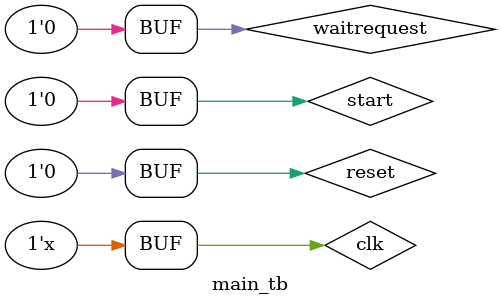
<source format=v>

`define MEMORY_CONTROLLER_ADDR_SIZE 32
`define MEMORY_CONTROLLER_DATA_SIZE 64
`define MEMORY_CONTROLLER_TAG_SIZE 9
// @main.coefficients = private unnamed_addr constant [16 x i32] [i32 10, i32 10, i32 10, i32 10, i32 10, i32 10, i32 10, i32 10, i32 10, i32 10, i32 10, i32 10, i32 10, i32 10, i32 10, i32 10], align 4
`define TAG_g_maincoefficients `MEMORY_CONTROLLER_TAG_SIZE'd2
`define TAG_g_maincoefficients_a {`TAG_g_maincoefficients, 23'd0}
//   %1 = alloca i8*, align 4
`define TAG_legup_memset_4_0_1 `MEMORY_CONTROLLER_TAG_SIZE'd4
`define TAG_legup_memset_4_0_1_a {`TAG_legup_memset_4_0_1, 23'd0}
//   %2 = alloca i8, align 1
`define TAG_legup_memset_4_0_2 `MEMORY_CONTROLLER_TAG_SIZE'd5
`define TAG_legup_memset_4_0_2_a {`TAG_legup_memset_4_0_2, 23'd0}
//   %3 = alloca i32, align 4
`define TAG_legup_memset_4_0_3 `MEMORY_CONTROLLER_TAG_SIZE'd6
`define TAG_legup_memset_4_0_3_a {`TAG_legup_memset_4_0_3, 23'd0}
//   %c = alloca i32, align 4
`define TAG_legup_memset_4_0_c `MEMORY_CONTROLLER_TAG_SIZE'd7
`define TAG_legup_memset_4_0_c_a {`TAG_legup_memset_4_0_c, 23'd0}
//   %s = alloca i32*, align 4
`define TAG_legup_memset_4_0_s `MEMORY_CONTROLLER_TAG_SIZE'd8
`define TAG_legup_memset_4_0_s_a {`TAG_legup_memset_4_0_s, 23'd0}
//   %previous = alloca [16 x i32], align 4
`define TAG_main_0_previous `MEMORY_CONTROLLER_TAG_SIZE'd3
`define TAG_main_0_previous_a {`TAG_main_0_previous, 23'd0}

// Turn off warning 'ignoring unsupported system task'
// altera message_off 10175

`timescale 1 ns / 1 ns
module top
	(
		clk,
		reset,
		start,
		finish,
		waitrequest,
		return_val
	);
input clk;
input reset;
input start;
output wire finish;
input waitrequest;
output wire [31:0] return_val;
wire memory_controller_waitrequest;
wire memory_controller_enable_a;
wire [`MEMORY_CONTROLLER_ADDR_SIZE-1:0] memory_controller_address_a;
wire memory_controller_write_enable_a;
wire [`MEMORY_CONTROLLER_DATA_SIZE-1:0] memory_controller_in_a;
wire [1:0] memory_controller_size_a;
wire [`MEMORY_CONTROLLER_DATA_SIZE-1:0] memory_controller_out_a;

wire memory_controller_enable_b;
wire [`MEMORY_CONTROLLER_ADDR_SIZE-1:0] memory_controller_address_b;
wire memory_controller_write_enable_b;
wire [`MEMORY_CONTROLLER_DATA_SIZE-1:0] memory_controller_in_b;
wire [1:0] memory_controller_size_b;
wire [`MEMORY_CONTROLLER_DATA_SIZE-1:0] memory_controller_out_b;

/* synthesis translate_off */
assign memory_controller_waitrequest = waitrequest;
/* synthesis translate_on */

memory_controller memory_controller_inst (
	.clk( clk ),
	.memory_controller_enable_a( memory_controller_enable_a ),
	.memory_controller_enable_b( memory_controller_enable_b ),
	.memory_controller_address_a( memory_controller_address_a ),
	.memory_controller_address_b( memory_controller_address_b ),
	.memory_controller_write_enable_a( memory_controller_write_enable_a ),
	.memory_controller_write_enable_b( memory_controller_write_enable_b ),
	.memory_controller_in_a( memory_controller_in_a ),
	.memory_controller_in_b( memory_controller_in_b ),
	.memory_controller_size_a( memory_controller_size_a ),
	.memory_controller_size_b( memory_controller_size_b ),
	.memory_controller_waitrequest( memory_controller_waitrequest ),
	.memory_controller_out_reg_a( memory_controller_out_a ),
	.memory_controller_out_reg_b( memory_controller_out_b )
);

main main_inst(
	.clk( clk ),
	.clk2x( clk2x ),
	.clk1x_follower( clk1x_follower ),
	.reset( reset ),
	.start( start ),
	.finish( finish ),
	.return_val( return_val ),
	.memory_controller_waitrequest(memory_controller_waitrequest),
	.memory_controller_enable_a(memory_controller_enable_a),
	.memory_controller_address_a(memory_controller_address_a),
	.memory_controller_write_enable_a(memory_controller_write_enable_a),
	.memory_controller_in_a(memory_controller_in_a),
	.memory_controller_size_a(memory_controller_size_a),
	.memory_controller_out_a(memory_controller_out_a),
	.memory_controller_enable_b(memory_controller_enable_b),
	.memory_controller_address_b(memory_controller_address_b),
	.memory_controller_write_enable_b(memory_controller_write_enable_b),
	.memory_controller_in_b(memory_controller_in_b),
	.memory_controller_size_b(memory_controller_size_b),
	.memory_controller_out_b(memory_controller_out_b)
);

endmodule

`timescale 1 ns / 1 ns
module memory_controller
(
	clk,
	memory_controller_address_a,
	memory_controller_address_b,
	memory_controller_enable_a,
	memory_controller_enable_b,
	memory_controller_write_enable_a,
	memory_controller_write_enable_b,
	memory_controller_in_a,
	memory_controller_in_b,
	memory_controller_size_a,
	memory_controller_size_b,
	memory_controller_waitrequest,
	memory_controller_out_reg_a,
	memory_controller_out_reg_b
);

parameter latency = 2;

parameter ram_latency = latency-1;

integer j;

input clk;
input memory_controller_waitrequest;
input [`MEMORY_CONTROLLER_ADDR_SIZE-1:0] memory_controller_address_a;
input memory_controller_enable_a;
input memory_controller_write_enable_a;
input [64-1:0] memory_controller_in_a;
input [1:0] memory_controller_size_a;
output reg [64-1:0] memory_controller_out_reg_a;
reg [64-1:0] memory_controller_out_prev_a;
reg [64-1:0] memory_controller_out_a;

reg memory_controller_enable_reg_a;
input [`MEMORY_CONTROLLER_ADDR_SIZE-1:0] memory_controller_address_b;
input memory_controller_enable_b;
input memory_controller_write_enable_b;
input [64-1:0] memory_controller_in_b;
input [1:0] memory_controller_size_b;
output reg [64-1:0] memory_controller_out_reg_b;
reg [64-1:0] memory_controller_out_prev_b;
reg [64-1:0] memory_controller_out_b;

reg memory_controller_enable_reg_b;

reg [3:0] maincoefficients_address_a;
reg [3:0] maincoefficients_address_b;
reg maincoefficients_write_enable_a;
reg maincoefficients_write_enable_b;
reg [31:0] maincoefficients_in_a;
reg [31:0] maincoefficients_in_b;
wire [31:0] maincoefficients_out_a;
wire [31:0] maincoefficients_out_b;

// @main.coefficients = private unnamed_addr constant [16 x i32] [i32 10, i32 10, i32 10, i32 10, i32 10, i32 10, i32 10, i32 10, i32 10, i32 10, i32 10, i32 10, i32 10, i32 10, i32 10, i32 10], align 4
rom_dual_port maincoefficients (
	.clk( clk ),
	.clken( !memory_controller_waitrequest ),
	.address_a( maincoefficients_address_a ),
	.address_b( maincoefficients_address_b ),
	.q_a( maincoefficients_out_a ),
	.q_b( maincoefficients_out_b)
);
defparam maincoefficients.width_a = 32;
defparam maincoefficients.width_b = 32;
defparam maincoefficients.widthad_a = 4;
defparam maincoefficients.widthad_b = 4;
defparam maincoefficients.numwords_a = 16;
defparam maincoefficients.numwords_b = 16;
defparam maincoefficients.latency = ram_latency;
defparam maincoefficients.init_file = "maincoefficients.mif";

reg [3:0] main_0_previous_address_a;
reg [3:0] main_0_previous_address_b;
reg main_0_previous_write_enable_a;
reg main_0_previous_write_enable_b;
reg [31:0] main_0_previous_in_a;
reg [31:0] main_0_previous_in_b;
wire [31:0] main_0_previous_out_a;
wire [31:0] main_0_previous_out_b;

//   %previous = alloca [16 x i32], align 4
ram_dual_port main_0_previous (
	.clk( clk ),
	.clken( !memory_controller_waitrequest ),
	.address_a( main_0_previous_address_a ),
	.address_b( main_0_previous_address_b ),
	.wren_a( main_0_previous_write_enable_a ),
	.wren_b( main_0_previous_write_enable_b ),
	.data_a( main_0_previous_in_a ),
	.data_b( main_0_previous_in_b ),
	.byteena_a( 1'b1 ),
	.byteena_b( 1'b1 ),
	.q_a( main_0_previous_out_a ),
	.q_b( main_0_previous_out_b)
);
defparam main_0_previous.width_a = 32;
defparam main_0_previous.width_b = 32;
defparam main_0_previous.widthad_a = 4;
defparam main_0_previous.widthad_b = 4;
defparam main_0_previous.width_be_a = 1;
defparam main_0_previous.width_be_b = 1;
defparam main_0_previous.numwords_a = 16;
defparam main_0_previous.numwords_b = 16;
defparam main_0_previous.latency = ram_latency;

reg [0:0] legup_memset_4_0_1_address_a;
reg [0:0] legup_memset_4_0_1_address_b;
reg legup_memset_4_0_1_write_enable_a;
reg legup_memset_4_0_1_write_enable_b;
reg [31:0] legup_memset_4_0_1_in_a;
reg [31:0] legup_memset_4_0_1_in_b;
wire [31:0] legup_memset_4_0_1_out_a;
wire [31:0] legup_memset_4_0_1_out_b;

//   %1 = alloca i8*, align 4
ram_dual_port legup_memset_4_0_1 (
	.clk( clk ),
	.clken( !memory_controller_waitrequest ),
	.address_a( legup_memset_4_0_1_address_a ),
	.address_b( legup_memset_4_0_1_address_b ),
	.wren_a( legup_memset_4_0_1_write_enable_a ),
	.wren_b( legup_memset_4_0_1_write_enable_b ),
	.data_a( legup_memset_4_0_1_in_a ),
	.data_b( legup_memset_4_0_1_in_b ),
	.byteena_a( 1'b1 ),
	.byteena_b( 1'b1 ),
	.q_a( legup_memset_4_0_1_out_a ),
	.q_b( legup_memset_4_0_1_out_b)
);
defparam legup_memset_4_0_1.width_a = 32;
defparam legup_memset_4_0_1.width_b = 32;
defparam legup_memset_4_0_1.widthad_a = 1;
defparam legup_memset_4_0_1.widthad_b = 1;
defparam legup_memset_4_0_1.width_be_a = 1;
defparam legup_memset_4_0_1.width_be_b = 1;
defparam legup_memset_4_0_1.numwords_a = 1;
defparam legup_memset_4_0_1.numwords_b = 1;
defparam legup_memset_4_0_1.latency = ram_latency;

reg [0:0] legup_memset_4_0_2_address_a;
reg [0:0] legup_memset_4_0_2_address_b;
reg legup_memset_4_0_2_write_enable_a;
reg legup_memset_4_0_2_write_enable_b;
reg [7:0] legup_memset_4_0_2_in_a;
reg [7:0] legup_memset_4_0_2_in_b;
wire [7:0] legup_memset_4_0_2_out_a;
wire [7:0] legup_memset_4_0_2_out_b;

//   %2 = alloca i8, align 1
ram_dual_port legup_memset_4_0_2 (
	.clk( clk ),
	.clken( !memory_controller_waitrequest ),
	.address_a( legup_memset_4_0_2_address_a ),
	.address_b( legup_memset_4_0_2_address_b ),
	.wren_a( legup_memset_4_0_2_write_enable_a ),
	.wren_b( legup_memset_4_0_2_write_enable_b ),
	.data_a( legup_memset_4_0_2_in_a ),
	.data_b( legup_memset_4_0_2_in_b ),
	.byteena_a( 1'b1 ),
	.byteena_b( 1'b1 ),
	.q_a( legup_memset_4_0_2_out_a ),
	.q_b( legup_memset_4_0_2_out_b)
);
defparam legup_memset_4_0_2.width_a = 8;
defparam legup_memset_4_0_2.width_b = 8;
defparam legup_memset_4_0_2.widthad_a = 1;
defparam legup_memset_4_0_2.widthad_b = 1;
defparam legup_memset_4_0_2.width_be_a = 1;
defparam legup_memset_4_0_2.width_be_b = 1;
defparam legup_memset_4_0_2.numwords_a = 1;
defparam legup_memset_4_0_2.numwords_b = 1;
defparam legup_memset_4_0_2.latency = ram_latency;

reg [0:0] legup_memset_4_0_3_address_a;
reg [0:0] legup_memset_4_0_3_address_b;
reg legup_memset_4_0_3_write_enable_a;
reg legup_memset_4_0_3_write_enable_b;
reg [31:0] legup_memset_4_0_3_in_a;
reg [31:0] legup_memset_4_0_3_in_b;
wire [31:0] legup_memset_4_0_3_out_a;
wire [31:0] legup_memset_4_0_3_out_b;

//   %3 = alloca i32, align 4
ram_dual_port legup_memset_4_0_3 (
	.clk( clk ),
	.clken( !memory_controller_waitrequest ),
	.address_a( legup_memset_4_0_3_address_a ),
	.address_b( legup_memset_4_0_3_address_b ),
	.wren_a( legup_memset_4_0_3_write_enable_a ),
	.wren_b( legup_memset_4_0_3_write_enable_b ),
	.data_a( legup_memset_4_0_3_in_a ),
	.data_b( legup_memset_4_0_3_in_b ),
	.byteena_a( 1'b1 ),
	.byteena_b( 1'b1 ),
	.q_a( legup_memset_4_0_3_out_a ),
	.q_b( legup_memset_4_0_3_out_b)
);
defparam legup_memset_4_0_3.width_a = 32;
defparam legup_memset_4_0_3.width_b = 32;
defparam legup_memset_4_0_3.widthad_a = 1;
defparam legup_memset_4_0_3.widthad_b = 1;
defparam legup_memset_4_0_3.width_be_a = 1;
defparam legup_memset_4_0_3.width_be_b = 1;
defparam legup_memset_4_0_3.numwords_a = 1;
defparam legup_memset_4_0_3.numwords_b = 1;
defparam legup_memset_4_0_3.latency = ram_latency;

reg [0:0] legup_memset_4_0_c_address_a;
reg [0:0] legup_memset_4_0_c_address_b;
reg legup_memset_4_0_c_write_enable_a;
reg legup_memset_4_0_c_write_enable_b;
reg [31:0] legup_memset_4_0_c_in_a;
reg [31:0] legup_memset_4_0_c_in_b;
wire [31:0] legup_memset_4_0_c_out_a;
wire [31:0] legup_memset_4_0_c_out_b;

//   %c = alloca i32, align 4
ram_dual_port legup_memset_4_0_c (
	.clk( clk ),
	.clken( !memory_controller_waitrequest ),
	.address_a( legup_memset_4_0_c_address_a ),
	.address_b( legup_memset_4_0_c_address_b ),
	.wren_a( legup_memset_4_0_c_write_enable_a ),
	.wren_b( legup_memset_4_0_c_write_enable_b ),
	.data_a( legup_memset_4_0_c_in_a ),
	.data_b( legup_memset_4_0_c_in_b ),
	.byteena_a( 1'b1 ),
	.byteena_b( 1'b1 ),
	.q_a( legup_memset_4_0_c_out_a ),
	.q_b( legup_memset_4_0_c_out_b)
);
defparam legup_memset_4_0_c.width_a = 32;
defparam legup_memset_4_0_c.width_b = 32;
defparam legup_memset_4_0_c.widthad_a = 1;
defparam legup_memset_4_0_c.widthad_b = 1;
defparam legup_memset_4_0_c.width_be_a = 1;
defparam legup_memset_4_0_c.width_be_b = 1;
defparam legup_memset_4_0_c.numwords_a = 1;
defparam legup_memset_4_0_c.numwords_b = 1;
defparam legup_memset_4_0_c.latency = ram_latency;

reg [0:0] legup_memset_4_0_s_address_a;
reg [0:0] legup_memset_4_0_s_address_b;
reg legup_memset_4_0_s_write_enable_a;
reg legup_memset_4_0_s_write_enable_b;
reg [31:0] legup_memset_4_0_s_in_a;
reg [31:0] legup_memset_4_0_s_in_b;
wire [31:0] legup_memset_4_0_s_out_a;
wire [31:0] legup_memset_4_0_s_out_b;

//   %s = alloca i32*, align 4
ram_dual_port legup_memset_4_0_s (
	.clk( clk ),
	.clken( !memory_controller_waitrequest ),
	.address_a( legup_memset_4_0_s_address_a ),
	.address_b( legup_memset_4_0_s_address_b ),
	.wren_a( legup_memset_4_0_s_write_enable_a ),
	.wren_b( legup_memset_4_0_s_write_enable_b ),
	.data_a( legup_memset_4_0_s_in_a ),
	.data_b( legup_memset_4_0_s_in_b ),
	.byteena_a( 1'b1 ),
	.byteena_b( 1'b1 ),
	.q_a( legup_memset_4_0_s_out_a ),
	.q_b( legup_memset_4_0_s_out_b)
);
defparam legup_memset_4_0_s.width_a = 32;
defparam legup_memset_4_0_s.width_b = 32;
defparam legup_memset_4_0_s.widthad_a = 1;
defparam legup_memset_4_0_s.widthad_b = 1;
defparam legup_memset_4_0_s.width_be_a = 1;
defparam legup_memset_4_0_s.width_be_b = 1;
defparam legup_memset_4_0_s.numwords_a = 1;
defparam legup_memset_4_0_s.numwords_b = 1;
defparam legup_memset_4_0_s.latency = ram_latency;
wire [`MEMORY_CONTROLLER_TAG_SIZE-1:0] tag_a;
assign tag_a = memory_controller_address_a[`MEMORY_CONTROLLER_ADDR_SIZE-1:`MEMORY_CONTROLLER_ADDR_SIZE-`MEMORY_CONTROLLER_TAG_SIZE];
reg [2:0] prevAddr_a;
reg [1:0] prevSize_a;
reg [2:0] prevSize_a_and;

always @(posedge clk)
if (!memory_controller_waitrequest)
begin
	prevAddr_a <= memory_controller_address_a[2:0];
	prevSize_a <= memory_controller_size_a;
end
wire [`MEMORY_CONTROLLER_TAG_SIZE-1:0] tag_b;
assign tag_b = memory_controller_address_b[`MEMORY_CONTROLLER_ADDR_SIZE-1:`MEMORY_CONTROLLER_ADDR_SIZE-`MEMORY_CONTROLLER_TAG_SIZE];
reg [2:0] prevAddr_b;
reg [1:0] prevSize_b;
reg [2:0] prevSize_b_and;

always @(posedge clk)
if (!memory_controller_waitrequest)
begin
	prevAddr_b <= memory_controller_address_b[2:0];
	prevSize_b <= memory_controller_size_b;
end

reg [2:0] select_not_struct_a;

wire select_maincoefficients_a;
assign select_maincoefficients_a = (tag_a == `TAG_g_maincoefficients);
reg [ram_latency:0] select_maincoefficients_reg_a;
wire [31:0] memory_controller_maincoefficients_out_a;
assign memory_controller_maincoefficients_out_a = {32{ select_maincoefficients_reg_a[ram_latency]}} & maincoefficients_out_a;

wire select_main_0_previous_a;
assign select_main_0_previous_a = (tag_a == `TAG_main_0_previous);
reg [ram_latency:0] select_main_0_previous_reg_a;
wire [31:0] memory_controller_main_0_previous_out_a;
assign memory_controller_main_0_previous_out_a = {32{ select_main_0_previous_reg_a[ram_latency]}} & main_0_previous_out_a;

wire select_legup_memset_4_0_1_a;
assign select_legup_memset_4_0_1_a = (tag_a == `TAG_legup_memset_4_0_1);
reg [ram_latency:0] select_legup_memset_4_0_1_reg_a;
wire [31:0] memory_controller_legup_memset_4_0_1_out_a;
assign memory_controller_legup_memset_4_0_1_out_a = {32{ select_legup_memset_4_0_1_reg_a[ram_latency]}} & legup_memset_4_0_1_out_a;

wire select_legup_memset_4_0_2_a;
assign select_legup_memset_4_0_2_a = (tag_a == `TAG_legup_memset_4_0_2);
reg [ram_latency:0] select_legup_memset_4_0_2_reg_a;
wire [7:0] memory_controller_legup_memset_4_0_2_out_a;
assign memory_controller_legup_memset_4_0_2_out_a = {8{ select_legup_memset_4_0_2_reg_a[ram_latency]}} & legup_memset_4_0_2_out_a;

wire select_legup_memset_4_0_3_a;
assign select_legup_memset_4_0_3_a = (tag_a == `TAG_legup_memset_4_0_3);
reg [ram_latency:0] select_legup_memset_4_0_3_reg_a;
wire [31:0] memory_controller_legup_memset_4_0_3_out_a;
assign memory_controller_legup_memset_4_0_3_out_a = {32{ select_legup_memset_4_0_3_reg_a[ram_latency]}} & legup_memset_4_0_3_out_a;

wire select_legup_memset_4_0_c_a;
assign select_legup_memset_4_0_c_a = (tag_a == `TAG_legup_memset_4_0_c);
reg [ram_latency:0] select_legup_memset_4_0_c_reg_a;
wire [31:0] memory_controller_legup_memset_4_0_c_out_a;
assign memory_controller_legup_memset_4_0_c_out_a = {32{ select_legup_memset_4_0_c_reg_a[ram_latency]}} & legup_memset_4_0_c_out_a;

wire select_legup_memset_4_0_s_a;
assign select_legup_memset_4_0_s_a = (tag_a == `TAG_legup_memset_4_0_s);
reg [ram_latency:0] select_legup_memset_4_0_s_reg_a;
wire [31:0] memory_controller_legup_memset_4_0_s_out_a;
assign memory_controller_legup_memset_4_0_s_out_a = {32{ select_legup_memset_4_0_s_reg_a[ram_latency]}} & legup_memset_4_0_s_out_a;

always @(*)
begin
	maincoefficients_address_a = memory_controller_address_a [4-1+2:2] & {4{select_maincoefficients_a}};
	maincoefficients_write_enable_a = memory_controller_write_enable_a & select_maincoefficients_a;
	maincoefficients_in_a [32-1:0] = memory_controller_in_a[32-1:0];

	main_0_previous_address_a = memory_controller_address_a [4-1+2:2] & {4{select_main_0_previous_a}};
	main_0_previous_write_enable_a = memory_controller_write_enable_a & select_main_0_previous_a;
	main_0_previous_in_a [32-1:0] = memory_controller_in_a[32-1:0];

	legup_memset_4_0_1_address_a = memory_controller_address_a [1-1+2:2] & {1{select_legup_memset_4_0_1_a}};
	legup_memset_4_0_1_write_enable_a = memory_controller_write_enable_a & select_legup_memset_4_0_1_a;
	legup_memset_4_0_1_in_a [32-1:0] = memory_controller_in_a[32-1:0];

	legup_memset_4_0_2_address_a = memory_controller_address_a [1-1+0:0] & {1{select_legup_memset_4_0_2_a}};
	legup_memset_4_0_2_write_enable_a = memory_controller_write_enable_a & select_legup_memset_4_0_2_a;
	legup_memset_4_0_2_in_a [8-1:0] = memory_controller_in_a[8-1:0];

	legup_memset_4_0_3_address_a = memory_controller_address_a [1-1+2:2] & {1{select_legup_memset_4_0_3_a}};
	legup_memset_4_0_3_write_enable_a = memory_controller_write_enable_a & select_legup_memset_4_0_3_a;
	legup_memset_4_0_3_in_a [32-1:0] = memory_controller_in_a[32-1:0];

	legup_memset_4_0_c_address_a = memory_controller_address_a [1-1+2:2] & {1{select_legup_memset_4_0_c_a}};
	legup_memset_4_0_c_write_enable_a = memory_controller_write_enable_a & select_legup_memset_4_0_c_a;
	legup_memset_4_0_c_in_a [32-1:0] = memory_controller_in_a[32-1:0];

	legup_memset_4_0_s_address_a = memory_controller_address_a [1-1+2:2] & {1{select_legup_memset_4_0_s_a}};
	legup_memset_4_0_s_write_enable_a = memory_controller_write_enable_a & select_legup_memset_4_0_s_a;
	legup_memset_4_0_s_in_a [32-1:0] = memory_controller_in_a[32-1:0];

end
always @(*)
begin
	select_not_struct_a [2:0] = 3'b0 | {2{select_maincoefficients_reg_a[ram_latency]}} | {2{select_main_0_previous_reg_a[ram_latency]}} | {2{select_legup_memset_4_0_1_reg_a[ram_latency]}} | {2{select_legup_memset_4_0_3_reg_a[ram_latency]}} | {2{select_legup_memset_4_0_c_reg_a[ram_latency]}} | {2{select_legup_memset_4_0_s_reg_a[ram_latency]}};
	if (prevAddr_a[2:0] & select_not_struct_a[2:0] != 0 && memory_controller_enable_a)
	begin
		$display("Error: memory address not aligned to ram word size!");
		/*$finish;*/
	end

	prevSize_a_and[0] = prevSize_a[1] | prevSize_a[0];
	prevSize_a_and[1] = prevSize_a[1];
	prevSize_a_and[2] = prevSize_a[1] & prevSize_a[0];
	if ((prevAddr_a & prevSize_a_and) != 0 && memory_controller_enable_a)
	begin
		$display("Error: memory address not aligned to ram word size!");
		/*$finish;*/
	end
	memory_controller_out_prev_a = memory_controller_out_reg_a & { 64{!memory_controller_enable_reg_a}};
	memory_controller_out_a = 1'b0 | memory_controller_out_prev_a | memory_controller_maincoefficients_out_a | memory_controller_main_0_previous_out_a | memory_controller_legup_memset_4_0_1_out_a | memory_controller_legup_memset_4_0_2_out_a | memory_controller_legup_memset_4_0_3_out_a | memory_controller_legup_memset_4_0_c_out_a | memory_controller_legup_memset_4_0_s_out_a;
end

always @(posedge clk)
if (!memory_controller_waitrequest)
begin
memory_controller_out_reg_a <= memory_controller_out_a;
memory_controller_enable_reg_a <= memory_controller_enable_a;
end

always @(posedge clk)
if (!memory_controller_waitrequest)
for (j = 0; j < ram_latency; j=j+1)
begin
select_maincoefficients_reg_a[j+1] <= select_maincoefficients_reg_a[j];
select_main_0_previous_reg_a[j+1] <= select_main_0_previous_reg_a[j];
select_legup_memset_4_0_1_reg_a[j+1] <= select_legup_memset_4_0_1_reg_a[j];
select_legup_memset_4_0_2_reg_a[j+1] <= select_legup_memset_4_0_2_reg_a[j];
select_legup_memset_4_0_3_reg_a[j+1] <= select_legup_memset_4_0_3_reg_a[j];
select_legup_memset_4_0_c_reg_a[j+1] <= select_legup_memset_4_0_c_reg_a[j];
select_legup_memset_4_0_s_reg_a[j+1] <= select_legup_memset_4_0_s_reg_a[j];
end
always @(*)
begin
select_maincoefficients_reg_a[0] <= select_maincoefficients_a;
select_main_0_previous_reg_a[0] <= select_main_0_previous_a;
select_legup_memset_4_0_1_reg_a[0] <= select_legup_memset_4_0_1_a;
select_legup_memset_4_0_2_reg_a[0] <= select_legup_memset_4_0_2_a;
select_legup_memset_4_0_3_reg_a[0] <= select_legup_memset_4_0_3_a;
select_legup_memset_4_0_c_reg_a[0] <= select_legup_memset_4_0_c_a;
select_legup_memset_4_0_s_reg_a[0] <= select_legup_memset_4_0_s_a;
end

reg [2:0] select_not_struct_b;

wire select_maincoefficients_b;
assign select_maincoefficients_b = (tag_b == `TAG_g_maincoefficients);
reg [ram_latency:0] select_maincoefficients_reg_b;
wire [31:0] memory_controller_maincoefficients_out_b;
assign memory_controller_maincoefficients_out_b = {32{ select_maincoefficients_reg_b[ram_latency]}} & maincoefficients_out_b;

wire select_main_0_previous_b;
assign select_main_0_previous_b = (tag_b == `TAG_main_0_previous);
reg [ram_latency:0] select_main_0_previous_reg_b;
wire [31:0] memory_controller_main_0_previous_out_b;
assign memory_controller_main_0_previous_out_b = {32{ select_main_0_previous_reg_b[ram_latency]}} & main_0_previous_out_b;

wire select_legup_memset_4_0_1_b;
assign select_legup_memset_4_0_1_b = (tag_b == `TAG_legup_memset_4_0_1);
reg [ram_latency:0] select_legup_memset_4_0_1_reg_b;
wire [31:0] memory_controller_legup_memset_4_0_1_out_b;
assign memory_controller_legup_memset_4_0_1_out_b = {32{ select_legup_memset_4_0_1_reg_b[ram_latency]}} & legup_memset_4_0_1_out_b;

wire select_legup_memset_4_0_2_b;
assign select_legup_memset_4_0_2_b = (tag_b == `TAG_legup_memset_4_0_2);
reg [ram_latency:0] select_legup_memset_4_0_2_reg_b;
wire [7:0] memory_controller_legup_memset_4_0_2_out_b;
assign memory_controller_legup_memset_4_0_2_out_b = {8{ select_legup_memset_4_0_2_reg_b[ram_latency]}} & legup_memset_4_0_2_out_b;

wire select_legup_memset_4_0_3_b;
assign select_legup_memset_4_0_3_b = (tag_b == `TAG_legup_memset_4_0_3);
reg [ram_latency:0] select_legup_memset_4_0_3_reg_b;
wire [31:0] memory_controller_legup_memset_4_0_3_out_b;
assign memory_controller_legup_memset_4_0_3_out_b = {32{ select_legup_memset_4_0_3_reg_b[ram_latency]}} & legup_memset_4_0_3_out_b;

wire select_legup_memset_4_0_c_b;
assign select_legup_memset_4_0_c_b = (tag_b == `TAG_legup_memset_4_0_c);
reg [ram_latency:0] select_legup_memset_4_0_c_reg_b;
wire [31:0] memory_controller_legup_memset_4_0_c_out_b;
assign memory_controller_legup_memset_4_0_c_out_b = {32{ select_legup_memset_4_0_c_reg_b[ram_latency]}} & legup_memset_4_0_c_out_b;

wire select_legup_memset_4_0_s_b;
assign select_legup_memset_4_0_s_b = (tag_b == `TAG_legup_memset_4_0_s);
reg [ram_latency:0] select_legup_memset_4_0_s_reg_b;
wire [31:0] memory_controller_legup_memset_4_0_s_out_b;
assign memory_controller_legup_memset_4_0_s_out_b = {32{ select_legup_memset_4_0_s_reg_b[ram_latency]}} & legup_memset_4_0_s_out_b;

always @(*)
begin
	maincoefficients_address_b = memory_controller_address_b [4-1+2:2] & {4{select_maincoefficients_b}};
	maincoefficients_write_enable_b = memory_controller_write_enable_b & select_maincoefficients_b;
	maincoefficients_in_b [32-1:0] = memory_controller_in_b[32-1:0];

	main_0_previous_address_b = memory_controller_address_b [4-1+2:2] & {4{select_main_0_previous_b}};
	main_0_previous_write_enable_b = memory_controller_write_enable_b & select_main_0_previous_b;
	main_0_previous_in_b [32-1:0] = memory_controller_in_b[32-1:0];

	legup_memset_4_0_1_address_b = memory_controller_address_b [1-1+2:2] & {1{select_legup_memset_4_0_1_b}};
	legup_memset_4_0_1_write_enable_b = memory_controller_write_enable_b & select_legup_memset_4_0_1_b;
	legup_memset_4_0_1_in_b [32-1:0] = memory_controller_in_b[32-1:0];

	legup_memset_4_0_2_address_b = memory_controller_address_b [1-1+0:0] & {1{select_legup_memset_4_0_2_b}};
	legup_memset_4_0_2_write_enable_b = memory_controller_write_enable_b & select_legup_memset_4_0_2_b;
	legup_memset_4_0_2_in_b [8-1:0] = memory_controller_in_b[8-1:0];

	legup_memset_4_0_3_address_b = memory_controller_address_b [1-1+2:2] & {1{select_legup_memset_4_0_3_b}};
	legup_memset_4_0_3_write_enable_b = memory_controller_write_enable_b & select_legup_memset_4_0_3_b;
	legup_memset_4_0_3_in_b [32-1:0] = memory_controller_in_b[32-1:0];

	legup_memset_4_0_c_address_b = memory_controller_address_b [1-1+2:2] & {1{select_legup_memset_4_0_c_b}};
	legup_memset_4_0_c_write_enable_b = memory_controller_write_enable_b & select_legup_memset_4_0_c_b;
	legup_memset_4_0_c_in_b [32-1:0] = memory_controller_in_b[32-1:0];

	legup_memset_4_0_s_address_b = memory_controller_address_b [1-1+2:2] & {1{select_legup_memset_4_0_s_b}};
	legup_memset_4_0_s_write_enable_b = memory_controller_write_enable_b & select_legup_memset_4_0_s_b;
	legup_memset_4_0_s_in_b [32-1:0] = memory_controller_in_b[32-1:0];

end
always @(*)
begin
	select_not_struct_b [2:0] = 3'b0 | {2{select_maincoefficients_reg_b[ram_latency]}} | {2{select_main_0_previous_reg_b[ram_latency]}} | {2{select_legup_memset_4_0_1_reg_b[ram_latency]}} | {2{select_legup_memset_4_0_3_reg_b[ram_latency]}} | {2{select_legup_memset_4_0_c_reg_b[ram_latency]}} | {2{select_legup_memset_4_0_s_reg_b[ram_latency]}};
	if (prevAddr_b[2:0] & select_not_struct_b[2:0] != 0 && memory_controller_enable_b)
	begin
		$display("Error: memory address not aligned to ram word size!");
		/*$finish;*/
	end

	prevSize_b_and[0] = prevSize_b[1] | prevSize_b[0];
	prevSize_b_and[1] = prevSize_b[1];
	prevSize_b_and[2] = prevSize_b[1] & prevSize_b[0];
	if ((prevAddr_b & prevSize_b_and) != 0 && memory_controller_enable_b)
	begin
		$display("Error: memory address not aligned to ram word size!");
		/*$finish;*/
	end
	memory_controller_out_prev_b = memory_controller_out_reg_b & { 64{!memory_controller_enable_reg_b}};
	memory_controller_out_b = 1'b0 | memory_controller_out_prev_b | memory_controller_maincoefficients_out_b | memory_controller_main_0_previous_out_b | memory_controller_legup_memset_4_0_1_out_b | memory_controller_legup_memset_4_0_2_out_b | memory_controller_legup_memset_4_0_3_out_b | memory_controller_legup_memset_4_0_c_out_b | memory_controller_legup_memset_4_0_s_out_b;
end

always @(posedge clk)
if (!memory_controller_waitrequest)
begin
memory_controller_out_reg_b <= memory_controller_out_b;
memory_controller_enable_reg_b <= memory_controller_enable_b;
end

always @(posedge clk)
if (!memory_controller_waitrequest)
for (j = 0; j < ram_latency; j=j+1)
begin
select_maincoefficients_reg_b[j+1] <= select_maincoefficients_reg_b[j];
select_main_0_previous_reg_b[j+1] <= select_main_0_previous_reg_b[j];
select_legup_memset_4_0_1_reg_b[j+1] <= select_legup_memset_4_0_1_reg_b[j];
select_legup_memset_4_0_2_reg_b[j+1] <= select_legup_memset_4_0_2_reg_b[j];
select_legup_memset_4_0_3_reg_b[j+1] <= select_legup_memset_4_0_3_reg_b[j];
select_legup_memset_4_0_c_reg_b[j+1] <= select_legup_memset_4_0_c_reg_b[j];
select_legup_memset_4_0_s_reg_b[j+1] <= select_legup_memset_4_0_s_reg_b[j];
end
always @(*)
begin
select_maincoefficients_reg_b[0] <= select_maincoefficients_b;
select_main_0_previous_reg_b[0] <= select_main_0_previous_b;
select_legup_memset_4_0_1_reg_b[0] <= select_legup_memset_4_0_1_b;
select_legup_memset_4_0_2_reg_b[0] <= select_legup_memset_4_0_2_b;
select_legup_memset_4_0_3_reg_b[0] <= select_legup_memset_4_0_3_b;
select_legup_memset_4_0_c_reg_b[0] <= select_legup_memset_4_0_c_b;
select_legup_memset_4_0_s_reg_b[0] <= select_legup_memset_4_0_s_b;
end

endmodule 

`timescale 1 ns / 1 ns
module legup_memset_4
(
	clk,
	clk2x,
	clk1x_follower,
	reset,
	start,
	finish,
	memory_controller_waitrequest,
	memory_controller_enable_a,
	memory_controller_address_a,
	memory_controller_write_enable_a,
	memory_controller_in_a,
	memory_controller_size_a,
	memory_controller_out_a,
	memory_controller_enable_b,
	memory_controller_address_b,
	memory_controller_write_enable_b,
	memory_controller_in_b,
	memory_controller_size_b,
	memory_controller_out_b,
	arg_m,
	arg_c1,
	arg_n
);

parameter [4:0] LEGUP_0 = 5'd0;
parameter [4:0] LEGUP_F_legup_memset_4_BB__0_1 = 5'd1;
parameter [4:0] LEGUP_F_legup_memset_4_BB__0_2 = 5'd2;
parameter [4:0] LEGUP_F_legup_memset_4_BB__0_3 = 5'd3;
parameter [4:0] LEGUP_F_legup_memset_4_BB__0_4 = 5'd4;
parameter [4:0] LEGUP_F_legup_memset_4_BB__0_5 = 5'd5;
parameter [4:0] LEGUP_F_legup_memset_4_BB__0_6 = 5'd6;
parameter [4:0] LEGUP_F_legup_memset_4_BB__0_7 = 5'd7;
parameter [4:0] LEGUP_F_legup_memset_4_BB__0_8 = 5'd8;
parameter [4:0] LEGUP_F_legup_memset_4_BB__0_9 = 5'd9;
parameter [4:0] LEGUP_F_legup_memset_4_BB__0_10 = 5'd10;
parameter [4:0] LEGUP_F_legup_memset_4_BB__0_11 = 5'd11;
parameter [4:0] LEGUP_F_legup_memset_4_BB__0_12 = 5'd12;
parameter [4:0] LEGUP_F_legup_memset_4_BB__18_13 = 5'd13;
parameter [4:0] LEGUP_F_legup_memset_4_BB__18_14 = 5'd14;
parameter [4:0] LEGUP_F_legup_memset_4_BB__18_15 = 5'd15;
parameter [4:0] LEGUP_F_legup_memset_4_BB__18_16 = 5'd16;
parameter [4:0] LEGUP_F_legup_memset_4_BB__22_17 = 5'd17;
parameter [4:0] LEGUP_F_legup_memset_4_BB__22_18 = 5'd18;
parameter [4:0] LEGUP_F_legup_memset_4_BB__22_19 = 5'd19;
parameter [4:0] LEGUP_F_legup_memset_4_BB__22_20 = 5'd20;
parameter [4:0] LEGUP_F_legup_memset_4_BB__26_21 = 5'd21;
parameter [8:0] tag_offset = 9'd0;
parameter [`MEMORY_CONTROLLER_ADDR_SIZE-1:0] tag_addr_offset = {tag_offset, 23'd0};

input  clk;
input  clk2x;
input  clk1x_follower;
input  reset;
input  start;
output reg  finish;
input  memory_controller_waitrequest;
output reg  memory_controller_enable_a;
output reg [`MEMORY_CONTROLLER_ADDR_SIZE-1:0] memory_controller_address_a;
output reg  memory_controller_write_enable_a;
output reg [`MEMORY_CONTROLLER_DATA_SIZE-1:0] memory_controller_in_a;
output reg [1:0] memory_controller_size_a;
input [`MEMORY_CONTROLLER_DATA_SIZE-1:0] memory_controller_out_a;
output reg  memory_controller_enable_b;
output reg [`MEMORY_CONTROLLER_ADDR_SIZE-1:0] memory_controller_address_b;
output reg  memory_controller_write_enable_b;
output reg [`MEMORY_CONTROLLER_DATA_SIZE-1:0] memory_controller_in_b;
output reg [1:0] memory_controller_size_b;
input [`MEMORY_CONTROLLER_DATA_SIZE-1:0] memory_controller_out_b;
input [`MEMORY_CONTROLLER_ADDR_SIZE-1:0] arg_m;
input [7:0] arg_c1;
input [31:0] arg_n;
reg [4:0] cur_state;
reg [4:0] next_state;
reg [7:0] legup_memset_4_0_4;
reg [31:0] legup_memset_4_0_5;
reg [31:0] legup_memset_4_0_6;
reg [31:0] legup_memset_4_0_7;
reg [31:0] legup_memset_4_0_8;
reg [31:0] legup_memset_4_0_9;
reg [31:0] legup_memset_4_0_10;
reg [31:0] legup_memset_4_0_11;
reg [31:0] legup_memset_4_0_12;
reg [31:0] legup_memset_4_0_13;
reg [`MEMORY_CONTROLLER_ADDR_SIZE-1:0] legup_memset_4_0_14;
reg [`MEMORY_CONTROLLER_ADDR_SIZE-1:0] legup_memset_4_0_15;
reg [31:0] legup_memset_4_0_16;
reg [31:0] legup_memset_4_0_17;
reg [31:0] legup_memset_4_18_19;
reg [31:0] legup_memset_4_18_20;
reg  legup_memset_4_18_21;
reg  legup_memset_4_18_21_reg;
reg [31:0] legup_memset_4_22_23;
reg [`MEMORY_CONTROLLER_ADDR_SIZE-1:0] legup_memset_4_22_24;
reg [31:0] legup_memset_4_22_gep_int;
reg [31:0] legup_memset_4_22_gep;
reg [`MEMORY_CONTROLLER_ADDR_SIZE-1:0] legup_memset_4_22_25;
reg [31:0] legup_memset_4_signed_add_32_0_op0;
reg [31:0] legup_memset_4_signed_add_32_0_op1;
reg [31:0] legup_memset_4_signed_add_32_0;


always @(posedge clk) begin
if (reset == 1'b1)
	cur_state <= LEGUP_0;
else if (memory_controller_waitrequest == 1'd1)
	cur_state <= cur_state;
else
	cur_state <= next_state;
end

always @(*)
begin
next_state = cur_state;
case(cur_state)  // synthesis parallel_case  
LEGUP_0:
	if ((start == 1'd1))
		next_state = LEGUP_F_legup_memset_4_BB__0_1;
LEGUP_F_legup_memset_4_BB__0_1:
		next_state = LEGUP_F_legup_memset_4_BB__0_2;
LEGUP_F_legup_memset_4_BB__0_10:
		next_state = LEGUP_F_legup_memset_4_BB__0_11;
LEGUP_F_legup_memset_4_BB__0_11:
		next_state = LEGUP_F_legup_memset_4_BB__0_12;
LEGUP_F_legup_memset_4_BB__0_12:
		next_state = LEGUP_F_legup_memset_4_BB__18_13;
LEGUP_F_legup_memset_4_BB__0_2:
		next_state = LEGUP_F_legup_memset_4_BB__0_3;
LEGUP_F_legup_memset_4_BB__0_3:
		next_state = LEGUP_F_legup_memset_4_BB__0_4;
LEGUP_F_legup_memset_4_BB__0_4:
		next_state = LEGUP_F_legup_memset_4_BB__0_5;
LEGUP_F_legup_memset_4_BB__0_5:
		next_state = LEGUP_F_legup_memset_4_BB__0_6;
LEGUP_F_legup_memset_4_BB__0_6:
		next_state = LEGUP_F_legup_memset_4_BB__0_7;
LEGUP_F_legup_memset_4_BB__0_7:
		next_state = LEGUP_F_legup_memset_4_BB__0_8;
LEGUP_F_legup_memset_4_BB__0_8:
		next_state = LEGUP_F_legup_memset_4_BB__0_9;
LEGUP_F_legup_memset_4_BB__0_9:
		next_state = LEGUP_F_legup_memset_4_BB__0_10;
LEGUP_F_legup_memset_4_BB__18_13:
		next_state = LEGUP_F_legup_memset_4_BB__18_14;
LEGUP_F_legup_memset_4_BB__18_14:
		next_state = LEGUP_F_legup_memset_4_BB__18_15;
LEGUP_F_legup_memset_4_BB__18_15:
		next_state = LEGUP_F_legup_memset_4_BB__18_16;
LEGUP_F_legup_memset_4_BB__18_16:
	if ((legup_memset_4_18_21_reg == 1'd1))
		next_state = LEGUP_F_legup_memset_4_BB__22_17;
	else if ((legup_memset_4_18_21_reg == 1'd0))
		next_state = LEGUP_F_legup_memset_4_BB__26_21;
LEGUP_F_legup_memset_4_BB__22_17:
		next_state = LEGUP_F_legup_memset_4_BB__22_18;
LEGUP_F_legup_memset_4_BB__22_18:
		next_state = LEGUP_F_legup_memset_4_BB__22_19;
LEGUP_F_legup_memset_4_BB__22_19:
		next_state = LEGUP_F_legup_memset_4_BB__22_20;
LEGUP_F_legup_memset_4_BB__22_20:
		next_state = LEGUP_F_legup_memset_4_BB__18_13;
LEGUP_F_legup_memset_4_BB__26_21:
		next_state = LEGUP_0;
default:
	next_state = cur_state;
endcase

end
always @(*) begin
	/* legup_memset_4: %0*/
	/*   %4 = load i8* %2, align 1*/
		legup_memset_4_0_4 = memory_controller_out_b[7:0];
end
always @(*) begin
	/* legup_memset_4: %0*/
	/*   %5 = zext i8 %4 to i32*/
		legup_memset_4_0_5 = legup_memset_4_0_4;
end
always @(*) begin
	/* legup_memset_4: %0*/
	/*   %6 = load i32* %c, align 4*/
		legup_memset_4_0_6 = memory_controller_out_a[31:0];
end
always @(*) begin
	/* legup_memset_4: %0*/
	/*   %7 = shl i32 %6, 8*/
		legup_memset_4_0_7 = (legup_memset_4_0_6 <<< (32'd8 % 32));
end
always @(*) begin
	/* legup_memset_4: %0*/
	/*   %8 = load i32* %c, align 4*/
		legup_memset_4_0_8 = memory_controller_out_b[31:0];
end
always @(*) begin
	/* legup_memset_4: %0*/
	/*   %9 = or i32 %8, %7*/
		legup_memset_4_0_9 = (legup_memset_4_0_8 | legup_memset_4_0_7);
end
always @(*) begin
	/* legup_memset_4: %0*/
	/*   %10 = load i32* %c, align 4*/
		legup_memset_4_0_10 = memory_controller_out_a[31:0];
end
always @(*) begin
	/* legup_memset_4: %0*/
	/*   %11 = shl i32 %10, 16*/
		legup_memset_4_0_11 = (legup_memset_4_0_10 <<< (32'd16 % 32));
end
always @(*) begin
	/* legup_memset_4: %0*/
	/*   %12 = load i32* %c, align 4*/
		legup_memset_4_0_12 = memory_controller_out_b[31:0];
end
always @(*) begin
	/* legup_memset_4: %0*/
	/*   %13 = or i32 %12, %11*/
		legup_memset_4_0_13 = (legup_memset_4_0_12 | legup_memset_4_0_11);
end
always @(*) begin
	/* legup_memset_4: %0*/
	/*   %14 = load i8** %1, align 4*/
		legup_memset_4_0_14 = memory_controller_out_a[`MEMORY_CONTROLLER_ADDR_SIZE-1:0];
end
always @(*) begin
	/* legup_memset_4: %0*/
	/*   %15 = bitcast i8* %14 to i32**/
		legup_memset_4_0_15 = legup_memset_4_0_14;
end
always @(*) begin
	/* legup_memset_4: %0*/
	/*   %16 = load i32* %3, align 4*/
		legup_memset_4_0_16 = memory_controller_out_b[31:0];
end
always @(*) begin
	/* legup_memset_4: %0*/
	/*   %17 = lshr i32 %16, 2*/
		legup_memset_4_0_17 = (legup_memset_4_0_16 >>> (32'd2 % 32));
end
always @(*) begin
	/* legup_memset_4: %18*/
	/*   %19 = load i32* %3, align 4*/
		legup_memset_4_18_19 = memory_controller_out_a[31:0];
end
always @(*) begin
	/* legup_memset_4: %18*/
	/*   %20 = add i32 %19, -1*/
		legup_memset_4_18_20 = legup_memset_4_signed_add_32_0;
end
always @(*) begin
	/* legup_memset_4: %18*/
	/*   %21 = icmp ne i32 %19, 0*/
		legup_memset_4_18_21 = (legup_memset_4_18_19 != 32'd0);
end
always @(posedge clk) begin
	/* legup_memset_4: %18*/
	/*   %21 = icmp ne i32 %19, 0*/
	if ((cur_state == LEGUP_F_legup_memset_4_BB__18_15)) begin
		legup_memset_4_18_21_reg <= legup_memset_4_18_21;
		if (start == 1'b0 && ^(legup_memset_4_18_21) === 1'bX) begin $display ("ERROR: Right hand side is 'X'. Assigned to legup_memset_4_18_21_reg"); /*$finish;*/ end
	end
end
always @(*) begin
	/* legup_memset_4: %22*/
	/*   %23 = load i32* %c, align 4*/
		legup_memset_4_22_23 = memory_controller_out_a[31:0];
end
always @(*) begin
	/* legup_memset_4: %22*/
	/*   %24 = load i32** %s, align 4*/
		legup_memset_4_22_24 = memory_controller_out_b[`MEMORY_CONTROLLER_ADDR_SIZE-1:0];
end
always @(*) begin
	/* legup_memset_4: %22*/
	/*   %gep_int = ptrtoint i32* %24 to i32*/
		legup_memset_4_22_gep_int = legup_memset_4_22_24;
end
always @(*) begin
	/* legup_memset_4: %22*/
	/*   %gep = add i32 %gep_int, 4*/
		legup_memset_4_22_gep = legup_memset_4_signed_add_32_0;
end
always @(*) begin
	/* legup_memset_4: %22*/
	/*   %25 = inttoptr i32 %gep to i32**/
		legup_memset_4_22_25 = legup_memset_4_22_gep;
end
always @(*) begin
	/* legup_memset_4: %18*/
	/*   %20 = add i32 %19, -1*/
	if ((cur_state == LEGUP_F_legup_memset_4_BB__18_15)) begin
		legup_memset_4_signed_add_32_0_op0 = legup_memset_4_18_19;
	end
	/* legup_memset_4: %22*/
	/*   %gep = add i32 %gep_int, 4*/
	else /* if ((cur_state == LEGUP_F_legup_memset_4_BB__22_19)) */ begin
		legup_memset_4_signed_add_32_0_op0 = legup_memset_4_22_gep_int;
	end
end
always @(*) begin
	/* legup_memset_4: %18*/
	/*   %20 = add i32 %19, -1*/
	if ((cur_state == LEGUP_F_legup_memset_4_BB__18_15)) begin
		legup_memset_4_signed_add_32_0_op1 = -32'd1;
	end
	/* legup_memset_4: %22*/
	/*   %gep = add i32 %gep_int, 4*/
	else /* if ((cur_state == LEGUP_F_legup_memset_4_BB__22_19)) */ begin
		legup_memset_4_signed_add_32_0_op1 = 32'd4;
	end
end
always @(*) begin
	legup_memset_4_signed_add_32_0 = (legup_memset_4_signed_add_32_0_op0 + legup_memset_4_signed_add_32_0_op1);
end
always @(posedge clk) begin
	if ((cur_state == LEGUP_0)) begin
		finish <= 1'd0;
		if (start == 1'b0 && ^(1'd0) === 1'bX) begin $display ("ERROR: Right hand side is 'X'. Assigned to finish"); /*$finish;*/ end
	end
	/* legup_memset_4: %26*/
	/*   ret void*/
	if ((cur_state == LEGUP_F_legup_memset_4_BB__26_21)) begin
		finish <= (memory_controller_waitrequest == 1'd0);
		if (start == 1'b0 && ^((memory_controller_waitrequest == 1'd0)) === 1'bX) begin $display ("ERROR: Right hand side is 'X'. Assigned to finish"); /*$finish;*/ end
	end
end
always @(*) begin
	memory_controller_enable_a = 1'd0;
	if ((cur_state == LEGUP_0)) begin
		memory_controller_enable_a = 1'd0;
	end
	/* legup_memset_4: %0*/
	/*   store i8* %m, i8** %1, align 4*/
	if ((cur_state == LEGUP_F_legup_memset_4_BB__0_1)) begin
		memory_controller_enable_a = 1'd1;
	end
	/* legup_memset_4: %0*/
	/*   store i32 %n, i32* %3, align 4*/
	if ((cur_state == LEGUP_F_legup_memset_4_BB__0_2)) begin
		memory_controller_enable_a = 1'd1;
	end
	/* legup_memset_4: %0*/
	/*   store i32 %5, i32* %c, align 4*/
	if ((cur_state == LEGUP_F_legup_memset_4_BB__0_4)) begin
		memory_controller_enable_a = 1'd1;
	end
	/* legup_memset_4: %0*/
	/*   %6 = load i32* %c, align 4*/
	if ((cur_state == LEGUP_F_legup_memset_4_BB__0_5)) begin
		memory_controller_enable_a = 1'd1;
	end
	/* legup_memset_4: %0*/
	/*   store i32 %9, i32* %c, align 4*/
	if ((cur_state == LEGUP_F_legup_memset_4_BB__0_7)) begin
		memory_controller_enable_a = 1'd1;
	end
	/* legup_memset_4: %0*/
	/*   %10 = load i32* %c, align 4*/
	if ((cur_state == LEGUP_F_legup_memset_4_BB__0_8)) begin
		memory_controller_enable_a = 1'd1;
	end
	/* legup_memset_4: %0*/
	/*   %14 = load i8** %1, align 4*/
	if ((cur_state == LEGUP_F_legup_memset_4_BB__0_9)) begin
		memory_controller_enable_a = 1'd1;
	end
	/* legup_memset_4: %0*/
	/*   store i32 %13, i32* %c, align 4*/
	if ((cur_state == LEGUP_F_legup_memset_4_BB__0_10)) begin
		memory_controller_enable_a = 1'd1;
	end
	/* legup_memset_4: %0*/
	/*   store i32* %15, i32** %s, align 4*/
	if ((cur_state == LEGUP_F_legup_memset_4_BB__0_11)) begin
		memory_controller_enable_a = 1'd1;
	end
	/* legup_memset_4: %18*/
	/*   %19 = load i32* %3, align 4*/
	if ((cur_state == LEGUP_F_legup_memset_4_BB__18_13)) begin
		memory_controller_enable_a = 1'd1;
	end
	/* legup_memset_4: %18*/
	/*   store i32 %20, i32* %3, align 4*/
	if ((cur_state == LEGUP_F_legup_memset_4_BB__18_15)) begin
		memory_controller_enable_a = 1'd1;
	end
	/* legup_memset_4: %22*/
	/*   %23 = load i32* %c, align 4*/
	if ((cur_state == LEGUP_F_legup_memset_4_BB__22_17)) begin
		memory_controller_enable_a = 1'd1;
	end
	/* legup_memset_4: %22*/
	/*   store i32* %25, i32** %s, align 4*/
	if ((cur_state == LEGUP_F_legup_memset_4_BB__22_19)) begin
		memory_controller_enable_a = 1'd1;
	end
end
always @(*) begin
	memory_controller_address_a = 1'd0;
	if ((cur_state == LEGUP_0)) begin
		memory_controller_address_a = 1'd0;
	end
	/* legup_memset_4: %0*/
	/*   store i8* %m, i8** %1, align 4*/
	if ((cur_state == LEGUP_F_legup_memset_4_BB__0_1)) begin
		memory_controller_address_a = `TAG_legup_memset_4_0_1_a;
	end
	/* legup_memset_4: %0*/
	/*   store i32 %n, i32* %3, align 4*/
	if ((cur_state == LEGUP_F_legup_memset_4_BB__0_2)) begin
		memory_controller_address_a = `TAG_legup_memset_4_0_3_a;
	end
	/* legup_memset_4: %0*/
	/*   store i32 %5, i32* %c, align 4*/
	if ((cur_state == LEGUP_F_legup_memset_4_BB__0_4)) begin
		memory_controller_address_a = `TAG_legup_memset_4_0_c_a;
	end
	/* legup_memset_4: %0*/
	/*   %6 = load i32* %c, align 4*/
	if ((cur_state == LEGUP_F_legup_memset_4_BB__0_5)) begin
		memory_controller_address_a = `TAG_legup_memset_4_0_c_a;
	end
	/* legup_memset_4: %0*/
	/*   store i32 %9, i32* %c, align 4*/
	if ((cur_state == LEGUP_F_legup_memset_4_BB__0_7)) begin
		memory_controller_address_a = `TAG_legup_memset_4_0_c_a;
	end
	/* legup_memset_4: %0*/
	/*   %10 = load i32* %c, align 4*/
	if ((cur_state == LEGUP_F_legup_memset_4_BB__0_8)) begin
		memory_controller_address_a = `TAG_legup_memset_4_0_c_a;
	end
	/* legup_memset_4: %0*/
	/*   %14 = load i8** %1, align 4*/
	if ((cur_state == LEGUP_F_legup_memset_4_BB__0_9)) begin
		memory_controller_address_a = `TAG_legup_memset_4_0_1_a;
	end
	/* legup_memset_4: %0*/
	/*   store i32 %13, i32* %c, align 4*/
	if ((cur_state == LEGUP_F_legup_memset_4_BB__0_10)) begin
		memory_controller_address_a = `TAG_legup_memset_4_0_c_a;
	end
	/* legup_memset_4: %0*/
	/*   store i32* %15, i32** %s, align 4*/
	if ((cur_state == LEGUP_F_legup_memset_4_BB__0_11)) begin
		memory_controller_address_a = `TAG_legup_memset_4_0_s_a;
	end
	/* legup_memset_4: %18*/
	/*   %19 = load i32* %3, align 4*/
	if ((cur_state == LEGUP_F_legup_memset_4_BB__18_13)) begin
		memory_controller_address_a = `TAG_legup_memset_4_0_3_a;
	end
	/* legup_memset_4: %18*/
	/*   store i32 %20, i32* %3, align 4*/
	if ((cur_state == LEGUP_F_legup_memset_4_BB__18_15)) begin
		memory_controller_address_a = `TAG_legup_memset_4_0_3_a;
	end
	/* legup_memset_4: %22*/
	/*   %23 = load i32* %c, align 4*/
	if ((cur_state == LEGUP_F_legup_memset_4_BB__22_17)) begin
		memory_controller_address_a = `TAG_legup_memset_4_0_c_a;
	end
	/* legup_memset_4: %22*/
	/*   store i32* %25, i32** %s, align 4*/
	if ((cur_state == LEGUP_F_legup_memset_4_BB__22_19)) begin
		memory_controller_address_a = `TAG_legup_memset_4_0_s_a;
	end
end
always @(*) begin
	memory_controller_write_enable_a = 1'd0;
	if ((cur_state == LEGUP_0)) begin
		memory_controller_write_enable_a = 1'd0;
	end
	/* legup_memset_4: %0*/
	/*   store i8* %m, i8** %1, align 4*/
	if ((cur_state == LEGUP_F_legup_memset_4_BB__0_1)) begin
		memory_controller_write_enable_a = 1'd1;
	end
	/* legup_memset_4: %0*/
	/*   store i32 %n, i32* %3, align 4*/
	if ((cur_state == LEGUP_F_legup_memset_4_BB__0_2)) begin
		memory_controller_write_enable_a = 1'd1;
	end
	/* legup_memset_4: %0*/
	/*   store i32 %5, i32* %c, align 4*/
	if ((cur_state == LEGUP_F_legup_memset_4_BB__0_4)) begin
		memory_controller_write_enable_a = 1'd1;
	end
	/* legup_memset_4: %0*/
	/*   %6 = load i32* %c, align 4*/
	if ((cur_state == LEGUP_F_legup_memset_4_BB__0_5)) begin
		memory_controller_write_enable_a = 1'd0;
	end
	/* legup_memset_4: %0*/
	/*   store i32 %9, i32* %c, align 4*/
	if ((cur_state == LEGUP_F_legup_memset_4_BB__0_7)) begin
		memory_controller_write_enable_a = 1'd1;
	end
	/* legup_memset_4: %0*/
	/*   %10 = load i32* %c, align 4*/
	if ((cur_state == LEGUP_F_legup_memset_4_BB__0_8)) begin
		memory_controller_write_enable_a = 1'd0;
	end
	/* legup_memset_4: %0*/
	/*   %14 = load i8** %1, align 4*/
	if ((cur_state == LEGUP_F_legup_memset_4_BB__0_9)) begin
		memory_controller_write_enable_a = 1'd0;
	end
	/* legup_memset_4: %0*/
	/*   store i32 %13, i32* %c, align 4*/
	if ((cur_state == LEGUP_F_legup_memset_4_BB__0_10)) begin
		memory_controller_write_enable_a = 1'd1;
	end
	/* legup_memset_4: %0*/
	/*   store i32* %15, i32** %s, align 4*/
	if ((cur_state == LEGUP_F_legup_memset_4_BB__0_11)) begin
		memory_controller_write_enable_a = 1'd1;
	end
	/* legup_memset_4: %18*/
	/*   %19 = load i32* %3, align 4*/
	if ((cur_state == LEGUP_F_legup_memset_4_BB__18_13)) begin
		memory_controller_write_enable_a = 1'd0;
	end
	/* legup_memset_4: %18*/
	/*   store i32 %20, i32* %3, align 4*/
	if ((cur_state == LEGUP_F_legup_memset_4_BB__18_15)) begin
		memory_controller_write_enable_a = 1'd1;
	end
	/* legup_memset_4: %22*/
	/*   %23 = load i32* %c, align 4*/
	if ((cur_state == LEGUP_F_legup_memset_4_BB__22_17)) begin
		memory_controller_write_enable_a = 1'd0;
	end
	/* legup_memset_4: %22*/
	/*   store i32* %25, i32** %s, align 4*/
	if ((cur_state == LEGUP_F_legup_memset_4_BB__22_19)) begin
		memory_controller_write_enable_a = 1'd1;
	end
end
always @(*) begin
	memory_controller_in_a = 1'd0;
	if ((cur_state == LEGUP_0)) begin
		memory_controller_in_a = 1'd0;
	end
	/* legup_memset_4: %0*/
	/*   store i8* %m, i8** %1, align 4*/
	if ((cur_state == LEGUP_F_legup_memset_4_BB__0_1)) begin
		memory_controller_in_a = arg_m;
	end
	/* legup_memset_4: %0*/
	/*   store i32 %n, i32* %3, align 4*/
	if ((cur_state == LEGUP_F_legup_memset_4_BB__0_2)) begin
		memory_controller_in_a = arg_n;
	end
	/* legup_memset_4: %0*/
	/*   store i32 %5, i32* %c, align 4*/
	if ((cur_state == LEGUP_F_legup_memset_4_BB__0_4)) begin
		memory_controller_in_a = legup_memset_4_0_5;
	end
	/* legup_memset_4: %0*/
	/*   store i32 %9, i32* %c, align 4*/
	if ((cur_state == LEGUP_F_legup_memset_4_BB__0_7)) begin
		memory_controller_in_a = legup_memset_4_0_9;
	end
	/* legup_memset_4: %0*/
	/*   store i32 %13, i32* %c, align 4*/
	if ((cur_state == LEGUP_F_legup_memset_4_BB__0_10)) begin
		memory_controller_in_a = legup_memset_4_0_13;
	end
	/* legup_memset_4: %0*/
	/*   store i32* %15, i32** %s, align 4*/
	if ((cur_state == LEGUP_F_legup_memset_4_BB__0_11)) begin
		memory_controller_in_a = legup_memset_4_0_15;
	end
	/* legup_memset_4: %18*/
	/*   store i32 %20, i32* %3, align 4*/
	if ((cur_state == LEGUP_F_legup_memset_4_BB__18_15)) begin
		memory_controller_in_a = legup_memset_4_18_20;
	end
	/* legup_memset_4: %22*/
	/*   store i32* %25, i32** %s, align 4*/
	if ((cur_state == LEGUP_F_legup_memset_4_BB__22_19)) begin
		memory_controller_in_a = legup_memset_4_22_25;
	end
end
always @(*) begin
	memory_controller_size_a = 1'd0;
	if ((cur_state == LEGUP_0)) begin
		memory_controller_size_a = 1'd0;
	end
	/* legup_memset_4: %0*/
	/*   store i8* %m, i8** %1, align 4*/
	if ((cur_state == LEGUP_F_legup_memset_4_BB__0_1)) begin
		memory_controller_size_a = 2'd2;
	end
	/* legup_memset_4: %0*/
	/*   store i32 %n, i32* %3, align 4*/
	if ((cur_state == LEGUP_F_legup_memset_4_BB__0_2)) begin
		memory_controller_size_a = 2'd2;
	end
	/* legup_memset_4: %0*/
	/*   store i32 %5, i32* %c, align 4*/
	if ((cur_state == LEGUP_F_legup_memset_4_BB__0_4)) begin
		memory_controller_size_a = 2'd2;
	end
	/* legup_memset_4: %0*/
	/*   %6 = load i32* %c, align 4*/
	if ((cur_state == LEGUP_F_legup_memset_4_BB__0_5)) begin
		memory_controller_size_a = 2'd2;
	end
	/* legup_memset_4: %0*/
	/*   store i32 %9, i32* %c, align 4*/
	if ((cur_state == LEGUP_F_legup_memset_4_BB__0_7)) begin
		memory_controller_size_a = 2'd2;
	end
	/* legup_memset_4: %0*/
	/*   %10 = load i32* %c, align 4*/
	if ((cur_state == LEGUP_F_legup_memset_4_BB__0_8)) begin
		memory_controller_size_a = 2'd2;
	end
	/* legup_memset_4: %0*/
	/*   %14 = load i8** %1, align 4*/
	if ((cur_state == LEGUP_F_legup_memset_4_BB__0_9)) begin
		memory_controller_size_a = 2'd2;
	end
	/* legup_memset_4: %0*/
	/*   store i32 %13, i32* %c, align 4*/
	if ((cur_state == LEGUP_F_legup_memset_4_BB__0_10)) begin
		memory_controller_size_a = 2'd2;
	end
	/* legup_memset_4: %0*/
	/*   store i32* %15, i32** %s, align 4*/
	if ((cur_state == LEGUP_F_legup_memset_4_BB__0_11)) begin
		memory_controller_size_a = 2'd2;
	end
	/* legup_memset_4: %18*/
	/*   %19 = load i32* %3, align 4*/
	if ((cur_state == LEGUP_F_legup_memset_4_BB__18_13)) begin
		memory_controller_size_a = 2'd2;
	end
	/* legup_memset_4: %18*/
	/*   store i32 %20, i32* %3, align 4*/
	if ((cur_state == LEGUP_F_legup_memset_4_BB__18_15)) begin
		memory_controller_size_a = 2'd2;
	end
	/* legup_memset_4: %22*/
	/*   %23 = load i32* %c, align 4*/
	if ((cur_state == LEGUP_F_legup_memset_4_BB__22_17)) begin
		memory_controller_size_a = 2'd2;
	end
	/* legup_memset_4: %22*/
	/*   store i32* %25, i32** %s, align 4*/
	if ((cur_state == LEGUP_F_legup_memset_4_BB__22_19)) begin
		memory_controller_size_a = 2'd2;
	end
end
always @(*) begin
	memory_controller_enable_b = 1'd0;
	if ((cur_state == LEGUP_0)) begin
		memory_controller_enable_b = 1'd0;
	end
	/* legup_memset_4: %0*/
	/*   store i8 %c1, i8* %2, align 1*/
	if ((cur_state == LEGUP_F_legup_memset_4_BB__0_1)) begin
		memory_controller_enable_b = 1'd1;
	end
	/* legup_memset_4: %0*/
	/*   %4 = load i8* %2, align 1*/
	if ((cur_state == LEGUP_F_legup_memset_4_BB__0_2)) begin
		memory_controller_enable_b = 1'd1;
	end
	/* legup_memset_4: %0*/
	/*   %8 = load i32* %c, align 4*/
	if ((cur_state == LEGUP_F_legup_memset_4_BB__0_5)) begin
		memory_controller_enable_b = 1'd1;
	end
	/* legup_memset_4: %0*/
	/*   %12 = load i32* %c, align 4*/
	if ((cur_state == LEGUP_F_legup_memset_4_BB__0_8)) begin
		memory_controller_enable_b = 1'd1;
	end
	/* legup_memset_4: %0*/
	/*   %16 = load i32* %3, align 4*/
	if ((cur_state == LEGUP_F_legup_memset_4_BB__0_9)) begin
		memory_controller_enable_b = 1'd1;
	end
	/* legup_memset_4: %0*/
	/*   store i32 %17, i32* %3, align 4*/
	if ((cur_state == LEGUP_F_legup_memset_4_BB__0_11)) begin
		memory_controller_enable_b = 1'd1;
	end
	/* legup_memset_4: %22*/
	/*   %24 = load i32** %s, align 4*/
	if ((cur_state == LEGUP_F_legup_memset_4_BB__22_17)) begin
		memory_controller_enable_b = 1'd1;
	end
	/* legup_memset_4: %22*/
	/*   store i32 %23, i32* %24, align 4*/
	if ((cur_state == LEGUP_F_legup_memset_4_BB__22_19)) begin
		memory_controller_enable_b = 1'd1;
	end
end
always @(*) begin
	memory_controller_address_b = 1'd0;
	if ((cur_state == LEGUP_0)) begin
		memory_controller_address_b = 1'd0;
	end
	/* legup_memset_4: %0*/
	/*   store i8 %c1, i8* %2, align 1*/
	if ((cur_state == LEGUP_F_legup_memset_4_BB__0_1)) begin
		memory_controller_address_b = `TAG_legup_memset_4_0_2_a;
	end
	/* legup_memset_4: %0*/
	/*   %4 = load i8* %2, align 1*/
	if ((cur_state == LEGUP_F_legup_memset_4_BB__0_2)) begin
		memory_controller_address_b = `TAG_legup_memset_4_0_2_a;
	end
	/* legup_memset_4: %0*/
	/*   %8 = load i32* %c, align 4*/
	if ((cur_state == LEGUP_F_legup_memset_4_BB__0_5)) begin
		memory_controller_address_b = `TAG_legup_memset_4_0_c_a;
	end
	/* legup_memset_4: %0*/
	/*   %12 = load i32* %c, align 4*/
	if ((cur_state == LEGUP_F_legup_memset_4_BB__0_8)) begin
		memory_controller_address_b = `TAG_legup_memset_4_0_c_a;
	end
	/* legup_memset_4: %0*/
	/*   %16 = load i32* %3, align 4*/
	if ((cur_state == LEGUP_F_legup_memset_4_BB__0_9)) begin
		memory_controller_address_b = `TAG_legup_memset_4_0_3_a;
	end
	/* legup_memset_4: %0*/
	/*   store i32 %17, i32* %3, align 4*/
	if ((cur_state == LEGUP_F_legup_memset_4_BB__0_11)) begin
		memory_controller_address_b = `TAG_legup_memset_4_0_3_a;
	end
	/* legup_memset_4: %22*/
	/*   %24 = load i32** %s, align 4*/
	if ((cur_state == LEGUP_F_legup_memset_4_BB__22_17)) begin
		memory_controller_address_b = `TAG_legup_memset_4_0_s_a;
	end
	/* legup_memset_4: %22*/
	/*   store i32 %23, i32* %24, align 4*/
	if ((cur_state == LEGUP_F_legup_memset_4_BB__22_19)) begin
		memory_controller_address_b = legup_memset_4_22_24;
	end
end
always @(*) begin
	memory_controller_write_enable_b = 1'd0;
	if ((cur_state == LEGUP_0)) begin
		memory_controller_write_enable_b = 1'd0;
	end
	/* legup_memset_4: %0*/
	/*   store i8 %c1, i8* %2, align 1*/
	if ((cur_state == LEGUP_F_legup_memset_4_BB__0_1)) begin
		memory_controller_write_enable_b = 1'd1;
	end
	/* legup_memset_4: %0*/
	/*   %4 = load i8* %2, align 1*/
	if ((cur_state == LEGUP_F_legup_memset_4_BB__0_2)) begin
		memory_controller_write_enable_b = 1'd0;
	end
	/* legup_memset_4: %0*/
	/*   %8 = load i32* %c, align 4*/
	if ((cur_state == LEGUP_F_legup_memset_4_BB__0_5)) begin
		memory_controller_write_enable_b = 1'd0;
	end
	/* legup_memset_4: %0*/
	/*   %12 = load i32* %c, align 4*/
	if ((cur_state == LEGUP_F_legup_memset_4_BB__0_8)) begin
		memory_controller_write_enable_b = 1'd0;
	end
	/* legup_memset_4: %0*/
	/*   %16 = load i32* %3, align 4*/
	if ((cur_state == LEGUP_F_legup_memset_4_BB__0_9)) begin
		memory_controller_write_enable_b = 1'd0;
	end
	/* legup_memset_4: %0*/
	/*   store i32 %17, i32* %3, align 4*/
	if ((cur_state == LEGUP_F_legup_memset_4_BB__0_11)) begin
		memory_controller_write_enable_b = 1'd1;
	end
	/* legup_memset_4: %22*/
	/*   %24 = load i32** %s, align 4*/
	if ((cur_state == LEGUP_F_legup_memset_4_BB__22_17)) begin
		memory_controller_write_enable_b = 1'd0;
	end
	/* legup_memset_4: %22*/
	/*   store i32 %23, i32* %24, align 4*/
	if ((cur_state == LEGUP_F_legup_memset_4_BB__22_19)) begin
		memory_controller_write_enable_b = 1'd1;
	end
end
always @(*) begin
	memory_controller_in_b = 1'd0;
	if ((cur_state == LEGUP_0)) begin
		memory_controller_in_b = 1'd0;
	end
	/* legup_memset_4: %0*/
	/*   store i8 %c1, i8* %2, align 1*/
	if ((cur_state == LEGUP_F_legup_memset_4_BB__0_1)) begin
		memory_controller_in_b = arg_c1;
	end
	/* legup_memset_4: %0*/
	/*   store i32 %17, i32* %3, align 4*/
	if ((cur_state == LEGUP_F_legup_memset_4_BB__0_11)) begin
		memory_controller_in_b = legup_memset_4_0_17;
	end
	/* legup_memset_4: %22*/
	/*   store i32 %23, i32* %24, align 4*/
	if ((cur_state == LEGUP_F_legup_memset_4_BB__22_19)) begin
		memory_controller_in_b = legup_memset_4_22_23;
	end
end
always @(*) begin
	memory_controller_size_b = 1'd0;
	if ((cur_state == LEGUP_0)) begin
		memory_controller_size_b = 1'd0;
	end
	/* legup_memset_4: %0*/
	/*   store i8 %c1, i8* %2, align 1*/
	if ((cur_state == LEGUP_F_legup_memset_4_BB__0_1)) begin
		memory_controller_size_b = 2'd0;
	end
	/* legup_memset_4: %0*/
	/*   %4 = load i8* %2, align 1*/
	if ((cur_state == LEGUP_F_legup_memset_4_BB__0_2)) begin
		memory_controller_size_b = 2'd0;
	end
	/* legup_memset_4: %0*/
	/*   %8 = load i32* %c, align 4*/
	if ((cur_state == LEGUP_F_legup_memset_4_BB__0_5)) begin
		memory_controller_size_b = 2'd2;
	end
	/* legup_memset_4: %0*/
	/*   %12 = load i32* %c, align 4*/
	if ((cur_state == LEGUP_F_legup_memset_4_BB__0_8)) begin
		memory_controller_size_b = 2'd2;
	end
	/* legup_memset_4: %0*/
	/*   %16 = load i32* %3, align 4*/
	if ((cur_state == LEGUP_F_legup_memset_4_BB__0_9)) begin
		memory_controller_size_b = 2'd2;
	end
	/* legup_memset_4: %0*/
	/*   store i32 %17, i32* %3, align 4*/
	if ((cur_state == LEGUP_F_legup_memset_4_BB__0_11)) begin
		memory_controller_size_b = 2'd2;
	end
	/* legup_memset_4: %22*/
	/*   %24 = load i32** %s, align 4*/
	if ((cur_state == LEGUP_F_legup_memset_4_BB__22_17)) begin
		memory_controller_size_b = 2'd2;
	end
	/* legup_memset_4: %22*/
	/*   store i32 %23, i32* %24, align 4*/
	if ((cur_state == LEGUP_F_legup_memset_4_BB__22_19)) begin
		memory_controller_size_b = 2'd2;
	end
end

endmodule 
`timescale 1 ns / 1 ns
module main
(
	clk,
	clk2x,
	clk1x_follower,
	reset,
	start,
	finish,
	memory_controller_waitrequest,
	memory_controller_enable_a,
	memory_controller_address_a,
	memory_controller_write_enable_a,
	memory_controller_in_a,
	memory_controller_size_a,
	memory_controller_out_a,
	memory_controller_enable_b,
	memory_controller_address_b,
	memory_controller_write_enable_b,
	memory_controller_in_b,
	memory_controller_size_b,
	memory_controller_out_b,
	return_val
);

parameter [4:0] LEGUP_0 = 5'd0;
parameter [4:0] LEGUP_F_main_BB__0_1 = 5'd1;
parameter [4:0] LEGUP_F_main_BB__0_3 = 5'd3;
parameter [4:0] LEGUP_F_main_BB__18_4 = 5'd4;
parameter [4:0] LEGUP_F_main_BB__18_5 = 5'd5;
parameter [4:0] LEGUP_F_main_BB__18_6 = 5'd6;
parameter [4:0] LEGUP_F_main_BB__18_7 = 5'd7;
parameter [4:0] LEGUP_F_main_BB__18_8 = 5'd8;
parameter [4:0] LEGUP_F_main_BB__18_9 = 5'd9;
parameter [4:0] LEGUP_F_main_BB__18_10 = 5'd10;
parameter [4:0] LEGUP_F_main_BB__18_11 = 5'd11;
parameter [4:0] LEGUP_F_main_BB__18_12 = 5'd12;
parameter [4:0] LEGUP_F_main_BB__18_13 = 5'd13;
parameter [4:0] LEGUP_F_main_BB__18_14 = 5'd14;
parameter [4:0] LEGUP_F_main_BB__18_15 = 5'd15;
parameter [4:0] LEGUP_F_main_BB__18_16 = 5'd16;
parameter [4:0] LEGUP_F_main_BB__18_17 = 5'd17;
parameter [4:0] LEGUP_F_main_BB__18_18 = 5'd18;
parameter [4:0] LEGUP_F_main_BB__18_19 = 5'd19;
parameter [4:0] LEGUP_F_main_BB__18_20 = 5'd20;
parameter [4:0] LEGUP_F_main_BB_preheaderi_21 = 5'd21;
parameter [4:0] LEGUP_F_main_BB_preheaderi_22 = 5'd22;
parameter [4:0] LEGUP_F_main_BB_preheaderi_23 = 5'd23;
parameter [4:0] LEGUP_F_main_BB_preheaderi_24 = 5'd24;
parameter [4:0] LEGUP_F_main_BB_preheaderi_25 = 5'd25;
parameter [4:0] LEGUP_F_main_BB_preheaderi_26 = 5'd26;
parameter [4:0] LEGUP_F_main_BB_FIRFilterStreamingexit_27 = 5'd27;
parameter [4:0] LEGUP_F_main_BB__45_28 = 5'd28;
parameter [4:0] LEGUP_F_main_BB__48_29 = 5'd29;
parameter [4:0] LEGUP_F_main_BB__50_30 = 5'd30;
parameter [4:0] LEGUP_F_main_BB__52_31 = 5'd31;
parameter [8:0] tag_offset = 9'd0;
parameter [`MEMORY_CONTROLLER_ADDR_SIZE-1:0] tag_addr_offset = {tag_offset, 23'd0};
parameter [4:0] LEGUP_function_call_2 = 5'd2;

input  clk;
input  clk2x;
input  clk1x_follower;
input  reset;
input  start;
output reg  finish;
input  memory_controller_waitrequest;
output reg  memory_controller_enable_a;
output reg [`MEMORY_CONTROLLER_ADDR_SIZE-1:0] memory_controller_address_a;
output reg  memory_controller_write_enable_a;
output reg [`MEMORY_CONTROLLER_DATA_SIZE-1:0] memory_controller_in_a;
output reg [1:0] memory_controller_size_a;
input [`MEMORY_CONTROLLER_DATA_SIZE-1:0] memory_controller_out_a;
output reg  memory_controller_enable_b;
output reg [`MEMORY_CONTROLLER_ADDR_SIZE-1:0] memory_controller_address_b;
output reg  memory_controller_write_enable_b;
output reg [`MEMORY_CONTROLLER_DATA_SIZE-1:0] memory_controller_in_b;
output reg [1:0] memory_controller_size_b;
input [`MEMORY_CONTROLLER_DATA_SIZE-1:0] memory_controller_out_b;
output reg [31:0] return_val;
reg [4:0] cur_state;
reg [4:0] next_state;
reg [`MEMORY_CONTROLLER_ADDR_SIZE-1:0] main_0_1;
reg [31:0] main_0_gep_int;
reg [`MEMORY_CONTROLLER_ADDR_SIZE-1:0] main_0_2;
reg [`MEMORY_CONTROLLER_ADDR_SIZE-1:0] main_0_2_reg;
reg [31:0] main_0_gep_int1;
reg [31:0] main_0_gep;
reg [`MEMORY_CONTROLLER_ADDR_SIZE-1:0] main_0_3;
reg [`MEMORY_CONTROLLER_ADDR_SIZE-1:0] main_0_3_reg;
reg [31:0] main_0_gep_int2;
reg [31:0] main_0_gep3;
reg [`MEMORY_CONTROLLER_ADDR_SIZE-1:0] main_0_4;
reg [`MEMORY_CONTROLLER_ADDR_SIZE-1:0] main_0_4_reg;
reg [31:0] main_0_gep_int4;
reg [31:0] main_0_gep5;
reg [`MEMORY_CONTROLLER_ADDR_SIZE-1:0] main_0_5;
reg [`MEMORY_CONTROLLER_ADDR_SIZE-1:0] main_0_5_reg;
reg [31:0] main_0_gep_int6;
reg [31:0] main_0_gep7;
reg [`MEMORY_CONTROLLER_ADDR_SIZE-1:0] main_0_6;
reg [`MEMORY_CONTROLLER_ADDR_SIZE-1:0] main_0_6_reg;
reg [31:0] main_0_gep_int8;
reg [31:0] main_0_gep9;
reg [`MEMORY_CONTROLLER_ADDR_SIZE-1:0] main_0_7;
reg [`MEMORY_CONTROLLER_ADDR_SIZE-1:0] main_0_7_reg;
reg [31:0] main_0_gep_int10;
reg [31:0] main_0_gep11;
reg [`MEMORY_CONTROLLER_ADDR_SIZE-1:0] main_0_8;
reg [`MEMORY_CONTROLLER_ADDR_SIZE-1:0] main_0_8_reg;
reg [31:0] main_0_gep_int12;
reg [31:0] main_0_gep13;
reg [`MEMORY_CONTROLLER_ADDR_SIZE-1:0] main_0_9;
reg [`MEMORY_CONTROLLER_ADDR_SIZE-1:0] main_0_9_reg;
reg [31:0] main_0_gep_int14;
reg [31:0] main_0_gep15;
reg [`MEMORY_CONTROLLER_ADDR_SIZE-1:0] main_0_10;
reg [`MEMORY_CONTROLLER_ADDR_SIZE-1:0] main_0_10_reg;
reg [31:0] main_0_gep_int16;
reg [31:0] main_0_gep17;
reg [`MEMORY_CONTROLLER_ADDR_SIZE-1:0] main_0_11;
reg [`MEMORY_CONTROLLER_ADDR_SIZE-1:0] main_0_11_reg;
reg [31:0] main_0_gep_int18;
reg [31:0] main_0_gep19;
reg [`MEMORY_CONTROLLER_ADDR_SIZE-1:0] main_0_12;
reg [`MEMORY_CONTROLLER_ADDR_SIZE-1:0] main_0_12_reg;
reg [31:0] main_0_gep_int20;
reg [31:0] main_0_gep21;
reg [`MEMORY_CONTROLLER_ADDR_SIZE-1:0] main_0_13;
reg [`MEMORY_CONTROLLER_ADDR_SIZE-1:0] main_0_13_reg;
reg [31:0] main_0_gep_int22;
reg [31:0] main_0_gep23;
reg [`MEMORY_CONTROLLER_ADDR_SIZE-1:0] main_0_14;
reg [`MEMORY_CONTROLLER_ADDR_SIZE-1:0] main_0_14_reg;
reg [31:0] main_0_gep_int24;
reg [31:0] main_0_gep25;
reg [`MEMORY_CONTROLLER_ADDR_SIZE-1:0] main_0_15;
reg [`MEMORY_CONTROLLER_ADDR_SIZE-1:0] main_0_15_reg;
reg [31:0] main_0_gep_int26;
reg [31:0] main_0_gep27;
reg [`MEMORY_CONTROLLER_ADDR_SIZE-1:0] main_0_16;
reg [`MEMORY_CONTROLLER_ADDR_SIZE-1:0] main_0_16_reg;
reg [31:0] main_0_gep_int28;
reg [31:0] main_0_gep29;
reg [`MEMORY_CONTROLLER_ADDR_SIZE-1:0] main_0_17;
reg [`MEMORY_CONTROLLER_ADDR_SIZE-1:0] main_0_17_reg;
reg [31:0] main_18_19;
reg [31:0] main_18_19_reg;
reg [31:0] main_18_20;
reg [31:0] main_18_20_reg;
reg [31:0] main_18_21;
reg [31:0] main_18_21_reg;
reg [31:0] main_18_22;
reg [31:0] main_18_22_reg;
reg [31:0] main_18_23;
reg [31:0] main_18_23_reg;
reg [31:0] main_18_24;
reg [31:0] main_18_24_reg;
reg [31:0] main_18_25;
reg [31:0] main_18_25_reg;
reg [31:0] main_18_26;
reg [31:0] main_18_26_reg;
reg [31:0] main_18_27;
reg [31:0] main_18_27_reg;
reg [31:0] main_18_28;
reg [31:0] main_18_28_reg;
reg [31:0] main_18_29;
reg [31:0] main_18_29_reg;
reg [31:0] main_18_30;
reg [31:0] main_18_30_reg;
reg [31:0] main_18_31;
reg [31:0] main_18_31_reg;
reg [31:0] main_18_32;
reg [31:0] main_18_32_reg;
reg [31:0] main_18_33;
reg [31:0] main_18_33_reg;
reg [31:0] main_18_total02;
reg [31:0] main_18_total02_reg;
reg [31:0] main_18_i01;
reg [31:0] main_18_i01_reg;
reg  main_18_34;
reg  main_18_34_reg;
reg [31:0] main_preheaderi_j02i;
reg [31:0] main_preheaderi_j02i_reg;
reg [31:0] main_preheaderi_temp01i;
reg [31:0] main_preheaderi_temp01i_reg;
reg [31:0] main_preheaderi_35;
reg [31:0] main_preheaderi_35_reg;
reg [31:0] main_preheaderi_gep_int30;
reg [31:0] main_preheaderi_gep_int30_reg;
reg [31:0] main_preheaderi_gep_array;
reg [31:0] main_preheaderi_gep_array_reg;
reg [31:0] main_preheaderi_gep31;
reg [`MEMORY_CONTROLLER_ADDR_SIZE-1:0] main_preheaderi_36;
reg [31:0] main_preheaderi_37;
reg [31:0] main_preheaderi_gep_int32;
reg [31:0] main_preheaderi_gep_int32_reg;
reg [31:0] main_preheaderi_gep_array33;
reg [31:0] main_preheaderi_gep_array33_reg;
reg [31:0] main_preheaderi_gep34;
reg [`MEMORY_CONTROLLER_ADDR_SIZE-1:0] main_preheaderi_38;
reg [31:0] main_preheaderi_39;
reg [31:0] main_preheaderi_39_reg;
reg [31:0] main_preheaderi_40;
reg [31:0] main_preheaderi_41;
reg [31:0] main_preheaderi_42;
reg [31:0] main_preheaderi_42_reg;
reg  main_preheaderi_exitcondi;
reg  main_preheaderi_exitcondi_reg;
reg [31:0] main_FIRFilterStreamingexit_0i;
reg [31:0] main_FIRFilterStreamingexit_0i_reg;
reg [31:0] main_FIRFilterStreamingexit_43;
reg [31:0] main_FIRFilterStreamingexit_44;
reg  main_FIRFilterStreamingexit_exitcond;
reg [31:0] main_45_lcssa1;
reg [31:0] main_45_lcssa1_reg;
reg  main_45_47;
reg  legup_memset_4_start;
reg [`MEMORY_CONTROLLER_ADDR_SIZE-1:0] legup_memset_4_arg_m;
reg [7:0] legup_memset_4_arg_c1;
reg [31:0] legup_memset_4_arg_n;
wire  legup_memset_4_memory_controller_enable_a;
wire  legup_memset_4_memory_controller_write_enable_a;
wire [`MEMORY_CONTROLLER_ADDR_SIZE-1:0] legup_memset_4_memory_controller_address_a;
wire [`MEMORY_CONTROLLER_DATA_SIZE-1:0] legup_memset_4_memory_controller_in_a;
wire [1:0] legup_memset_4_memory_controller_size_a;
wire  legup_memset_4_memory_controller_enable_b;
wire  legup_memset_4_memory_controller_write_enable_b;
wire [`MEMORY_CONTROLLER_ADDR_SIZE-1:0] legup_memset_4_memory_controller_address_b;
wire [`MEMORY_CONTROLLER_DATA_SIZE-1:0] legup_memset_4_memory_controller_in_b;
wire [1:0] legup_memset_4_memory_controller_size_b;
reg  legup_memset_4_finish_final;
reg  legup_memset_4_finish_reg;
wire  legup_memset_4_finish;
reg  legup_function_call;
reg [31:0] main_signed_add_32_0_op0;
reg [31:0] main_signed_add_32_0_op1;
reg [31:0] main_signed_add_32_0;
reg [31:0] main_signed_add_32_1_op0;
reg [31:0] main_signed_add_32_1_op1;
reg [31:0] main_signed_add_32_1;
reg [31:0] main_signed_add_32_8_op0;
reg [31:0] main_signed_add_32_8_op1;
reg [31:0] main_signed_add_32_8;
reg [31:0] main_signed_add_32_9_op0;
reg [31:0] main_signed_add_32_9_op1;
reg [31:0] main_signed_add_32_9;
reg [31:0] main_signed_add_32_10_op0;
reg [31:0] main_signed_add_32_10_op1;
reg [31:0] main_signed_add_32_10;
reg [31:0] main_signed_add_32_11_op0;
reg [31:0] main_signed_add_32_11_op1;
reg [31:0] main_signed_add_32_11;
reg [31:0] main_signed_add_32_2_op0;
reg [31:0] main_signed_add_32_2_op1;
reg [31:0] main_signed_add_32_2;
reg [31:0] main_signed_add_32_3_op0;
reg [31:0] main_signed_add_32_3_op1;
reg [31:0] main_signed_add_32_3;
reg [31:0] main_signed_add_32_4_op0;
reg [31:0] main_signed_add_32_4_op1;
reg [31:0] main_signed_add_32_4;
reg [31:0] main_signed_add_32_5_op0;
reg [31:0] main_signed_add_32_5_op1;
reg [31:0] main_signed_add_32_5;
reg [31:0] main_signed_add_32_6_op0;
reg [31:0] main_signed_add_32_6_op1;
reg [31:0] main_signed_add_32_6;
reg [31:0] main_signed_add_32_7_op0;
reg [31:0] main_signed_add_32_7_op1;
reg [31:0] main_signed_add_32_7;
reg [31:0] main_signed_add_32_12_op0;
reg [31:0] main_signed_add_32_12_op1;
reg [31:0] main_signed_add_32_12;
reg [31:0] main_signed_add_32_13_op0;
reg [31:0] main_signed_add_32_13_op1;
reg [31:0] main_signed_add_32_13;
reg [31:0] main_signed_add_32_14_op0;
reg [31:0] main_signed_add_32_14_op1;
reg [31:0] main_signed_add_32_14;
reg [31:0] main_signed_subtract_32_0_op0;
reg [31:0] main_signed_subtract_32_0_op1;
reg [31:0] main_signed_subtract_32_0;
reg [31:0] main_signed_multiply_32_0_op0;
reg [31:0] main_signed_multiply_32_0_op1;
reg  lpm_mult_main_preheaderi_40_en;
reg [31:0] main_preheaderi_40_stage0_reg;
reg [31:0] main_signed_multiply_32_0;


legup_memset_4 legup_memset_4 (
	.memory_controller_waitrequest (memory_controller_waitrequest),
	.memory_controller_enable_a (legup_memset_4_memory_controller_enable_a),
	.memory_controller_address_a (legup_memset_4_memory_controller_address_a),
	.memory_controller_write_enable_a (legup_memset_4_memory_controller_write_enable_a),
	.memory_controller_in_a (legup_memset_4_memory_controller_in_a),
	.memory_controller_size_a (legup_memset_4_memory_controller_size_a),
	.memory_controller_out_a (memory_controller_out_a[`MEMORY_CONTROLLER_DATA_SIZE-1:0]),
	.memory_controller_enable_b (legup_memset_4_memory_controller_enable_b),
	.memory_controller_address_b (legup_memset_4_memory_controller_address_b),
	.memory_controller_write_enable_b (legup_memset_4_memory_controller_write_enable_b),
	.memory_controller_in_b (legup_memset_4_memory_controller_in_b),
	.memory_controller_size_b (legup_memset_4_memory_controller_size_b),
	.memory_controller_out_b (memory_controller_out_b[`MEMORY_CONTROLLER_DATA_SIZE-1:0]),
	.clk (clk),
	.clk2x (clk2x),
	.clk1x_follower (clk1x_follower),
	.reset (reset),
	.start (legup_memset_4_start),
	.finish (legup_memset_4_finish),
	.arg_m (legup_memset_4_arg_m),
	.arg_c1 (legup_memset_4_arg_c1),
	.arg_n (legup_memset_4_arg_n)
);

defparam
	legup_memset_4.tag_offset = tag_offset;


/* Unsynthesizable Statements */
always @(posedge clk)
	if (!memory_controller_waitrequest) begin
	/* main: %45*/
	/*   %46 = tail call i32 (i8*, ...)* @printf(i8* getelementptr inbounds ([12 x i8]* @.str, i32 0, i32 0), i32 %.lcssa1) #2*/
	if ((cur_state == LEGUP_F_main_BB__45_28)) begin
		$write("Result: %d\n", $signed(main_45_lcssa1_reg));
		// to fix quartus warning
		if (reset == 1'b0 && ^(main_45_lcssa1_reg) === 1'bX) finish <= 0;
	end
	/* main: %48*/
	/*   %49 = tail call i32 (i8*, ...)* @printf(i8* getelementptr inbounds ([14 x i8]* @.str1, i32 0, i32 0)) #2*/
	if ((cur_state == LEGUP_F_main_BB__48_29)) begin
		$write("RESULT: PASS\n");
	end
	/* main: %50*/
	/*   %51 = tail call i32 (i8*, ...)* @printf(i8* getelementptr inbounds ([14 x i8]* @.str2, i32 0, i32 0)) #2*/
	if ((cur_state == LEGUP_F_main_BB__50_30)) begin
		$write("RESULT: FAIL\n");
	end
end
always @(posedge clk) begin
if (reset == 1'b1)
	cur_state <= LEGUP_0;
else if (memory_controller_waitrequest == 1'd1)
	cur_state <= cur_state;
else
	cur_state <= next_state;
end

always @(*)
begin
next_state = cur_state;
case(cur_state)  // synthesis parallel_case  
LEGUP_0:
	if ((start == 1'd1))
		next_state = LEGUP_F_main_BB__0_1;
LEGUP_F_main_BB_FIRFilterStreamingexit_27:
	if ((main_FIRFilterStreamingexit_exitcond == 1'd1))
		next_state = LEGUP_F_main_BB__45_28;
	else if ((main_FIRFilterStreamingexit_exitcond == 1'd0))
		next_state = LEGUP_F_main_BB__18_4;
LEGUP_F_main_BB__0_1:
		next_state = LEGUP_function_call_2;
LEGUP_F_main_BB__0_3:
		next_state = LEGUP_F_main_BB__18_4;
LEGUP_F_main_BB__18_10:
		next_state = LEGUP_F_main_BB__18_11;
LEGUP_F_main_BB__18_11:
		next_state = LEGUP_F_main_BB__18_12;
LEGUP_F_main_BB__18_12:
		next_state = LEGUP_F_main_BB__18_13;
LEGUP_F_main_BB__18_13:
		next_state = LEGUP_F_main_BB__18_14;
LEGUP_F_main_BB__18_14:
		next_state = LEGUP_F_main_BB__18_15;
LEGUP_F_main_BB__18_15:
		next_state = LEGUP_F_main_BB__18_16;
LEGUP_F_main_BB__18_16:
		next_state = LEGUP_F_main_BB__18_17;
LEGUP_F_main_BB__18_17:
		next_state = LEGUP_F_main_BB__18_18;
LEGUP_F_main_BB__18_18:
		next_state = LEGUP_F_main_BB__18_19;
LEGUP_F_main_BB__18_19:
		next_state = LEGUP_F_main_BB__18_20;
LEGUP_F_main_BB__18_20:
	if ((main_18_34_reg == 1'd1))
		next_state = LEGUP_F_main_BB_FIRFilterStreamingexit_27;
	else if ((main_18_34_reg == 1'd0))
		next_state = LEGUP_F_main_BB_preheaderi_21;
LEGUP_F_main_BB__18_4:
		next_state = LEGUP_F_main_BB__18_5;
LEGUP_F_main_BB__18_5:
		next_state = LEGUP_F_main_BB__18_6;
LEGUP_F_main_BB__18_6:
		next_state = LEGUP_F_main_BB__18_7;
LEGUP_F_main_BB__18_7:
		next_state = LEGUP_F_main_BB__18_8;
LEGUP_F_main_BB__18_8:
		next_state = LEGUP_F_main_BB__18_9;
LEGUP_F_main_BB__18_9:
		next_state = LEGUP_F_main_BB__18_10;
LEGUP_F_main_BB__45_28:
	if ((main_45_47 == 1'd1))
		next_state = LEGUP_F_main_BB__48_29;
	else if ((main_45_47 == 1'd0))
		next_state = LEGUP_F_main_BB__50_30;
LEGUP_F_main_BB__48_29:
		next_state = LEGUP_F_main_BB__52_31;
LEGUP_F_main_BB__50_30:
		next_state = LEGUP_F_main_BB__52_31;
LEGUP_F_main_BB__52_31:
		next_state = LEGUP_0;
LEGUP_F_main_BB_preheaderi_21:
		next_state = LEGUP_F_main_BB_preheaderi_22;
LEGUP_F_main_BB_preheaderi_22:
		next_state = LEGUP_F_main_BB_preheaderi_23;
LEGUP_F_main_BB_preheaderi_23:
		next_state = LEGUP_F_main_BB_preheaderi_24;
LEGUP_F_main_BB_preheaderi_24:
		next_state = LEGUP_F_main_BB_preheaderi_25;
LEGUP_F_main_BB_preheaderi_25:
		next_state = LEGUP_F_main_BB_preheaderi_26;
LEGUP_F_main_BB_preheaderi_26:
	if ((main_preheaderi_exitcondi_reg == 1'd1))
		next_state = LEGUP_F_main_BB_FIRFilterStreamingexit_27;
	else if ((main_preheaderi_exitcondi_reg == 1'd0))
		next_state = LEGUP_F_main_BB_preheaderi_21;
LEGUP_function_call_2:
	if ((legup_memset_4_finish_final == 1'd1))
		next_state = LEGUP_F_main_BB__0_3;
default:
	next_state = cur_state;
endcase

end
always @(*) begin
	/* main: %0*/
	/*   %1 = bitcast [16 x i32]* %previous to i8**/
if (reset) begin main_0_1 = 0; end
		main_0_1 = `TAG_main_0_previous_a;
end
always @(*) begin
	/* main: %0*/
	/*   %gep_int = ptrtoint [16 x i32]* %previous to i32*/
if (reset) begin main_0_gep_int = 0; end
		main_0_gep_int = `TAG_main_0_previous_a;
end
always @(*) begin
	/* main: %0*/
	/*   %2 = inttoptr i32 %gep_int to i32**/
		main_0_2 = main_0_gep_int;
end
always @(posedge clk) begin
	/* main: %0*/
	/*   %2 = inttoptr i32 %gep_int to i32**/
	if ((cur_state == LEGUP_F_main_BB__0_1)) begin
		main_0_2_reg <= main_0_2;
		if (start == 1'b0 && ^(main_0_2) === 1'bX) begin $display ("ERROR: Right hand side is 'X'. Assigned to main_0_2_reg"); /*$finish;*/ end
	end
end
always @(*) begin
	/* main: %0*/
	/*   %gep_int1 = ptrtoint [16 x i32]* %previous to i32*/
if (reset) begin main_0_gep_int1 = 0; end
		main_0_gep_int1 = `TAG_main_0_previous_a;
end
always @(*) begin
	/* main: %0*/
	/*   %gep = add i32 %gep_int1, 56*/
		main_0_gep = main_signed_add_32_0;
end
always @(*) begin
	/* main: %0*/
	/*   %3 = inttoptr i32 %gep to i32**/
		main_0_3 = main_0_gep;
end
always @(posedge clk) begin
	/* main: %0*/
	/*   %3 = inttoptr i32 %gep to i32**/
	if ((cur_state == LEGUP_F_main_BB__0_1)) begin
		main_0_3_reg <= main_0_3;
		if (start == 1'b0 && ^(main_0_3) === 1'bX) begin $display ("ERROR: Right hand side is 'X'. Assigned to main_0_3_reg"); /*$finish;*/ end
	end
end
always @(*) begin
	/* main: %0*/
	/*   %gep_int2 = ptrtoint [16 x i32]* %previous to i32*/
if (reset) begin main_0_gep_int2 = 0; end
		main_0_gep_int2 = `TAG_main_0_previous_a;
end
always @(*) begin
	/* main: %0*/
	/*   %gep3 = add i32 %gep_int2, 60*/
		main_0_gep3 = main_signed_add_32_1;
end
always @(*) begin
	/* main: %0*/
	/*   %4 = inttoptr i32 %gep3 to i32**/
		main_0_4 = main_0_gep3;
end
always @(posedge clk) begin
	/* main: %0*/
	/*   %4 = inttoptr i32 %gep3 to i32**/
	if ((cur_state == LEGUP_F_main_BB__0_1)) begin
		main_0_4_reg <= main_0_4;
		if (start == 1'b0 && ^(main_0_4) === 1'bX) begin $display ("ERROR: Right hand side is 'X'. Assigned to main_0_4_reg"); /*$finish;*/ end
	end
end
always @(*) begin
	/* main: %0*/
	/*   %gep_int4 = ptrtoint [16 x i32]* %previous to i32*/
if (reset) begin main_0_gep_int4 = 0; end
		main_0_gep_int4 = `TAG_main_0_previous_a;
end
always @(*) begin
	/* main: %0*/
	/*   %gep5 = add i32 %gep_int4, 52*/
		main_0_gep5 = main_signed_add_32_2;
end
always @(*) begin
	/* main: %0*/
	/*   %5 = inttoptr i32 %gep5 to i32**/
		main_0_5 = main_0_gep5;
end
always @(posedge clk) begin
	/* main: %0*/
	/*   %5 = inttoptr i32 %gep5 to i32**/
	if ((cur_state == LEGUP_F_main_BB__0_1)) begin
		main_0_5_reg <= main_0_5;
		if (start == 1'b0 && ^(main_0_5) === 1'bX) begin $display ("ERROR: Right hand side is 'X'. Assigned to main_0_5_reg"); /*$finish;*/ end
	end
end
always @(*) begin
	/* main: %0*/
	/*   %gep_int6 = ptrtoint [16 x i32]* %previous to i32*/
if (reset) begin main_0_gep_int6 = 0; end
		main_0_gep_int6 = `TAG_main_0_previous_a;
end
always @(*) begin
	/* main: %0*/
	/*   %gep7 = add i32 %gep_int6, 48*/
		main_0_gep7 = main_signed_add_32_3;
end
always @(*) begin
	/* main: %0*/
	/*   %6 = inttoptr i32 %gep7 to i32**/
		main_0_6 = main_0_gep7;
end
always @(posedge clk) begin
	/* main: %0*/
	/*   %6 = inttoptr i32 %gep7 to i32**/
	if ((cur_state == LEGUP_F_main_BB__0_1)) begin
		main_0_6_reg <= main_0_6;
		if (start == 1'b0 && ^(main_0_6) === 1'bX) begin $display ("ERROR: Right hand side is 'X'. Assigned to main_0_6_reg"); /*$finish;*/ end
	end
end
always @(*) begin
	/* main: %0*/
	/*   %gep_int8 = ptrtoint [16 x i32]* %previous to i32*/
if (reset) begin main_0_gep_int8 = 0; end
		main_0_gep_int8 = `TAG_main_0_previous_a;
end
always @(*) begin
	/* main: %0*/
	/*   %gep9 = add i32 %gep_int8, 44*/
		main_0_gep9 = main_signed_add_32_4;
end
always @(*) begin
	/* main: %0*/
	/*   %7 = inttoptr i32 %gep9 to i32**/
		main_0_7 = main_0_gep9;
end
always @(posedge clk) begin
	/* main: %0*/
	/*   %7 = inttoptr i32 %gep9 to i32**/
	if ((cur_state == LEGUP_F_main_BB__0_1)) begin
		main_0_7_reg <= main_0_7;
		if (start == 1'b0 && ^(main_0_7) === 1'bX) begin $display ("ERROR: Right hand side is 'X'. Assigned to main_0_7_reg"); /*$finish;*/ end
	end
end
always @(*) begin
	/* main: %0*/
	/*   %gep_int10 = ptrtoint [16 x i32]* %previous to i32*/
if (reset) begin main_0_gep_int10 = 0; end
		main_0_gep_int10 = `TAG_main_0_previous_a;
end
always @(*) begin
	/* main: %0*/
	/*   %gep11 = add i32 %gep_int10, 40*/
		main_0_gep11 = main_signed_add_32_5;
end
always @(*) begin
	/* main: %0*/
	/*   %8 = inttoptr i32 %gep11 to i32**/
		main_0_8 = main_0_gep11;
end
always @(posedge clk) begin
	/* main: %0*/
	/*   %8 = inttoptr i32 %gep11 to i32**/
	if ((cur_state == LEGUP_F_main_BB__0_1)) begin
		main_0_8_reg <= main_0_8;
		if (start == 1'b0 && ^(main_0_8) === 1'bX) begin $display ("ERROR: Right hand side is 'X'. Assigned to main_0_8_reg"); /*$finish;*/ end
	end
end
always @(*) begin
	/* main: %0*/
	/*   %gep_int12 = ptrtoint [16 x i32]* %previous to i32*/
if (reset) begin main_0_gep_int12 = 0; end
		main_0_gep_int12 = `TAG_main_0_previous_a;
end
always @(*) begin
	/* main: %0*/
	/*   %gep13 = add i32 %gep_int12, 36*/
		main_0_gep13 = main_signed_add_32_6;
end
always @(*) begin
	/* main: %0*/
	/*   %9 = inttoptr i32 %gep13 to i32**/
		main_0_9 = main_0_gep13;
end
always @(posedge clk) begin
	/* main: %0*/
	/*   %9 = inttoptr i32 %gep13 to i32**/
	if ((cur_state == LEGUP_F_main_BB__0_1)) begin
		main_0_9_reg <= main_0_9;
		if (start == 1'b0 && ^(main_0_9) === 1'bX) begin $display ("ERROR: Right hand side is 'X'. Assigned to main_0_9_reg"); /*$finish;*/ end
	end
end
always @(*) begin
	/* main: %0*/
	/*   %gep_int14 = ptrtoint [16 x i32]* %previous to i32*/
if (reset) begin main_0_gep_int14 = 0; end
		main_0_gep_int14 = `TAG_main_0_previous_a;
end
always @(*) begin
	/* main: %0*/
	/*   %gep15 = add i32 %gep_int14, 32*/
		main_0_gep15 = main_signed_add_32_7;
end
always @(*) begin
	/* main: %0*/
	/*   %10 = inttoptr i32 %gep15 to i32**/
		main_0_10 = main_0_gep15;
end
always @(posedge clk) begin
	/* main: %0*/
	/*   %10 = inttoptr i32 %gep15 to i32**/
	if ((cur_state == LEGUP_F_main_BB__0_1)) begin
		main_0_10_reg <= main_0_10;
		if (start == 1'b0 && ^(main_0_10) === 1'bX) begin $display ("ERROR: Right hand side is 'X'. Assigned to main_0_10_reg"); /*$finish;*/ end
	end
end
always @(*) begin
	/* main: %0*/
	/*   %gep_int16 = ptrtoint [16 x i32]* %previous to i32*/
if (reset) begin main_0_gep_int16 = 0; end
		main_0_gep_int16 = `TAG_main_0_previous_a;
end
always @(*) begin
	/* main: %0*/
	/*   %gep17 = add i32 %gep_int16, 28*/
		main_0_gep17 = main_signed_add_32_8;
end
always @(*) begin
	/* main: %0*/
	/*   %11 = inttoptr i32 %gep17 to i32**/
		main_0_11 = main_0_gep17;
end
always @(posedge clk) begin
	/* main: %0*/
	/*   %11 = inttoptr i32 %gep17 to i32**/
	if ((cur_state == LEGUP_F_main_BB__0_1)) begin
		main_0_11_reg <= main_0_11;
		if (start == 1'b0 && ^(main_0_11) === 1'bX) begin $display ("ERROR: Right hand side is 'X'. Assigned to main_0_11_reg"); /*$finish;*/ end
	end
end
always @(*) begin
	/* main: %0*/
	/*   %gep_int18 = ptrtoint [16 x i32]* %previous to i32*/
if (reset) begin main_0_gep_int18 = 0; end
		main_0_gep_int18 = `TAG_main_0_previous_a;
end
always @(*) begin
	/* main: %0*/
	/*   %gep19 = add i32 %gep_int18, 24*/
		main_0_gep19 = main_signed_add_32_9;
end
always @(*) begin
	/* main: %0*/
	/*   %12 = inttoptr i32 %gep19 to i32**/
		main_0_12 = main_0_gep19;
end
always @(posedge clk) begin
	/* main: %0*/
	/*   %12 = inttoptr i32 %gep19 to i32**/
	if ((cur_state == LEGUP_F_main_BB__0_1)) begin
		main_0_12_reg <= main_0_12;
		if (start == 1'b0 && ^(main_0_12) === 1'bX) begin $display ("ERROR: Right hand side is 'X'. Assigned to main_0_12_reg"); /*$finish;*/ end
	end
end
always @(*) begin
	/* main: %0*/
	/*   %gep_int20 = ptrtoint [16 x i32]* %previous to i32*/
if (reset) begin main_0_gep_int20 = 0; end
		main_0_gep_int20 = `TAG_main_0_previous_a;
end
always @(*) begin
	/* main: %0*/
	/*   %gep21 = add i32 %gep_int20, 20*/
		main_0_gep21 = main_signed_add_32_10;
end
always @(*) begin
	/* main: %0*/
	/*   %13 = inttoptr i32 %gep21 to i32**/
		main_0_13 = main_0_gep21;
end
always @(posedge clk) begin
	/* main: %0*/
	/*   %13 = inttoptr i32 %gep21 to i32**/
	if ((cur_state == LEGUP_F_main_BB__0_1)) begin
		main_0_13_reg <= main_0_13;
		if (start == 1'b0 && ^(main_0_13) === 1'bX) begin $display ("ERROR: Right hand side is 'X'. Assigned to main_0_13_reg"); /*$finish;*/ end
	end
end
always @(*) begin
	/* main: %0*/
	/*   %gep_int22 = ptrtoint [16 x i32]* %previous to i32*/
if (reset) begin main_0_gep_int22 = 0; end
		main_0_gep_int22 = `TAG_main_0_previous_a;
end
always @(*) begin
	/* main: %0*/
	/*   %gep23 = add i32 %gep_int22, 16*/
		main_0_gep23 = main_signed_add_32_11;
end
always @(*) begin
	/* main: %0*/
	/*   %14 = inttoptr i32 %gep23 to i32**/
		main_0_14 = main_0_gep23;
end
always @(posedge clk) begin
	/* main: %0*/
	/*   %14 = inttoptr i32 %gep23 to i32**/
	if ((cur_state == LEGUP_F_main_BB__0_1)) begin
		main_0_14_reg <= main_0_14;
		if (start == 1'b0 && ^(main_0_14) === 1'bX) begin $display ("ERROR: Right hand side is 'X'. Assigned to main_0_14_reg"); /*$finish;*/ end
	end
end
always @(*) begin
	/* main: %0*/
	/*   %gep_int24 = ptrtoint [16 x i32]* %previous to i32*/
if (reset) begin main_0_gep_int24 = 0; end
		main_0_gep_int24 = `TAG_main_0_previous_a;
end
always @(*) begin
	/* main: %0*/
	/*   %gep25 = add i32 %gep_int24, 12*/
		main_0_gep25 = main_signed_add_32_12;
end
always @(*) begin
	/* main: %0*/
	/*   %15 = inttoptr i32 %gep25 to i32**/
		main_0_15 = main_0_gep25;
end
always @(posedge clk) begin
	/* main: %0*/
	/*   %15 = inttoptr i32 %gep25 to i32**/
	if ((cur_state == LEGUP_F_main_BB__0_1)) begin
		main_0_15_reg <= main_0_15;
		if (start == 1'b0 && ^(main_0_15) === 1'bX) begin $display ("ERROR: Right hand side is 'X'. Assigned to main_0_15_reg"); /*$finish;*/ end
	end
end
always @(*) begin
	/* main: %0*/
	/*   %gep_int26 = ptrtoint [16 x i32]* %previous to i32*/
if (reset) begin main_0_gep_int26 = 0; end
		main_0_gep_int26 = `TAG_main_0_previous_a;
end
always @(*) begin
	/* main: %0*/
	/*   %gep27 = add i32 %gep_int26, 8*/
		main_0_gep27 = main_signed_add_32_13;
end
always @(*) begin
	/* main: %0*/
	/*   %16 = inttoptr i32 %gep27 to i32**/
		main_0_16 = main_0_gep27;
end
always @(posedge clk) begin
	/* main: %0*/
	/*   %16 = inttoptr i32 %gep27 to i32**/
	if ((cur_state == LEGUP_F_main_BB__0_1)) begin
		main_0_16_reg <= main_0_16;
		if (start == 1'b0 && ^(main_0_16) === 1'bX) begin $display ("ERROR: Right hand side is 'X'. Assigned to main_0_16_reg"); /*$finish;*/ end
	end
end
always @(*) begin
	/* main: %0*/
	/*   %gep_int28 = ptrtoint [16 x i32]* %previous to i32*/
if (reset) begin main_0_gep_int28 = 0; end
		main_0_gep_int28 = `TAG_main_0_previous_a;
end
always @(*) begin
	/* main: %0*/
	/*   %gep29 = add i32 %gep_int28, 4*/
		main_0_gep29 = main_signed_add_32_14;
end
always @(*) begin
	/* main: %0*/
	/*   %17 = inttoptr i32 %gep29 to i32**/
		main_0_17 = main_0_gep29;
end
always @(posedge clk) begin
	/* main: %0*/
	/*   %17 = inttoptr i32 %gep29 to i32**/
	if ((cur_state == LEGUP_F_main_BB__0_1)) begin
		main_0_17_reg <= main_0_17;
		if (start == 1'b0 && ^(main_0_17) === 1'bX) begin $display ("ERROR: Right hand side is 'X'. Assigned to main_0_17_reg"); /*$finish;*/ end
	end
end
always @(*) begin
	/* main: %18*/
	/*   %19 = phi i32 [ 0, %0 ], [ %i.01, %FIRFilterStreaming.exit ]*/
	if (((cur_state == LEGUP_F_main_BB__0_3) & (memory_controller_waitrequest == 1'd0))) begin
		main_18_19 = 32'd0;
	end
	/* main: %18*/
	/*   %19 = phi i32 [ 0, %0 ], [ %i.01, %FIRFilterStreaming.exit ]*/
	else /* if ((((cur_state == LEGUP_F_main_BB_FIRFilterStreamingexit_27) & (memory_controller_waitrequest == 1'd0)) & (main_FIRFilterStreamingexit_exitcond == 1'd0))) */ begin
		main_18_19 = main_18_i01_reg;
	end
end
always @(posedge clk) begin
	/* main: %18*/
	/*   %19 = phi i32 [ 0, %0 ], [ %i.01, %FIRFilterStreaming.exit ]*/
	if (((cur_state == LEGUP_F_main_BB__0_3) & (memory_controller_waitrequest == 1'd0))) begin
		main_18_19_reg <= main_18_19;
		if (start == 1'b0 && ^(main_18_19) === 1'bX) begin $display ("ERROR: Right hand side is 'X'. Assigned to main_18_19_reg"); /*$finish;*/ end
	end
	/* main: %18*/
	/*   %19 = phi i32 [ 0, %0 ], [ %i.01, %FIRFilterStreaming.exit ]*/
	if ((((cur_state == LEGUP_F_main_BB_FIRFilterStreamingexit_27) & (memory_controller_waitrequest == 1'd0)) & (main_FIRFilterStreamingexit_exitcond == 1'd0))) begin
		main_18_19_reg <= main_18_19;
		if (start == 1'b0 && ^(main_18_19) === 1'bX) begin $display ("ERROR: Right hand side is 'X'. Assigned to main_18_19_reg"); /*$finish;*/ end
	end
end
always @(*) begin
	/* main: %18*/
	/*   %20 = phi i32 [ 0, %0 ], [ %19, %FIRFilterStreaming.exit ]*/
	if (((cur_state == LEGUP_F_main_BB__0_3) & (memory_controller_waitrequest == 1'd0))) begin
		main_18_20 = 32'd0;
	end
	/* main: %18*/
	/*   %20 = phi i32 [ 0, %0 ], [ %19, %FIRFilterStreaming.exit ]*/
	else /* if ((((cur_state == LEGUP_F_main_BB_FIRFilterStreamingexit_27) & (memory_controller_waitrequest == 1'd0)) & (main_FIRFilterStreamingexit_exitcond == 1'd0))) */ begin
		main_18_20 = main_18_19_reg;
	end
end
always @(posedge clk) begin
	/* main: %18*/
	/*   %20 = phi i32 [ 0, %0 ], [ %19, %FIRFilterStreaming.exit ]*/
	if (((cur_state == LEGUP_F_main_BB__0_3) & (memory_controller_waitrequest == 1'd0))) begin
		main_18_20_reg <= main_18_20;
		if (start == 1'b0 && ^(main_18_20) === 1'bX) begin $display ("ERROR: Right hand side is 'X'. Assigned to main_18_20_reg"); /*$finish;*/ end
	end
	/* main: %18*/
	/*   %20 = phi i32 [ 0, %0 ], [ %19, %FIRFilterStreaming.exit ]*/
	if ((((cur_state == LEGUP_F_main_BB_FIRFilterStreamingexit_27) & (memory_controller_waitrequest == 1'd0)) & (main_FIRFilterStreamingexit_exitcond == 1'd0))) begin
		main_18_20_reg <= main_18_20;
		if (start == 1'b0 && ^(main_18_20) === 1'bX) begin $display ("ERROR: Right hand side is 'X'. Assigned to main_18_20_reg"); /*$finish;*/ end
	end
end
always @(*) begin
	/* main: %18*/
	/*   %21 = phi i32 [ 0, %0 ], [ %20, %FIRFilterStreaming.exit ]*/
	if (((cur_state == LEGUP_F_main_BB__0_3) & (memory_controller_waitrequest == 1'd0))) begin
		main_18_21 = 32'd0;
	end
	/* main: %18*/
	/*   %21 = phi i32 [ 0, %0 ], [ %20, %FIRFilterStreaming.exit ]*/
	else /* if ((((cur_state == LEGUP_F_main_BB_FIRFilterStreamingexit_27) & (memory_controller_waitrequest == 1'd0)) & (main_FIRFilterStreamingexit_exitcond == 1'd0))) */ begin
		main_18_21 = main_18_20_reg;
	end
end
always @(posedge clk) begin
	/* main: %18*/
	/*   %21 = phi i32 [ 0, %0 ], [ %20, %FIRFilterStreaming.exit ]*/
	if (((cur_state == LEGUP_F_main_BB__0_3) & (memory_controller_waitrequest == 1'd0))) begin
		main_18_21_reg <= main_18_21;
		if (start == 1'b0 && ^(main_18_21) === 1'bX) begin $display ("ERROR: Right hand side is 'X'. Assigned to main_18_21_reg"); /*$finish;*/ end
	end
	/* main: %18*/
	/*   %21 = phi i32 [ 0, %0 ], [ %20, %FIRFilterStreaming.exit ]*/
	if ((((cur_state == LEGUP_F_main_BB_FIRFilterStreamingexit_27) & (memory_controller_waitrequest == 1'd0)) & (main_FIRFilterStreamingexit_exitcond == 1'd0))) begin
		main_18_21_reg <= main_18_21;
		if (start == 1'b0 && ^(main_18_21) === 1'bX) begin $display ("ERROR: Right hand side is 'X'. Assigned to main_18_21_reg"); /*$finish;*/ end
	end
end
always @(*) begin
	/* main: %18*/
	/*   %22 = phi i32 [ 0, %0 ], [ %21, %FIRFilterStreaming.exit ]*/
	if (((cur_state == LEGUP_F_main_BB__0_3) & (memory_controller_waitrequest == 1'd0))) begin
		main_18_22 = 32'd0;
	end
	/* main: %18*/
	/*   %22 = phi i32 [ 0, %0 ], [ %21, %FIRFilterStreaming.exit ]*/
	else /* if ((((cur_state == LEGUP_F_main_BB_FIRFilterStreamingexit_27) & (memory_controller_waitrequest == 1'd0)) & (main_FIRFilterStreamingexit_exitcond == 1'd0))) */ begin
		main_18_22 = main_18_21_reg;
	end
end
always @(posedge clk) begin
	/* main: %18*/
	/*   %22 = phi i32 [ 0, %0 ], [ %21, %FIRFilterStreaming.exit ]*/
	if (((cur_state == LEGUP_F_main_BB__0_3) & (memory_controller_waitrequest == 1'd0))) begin
		main_18_22_reg <= main_18_22;
		if (start == 1'b0 && ^(main_18_22) === 1'bX) begin $display ("ERROR: Right hand side is 'X'. Assigned to main_18_22_reg"); /*$finish;*/ end
	end
	/* main: %18*/
	/*   %22 = phi i32 [ 0, %0 ], [ %21, %FIRFilterStreaming.exit ]*/
	if ((((cur_state == LEGUP_F_main_BB_FIRFilterStreamingexit_27) & (memory_controller_waitrequest == 1'd0)) & (main_FIRFilterStreamingexit_exitcond == 1'd0))) begin
		main_18_22_reg <= main_18_22;
		if (start == 1'b0 && ^(main_18_22) === 1'bX) begin $display ("ERROR: Right hand side is 'X'. Assigned to main_18_22_reg"); /*$finish;*/ end
	end
end
always @(*) begin
	/* main: %18*/
	/*   %23 = phi i32 [ 0, %0 ], [ %22, %FIRFilterStreaming.exit ]*/
	if (((cur_state == LEGUP_F_main_BB__0_3) & (memory_controller_waitrequest == 1'd0))) begin
		main_18_23 = 32'd0;
	end
	/* main: %18*/
	/*   %23 = phi i32 [ 0, %0 ], [ %22, %FIRFilterStreaming.exit ]*/
	else /* if ((((cur_state == LEGUP_F_main_BB_FIRFilterStreamingexit_27) & (memory_controller_waitrequest == 1'd0)) & (main_FIRFilterStreamingexit_exitcond == 1'd0))) */ begin
		main_18_23 = main_18_22_reg;
	end
end
always @(posedge clk) begin
	/* main: %18*/
	/*   %23 = phi i32 [ 0, %0 ], [ %22, %FIRFilterStreaming.exit ]*/
	if (((cur_state == LEGUP_F_main_BB__0_3) & (memory_controller_waitrequest == 1'd0))) begin
		main_18_23_reg <= main_18_23;
		if (start == 1'b0 && ^(main_18_23) === 1'bX) begin $display ("ERROR: Right hand side is 'X'. Assigned to main_18_23_reg"); /*$finish;*/ end
	end
	/* main: %18*/
	/*   %23 = phi i32 [ 0, %0 ], [ %22, %FIRFilterStreaming.exit ]*/
	if ((((cur_state == LEGUP_F_main_BB_FIRFilterStreamingexit_27) & (memory_controller_waitrequest == 1'd0)) & (main_FIRFilterStreamingexit_exitcond == 1'd0))) begin
		main_18_23_reg <= main_18_23;
		if (start == 1'b0 && ^(main_18_23) === 1'bX) begin $display ("ERROR: Right hand side is 'X'. Assigned to main_18_23_reg"); /*$finish;*/ end
	end
end
always @(*) begin
	/* main: %18*/
	/*   %24 = phi i32 [ 0, %0 ], [ %23, %FIRFilterStreaming.exit ]*/
	if (((cur_state == LEGUP_F_main_BB__0_3) & (memory_controller_waitrequest == 1'd0))) begin
		main_18_24 = 32'd0;
	end
	/* main: %18*/
	/*   %24 = phi i32 [ 0, %0 ], [ %23, %FIRFilterStreaming.exit ]*/
	else /* if ((((cur_state == LEGUP_F_main_BB_FIRFilterStreamingexit_27) & (memory_controller_waitrequest == 1'd0)) & (main_FIRFilterStreamingexit_exitcond == 1'd0))) */ begin
		main_18_24 = main_18_23_reg;
	end
end
always @(posedge clk) begin
	/* main: %18*/
	/*   %24 = phi i32 [ 0, %0 ], [ %23, %FIRFilterStreaming.exit ]*/
	if (((cur_state == LEGUP_F_main_BB__0_3) & (memory_controller_waitrequest == 1'd0))) begin
		main_18_24_reg <= main_18_24;
		if (start == 1'b0 && ^(main_18_24) === 1'bX) begin $display ("ERROR: Right hand side is 'X'. Assigned to main_18_24_reg"); /*$finish;*/ end
	end
	/* main: %18*/
	/*   %24 = phi i32 [ 0, %0 ], [ %23, %FIRFilterStreaming.exit ]*/
	if ((((cur_state == LEGUP_F_main_BB_FIRFilterStreamingexit_27) & (memory_controller_waitrequest == 1'd0)) & (main_FIRFilterStreamingexit_exitcond == 1'd0))) begin
		main_18_24_reg <= main_18_24;
		if (start == 1'b0 && ^(main_18_24) === 1'bX) begin $display ("ERROR: Right hand side is 'X'. Assigned to main_18_24_reg"); /*$finish;*/ end
	end
end
always @(*) begin
	/* main: %18*/
	/*   %25 = phi i32 [ 0, %0 ], [ %24, %FIRFilterStreaming.exit ]*/
	if (((cur_state == LEGUP_F_main_BB__0_3) & (memory_controller_waitrequest == 1'd0))) begin
		main_18_25 = 32'd0;
	end
	/* main: %18*/
	/*   %25 = phi i32 [ 0, %0 ], [ %24, %FIRFilterStreaming.exit ]*/
	else /* if ((((cur_state == LEGUP_F_main_BB_FIRFilterStreamingexit_27) & (memory_controller_waitrequest == 1'd0)) & (main_FIRFilterStreamingexit_exitcond == 1'd0))) */ begin
		main_18_25 = main_18_24_reg;
	end
end
always @(posedge clk) begin
	/* main: %18*/
	/*   %25 = phi i32 [ 0, %0 ], [ %24, %FIRFilterStreaming.exit ]*/
	if (((cur_state == LEGUP_F_main_BB__0_3) & (memory_controller_waitrequest == 1'd0))) begin
		main_18_25_reg <= main_18_25;
		if (start == 1'b0 && ^(main_18_25) === 1'bX) begin $display ("ERROR: Right hand side is 'X'. Assigned to main_18_25_reg"); /*$finish;*/ end
	end
	/* main: %18*/
	/*   %25 = phi i32 [ 0, %0 ], [ %24, %FIRFilterStreaming.exit ]*/
	if ((((cur_state == LEGUP_F_main_BB_FIRFilterStreamingexit_27) & (memory_controller_waitrequest == 1'd0)) & (main_FIRFilterStreamingexit_exitcond == 1'd0))) begin
		main_18_25_reg <= main_18_25;
		if (start == 1'b0 && ^(main_18_25) === 1'bX) begin $display ("ERROR: Right hand side is 'X'. Assigned to main_18_25_reg"); /*$finish;*/ end
	end
end
always @(*) begin
	/* main: %18*/
	/*   %26 = phi i32 [ 0, %0 ], [ %25, %FIRFilterStreaming.exit ]*/
	if (((cur_state == LEGUP_F_main_BB__0_3) & (memory_controller_waitrequest == 1'd0))) begin
		main_18_26 = 32'd0;
	end
	/* main: %18*/
	/*   %26 = phi i32 [ 0, %0 ], [ %25, %FIRFilterStreaming.exit ]*/
	else /* if ((((cur_state == LEGUP_F_main_BB_FIRFilterStreamingexit_27) & (memory_controller_waitrequest == 1'd0)) & (main_FIRFilterStreamingexit_exitcond == 1'd0))) */ begin
		main_18_26 = main_18_25_reg;
	end
end
always @(posedge clk) begin
	/* main: %18*/
	/*   %26 = phi i32 [ 0, %0 ], [ %25, %FIRFilterStreaming.exit ]*/
	if (((cur_state == LEGUP_F_main_BB__0_3) & (memory_controller_waitrequest == 1'd0))) begin
		main_18_26_reg <= main_18_26;
		if (start == 1'b0 && ^(main_18_26) === 1'bX) begin $display ("ERROR: Right hand side is 'X'. Assigned to main_18_26_reg"); /*$finish;*/ end
	end
	/* main: %18*/
	/*   %26 = phi i32 [ 0, %0 ], [ %25, %FIRFilterStreaming.exit ]*/
	if ((((cur_state == LEGUP_F_main_BB_FIRFilterStreamingexit_27) & (memory_controller_waitrequest == 1'd0)) & (main_FIRFilterStreamingexit_exitcond == 1'd0))) begin
		main_18_26_reg <= main_18_26;
		if (start == 1'b0 && ^(main_18_26) === 1'bX) begin $display ("ERROR: Right hand side is 'X'. Assigned to main_18_26_reg"); /*$finish;*/ end
	end
end
always @(*) begin
	/* main: %18*/
	/*   %27 = phi i32 [ 0, %0 ], [ %26, %FIRFilterStreaming.exit ]*/
	if (((cur_state == LEGUP_F_main_BB__0_3) & (memory_controller_waitrequest == 1'd0))) begin
		main_18_27 = 32'd0;
	end
	/* main: %18*/
	/*   %27 = phi i32 [ 0, %0 ], [ %26, %FIRFilterStreaming.exit ]*/
	else /* if ((((cur_state == LEGUP_F_main_BB_FIRFilterStreamingexit_27) & (memory_controller_waitrequest == 1'd0)) & (main_FIRFilterStreamingexit_exitcond == 1'd0))) */ begin
		main_18_27 = main_18_26_reg;
	end
end
always @(posedge clk) begin
	/* main: %18*/
	/*   %27 = phi i32 [ 0, %0 ], [ %26, %FIRFilterStreaming.exit ]*/
	if (((cur_state == LEGUP_F_main_BB__0_3) & (memory_controller_waitrequest == 1'd0))) begin
		main_18_27_reg <= main_18_27;
		if (start == 1'b0 && ^(main_18_27) === 1'bX) begin $display ("ERROR: Right hand side is 'X'. Assigned to main_18_27_reg"); /*$finish;*/ end
	end
	/* main: %18*/
	/*   %27 = phi i32 [ 0, %0 ], [ %26, %FIRFilterStreaming.exit ]*/
	if ((((cur_state == LEGUP_F_main_BB_FIRFilterStreamingexit_27) & (memory_controller_waitrequest == 1'd0)) & (main_FIRFilterStreamingexit_exitcond == 1'd0))) begin
		main_18_27_reg <= main_18_27;
		if (start == 1'b0 && ^(main_18_27) === 1'bX) begin $display ("ERROR: Right hand side is 'X'. Assigned to main_18_27_reg"); /*$finish;*/ end
	end
end
always @(*) begin
	/* main: %18*/
	/*   %28 = phi i32 [ 0, %0 ], [ %27, %FIRFilterStreaming.exit ]*/
	if (((cur_state == LEGUP_F_main_BB__0_3) & (memory_controller_waitrequest == 1'd0))) begin
		main_18_28 = 32'd0;
	end
	/* main: %18*/
	/*   %28 = phi i32 [ 0, %0 ], [ %27, %FIRFilterStreaming.exit ]*/
	else /* if ((((cur_state == LEGUP_F_main_BB_FIRFilterStreamingexit_27) & (memory_controller_waitrequest == 1'd0)) & (main_FIRFilterStreamingexit_exitcond == 1'd0))) */ begin
		main_18_28 = main_18_27_reg;
	end
end
always @(posedge clk) begin
	/* main: %18*/
	/*   %28 = phi i32 [ 0, %0 ], [ %27, %FIRFilterStreaming.exit ]*/
	if (((cur_state == LEGUP_F_main_BB__0_3) & (memory_controller_waitrequest == 1'd0))) begin
		main_18_28_reg <= main_18_28;
		if (start == 1'b0 && ^(main_18_28) === 1'bX) begin $display ("ERROR: Right hand side is 'X'. Assigned to main_18_28_reg"); /*$finish;*/ end
	end
	/* main: %18*/
	/*   %28 = phi i32 [ 0, %0 ], [ %27, %FIRFilterStreaming.exit ]*/
	if ((((cur_state == LEGUP_F_main_BB_FIRFilterStreamingexit_27) & (memory_controller_waitrequest == 1'd0)) & (main_FIRFilterStreamingexit_exitcond == 1'd0))) begin
		main_18_28_reg <= main_18_28;
		if (start == 1'b0 && ^(main_18_28) === 1'bX) begin $display ("ERROR: Right hand side is 'X'. Assigned to main_18_28_reg"); /*$finish;*/ end
	end
end
always @(*) begin
	/* main: %18*/
	/*   %29 = phi i32 [ 0, %0 ], [ %28, %FIRFilterStreaming.exit ]*/
	if (((cur_state == LEGUP_F_main_BB__0_3) & (memory_controller_waitrequest == 1'd0))) begin
		main_18_29 = 32'd0;
	end
	/* main: %18*/
	/*   %29 = phi i32 [ 0, %0 ], [ %28, %FIRFilterStreaming.exit ]*/
	else /* if ((((cur_state == LEGUP_F_main_BB_FIRFilterStreamingexit_27) & (memory_controller_waitrequest == 1'd0)) & (main_FIRFilterStreamingexit_exitcond == 1'd0))) */ begin
		main_18_29 = main_18_28_reg;
	end
end
always @(posedge clk) begin
	/* main: %18*/
	/*   %29 = phi i32 [ 0, %0 ], [ %28, %FIRFilterStreaming.exit ]*/
	if (((cur_state == LEGUP_F_main_BB__0_3) & (memory_controller_waitrequest == 1'd0))) begin
		main_18_29_reg <= main_18_29;
		if (start == 1'b0 && ^(main_18_29) === 1'bX) begin $display ("ERROR: Right hand side is 'X'. Assigned to main_18_29_reg"); /*$finish;*/ end
	end
	/* main: %18*/
	/*   %29 = phi i32 [ 0, %0 ], [ %28, %FIRFilterStreaming.exit ]*/
	if ((((cur_state == LEGUP_F_main_BB_FIRFilterStreamingexit_27) & (memory_controller_waitrequest == 1'd0)) & (main_FIRFilterStreamingexit_exitcond == 1'd0))) begin
		main_18_29_reg <= main_18_29;
		if (start == 1'b0 && ^(main_18_29) === 1'bX) begin $display ("ERROR: Right hand side is 'X'. Assigned to main_18_29_reg"); /*$finish;*/ end
	end
end
always @(*) begin
	/* main: %18*/
	/*   %30 = phi i32 [ 0, %0 ], [ %29, %FIRFilterStreaming.exit ]*/
	if (((cur_state == LEGUP_F_main_BB__0_3) & (memory_controller_waitrequest == 1'd0))) begin
		main_18_30 = 32'd0;
	end
	/* main: %18*/
	/*   %30 = phi i32 [ 0, %0 ], [ %29, %FIRFilterStreaming.exit ]*/
	else /* if ((((cur_state == LEGUP_F_main_BB_FIRFilterStreamingexit_27) & (memory_controller_waitrequest == 1'd0)) & (main_FIRFilterStreamingexit_exitcond == 1'd0))) */ begin
		main_18_30 = main_18_29_reg;
	end
end
always @(posedge clk) begin
	/* main: %18*/
	/*   %30 = phi i32 [ 0, %0 ], [ %29, %FIRFilterStreaming.exit ]*/
	if (((cur_state == LEGUP_F_main_BB__0_3) & (memory_controller_waitrequest == 1'd0))) begin
		main_18_30_reg <= main_18_30;
		if (start == 1'b0 && ^(main_18_30) === 1'bX) begin $display ("ERROR: Right hand side is 'X'. Assigned to main_18_30_reg"); /*$finish;*/ end
	end
	/* main: %18*/
	/*   %30 = phi i32 [ 0, %0 ], [ %29, %FIRFilterStreaming.exit ]*/
	if ((((cur_state == LEGUP_F_main_BB_FIRFilterStreamingexit_27) & (memory_controller_waitrequest == 1'd0)) & (main_FIRFilterStreamingexit_exitcond == 1'd0))) begin
		main_18_30_reg <= main_18_30;
		if (start == 1'b0 && ^(main_18_30) === 1'bX) begin $display ("ERROR: Right hand side is 'X'. Assigned to main_18_30_reg"); /*$finish;*/ end
	end
end
always @(*) begin
	/* main: %18*/
	/*   %31 = phi i32 [ 0, %0 ], [ %30, %FIRFilterStreaming.exit ]*/
	if (((cur_state == LEGUP_F_main_BB__0_3) & (memory_controller_waitrequest == 1'd0))) begin
		main_18_31 = 32'd0;
	end
	/* main: %18*/
	/*   %31 = phi i32 [ 0, %0 ], [ %30, %FIRFilterStreaming.exit ]*/
	else /* if ((((cur_state == LEGUP_F_main_BB_FIRFilterStreamingexit_27) & (memory_controller_waitrequest == 1'd0)) & (main_FIRFilterStreamingexit_exitcond == 1'd0))) */ begin
		main_18_31 = main_18_30_reg;
	end
end
always @(posedge clk) begin
	/* main: %18*/
	/*   %31 = phi i32 [ 0, %0 ], [ %30, %FIRFilterStreaming.exit ]*/
	if (((cur_state == LEGUP_F_main_BB__0_3) & (memory_controller_waitrequest == 1'd0))) begin
		main_18_31_reg <= main_18_31;
		if (start == 1'b0 && ^(main_18_31) === 1'bX) begin $display ("ERROR: Right hand side is 'X'. Assigned to main_18_31_reg"); /*$finish;*/ end
	end
	/* main: %18*/
	/*   %31 = phi i32 [ 0, %0 ], [ %30, %FIRFilterStreaming.exit ]*/
	if ((((cur_state == LEGUP_F_main_BB_FIRFilterStreamingexit_27) & (memory_controller_waitrequest == 1'd0)) & (main_FIRFilterStreamingexit_exitcond == 1'd0))) begin
		main_18_31_reg <= main_18_31;
		if (start == 1'b0 && ^(main_18_31) === 1'bX) begin $display ("ERROR: Right hand side is 'X'. Assigned to main_18_31_reg"); /*$finish;*/ end
	end
end
always @(*) begin
	/* main: %18*/
	/*   %32 = phi i32 [ 0, %0 ], [ %31, %FIRFilterStreaming.exit ]*/
	if (((cur_state == LEGUP_F_main_BB__0_3) & (memory_controller_waitrequest == 1'd0))) begin
		main_18_32 = 32'd0;
	end
	/* main: %18*/
	/*   %32 = phi i32 [ 0, %0 ], [ %31, %FIRFilterStreaming.exit ]*/
	else /* if ((((cur_state == LEGUP_F_main_BB_FIRFilterStreamingexit_27) & (memory_controller_waitrequest == 1'd0)) & (main_FIRFilterStreamingexit_exitcond == 1'd0))) */ begin
		main_18_32 = main_18_31_reg;
	end
end
always @(posedge clk) begin
	/* main: %18*/
	/*   %32 = phi i32 [ 0, %0 ], [ %31, %FIRFilterStreaming.exit ]*/
	if (((cur_state == LEGUP_F_main_BB__0_3) & (memory_controller_waitrequest == 1'd0))) begin
		main_18_32_reg <= main_18_32;
		if (start == 1'b0 && ^(main_18_32) === 1'bX) begin $display ("ERROR: Right hand side is 'X'. Assigned to main_18_32_reg"); /*$finish;*/ end
	end
	/* main: %18*/
	/*   %32 = phi i32 [ 0, %0 ], [ %31, %FIRFilterStreaming.exit ]*/
	if ((((cur_state == LEGUP_F_main_BB_FIRFilterStreamingexit_27) & (memory_controller_waitrequest == 1'd0)) & (main_FIRFilterStreamingexit_exitcond == 1'd0))) begin
		main_18_32_reg <= main_18_32;
		if (start == 1'b0 && ^(main_18_32) === 1'bX) begin $display ("ERROR: Right hand side is 'X'. Assigned to main_18_32_reg"); /*$finish;*/ end
	end
end
always @(*) begin
	/* main: %18*/
	/*   %33 = phi i32 [ 0, %0 ], [ %32, %FIRFilterStreaming.exit ]*/
	if (((cur_state == LEGUP_F_main_BB__0_3) & (memory_controller_waitrequest == 1'd0))) begin
		main_18_33 = 32'd0;
	end
	/* main: %18*/
	/*   %33 = phi i32 [ 0, %0 ], [ %32, %FIRFilterStreaming.exit ]*/
	else /* if ((((cur_state == LEGUP_F_main_BB_FIRFilterStreamingexit_27) & (memory_controller_waitrequest == 1'd0)) & (main_FIRFilterStreamingexit_exitcond == 1'd0))) */ begin
		main_18_33 = main_18_32_reg;
	end
end
always @(posedge clk) begin
	/* main: %18*/
	/*   %33 = phi i32 [ 0, %0 ], [ %32, %FIRFilterStreaming.exit ]*/
	if (((cur_state == LEGUP_F_main_BB__0_3) & (memory_controller_waitrequest == 1'd0))) begin
		main_18_33_reg <= main_18_33;
		if (start == 1'b0 && ^(main_18_33) === 1'bX) begin $display ("ERROR: Right hand side is 'X'. Assigned to main_18_33_reg"); /*$finish;*/ end
	end
	/* main: %18*/
	/*   %33 = phi i32 [ 0, %0 ], [ %32, %FIRFilterStreaming.exit ]*/
	if ((((cur_state == LEGUP_F_main_BB_FIRFilterStreamingexit_27) & (memory_controller_waitrequest == 1'd0)) & (main_FIRFilterStreamingexit_exitcond == 1'd0))) begin
		main_18_33_reg <= main_18_33;
		if (start == 1'b0 && ^(main_18_33) === 1'bX) begin $display ("ERROR: Right hand side is 'X'. Assigned to main_18_33_reg"); /*$finish;*/ end
	end
end
always @(*) begin
	/* main: %18*/
	/*   %total.02 = phi i32 [ 0, %0 ], [ %43, %FIRFilterStreaming.exit ]*/
	if (((cur_state == LEGUP_F_main_BB__0_3) & (memory_controller_waitrequest == 1'd0))) begin
		main_18_total02 = 32'd0;
	end
	/* main: %18*/
	/*   %total.02 = phi i32 [ 0, %0 ], [ %43, %FIRFilterStreaming.exit ]*/
	else /* if ((((cur_state == LEGUP_F_main_BB_FIRFilterStreamingexit_27) & (memory_controller_waitrequest == 1'd0)) & (main_FIRFilterStreamingexit_exitcond == 1'd0))) */ begin
		main_18_total02 = main_FIRFilterStreamingexit_43;
	end
end
always @(posedge clk) begin
	/* main: %18*/
	/*   %total.02 = phi i32 [ 0, %0 ], [ %43, %FIRFilterStreaming.exit ]*/
	if (((cur_state == LEGUP_F_main_BB__0_3) & (memory_controller_waitrequest == 1'd0))) begin
		main_18_total02_reg <= main_18_total02;
		if (start == 1'b0 && ^(main_18_total02) === 1'bX) begin $display ("ERROR: Right hand side is 'X'. Assigned to main_18_total02_reg"); /*$finish;*/ end
	end
	/* main: %18*/
	/*   %total.02 = phi i32 [ 0, %0 ], [ %43, %FIRFilterStreaming.exit ]*/
	if ((((cur_state == LEGUP_F_main_BB_FIRFilterStreamingexit_27) & (memory_controller_waitrequest == 1'd0)) & (main_FIRFilterStreamingexit_exitcond == 1'd0))) begin
		main_18_total02_reg <= main_18_total02;
		if (start == 1'b0 && ^(main_18_total02) === 1'bX) begin $display ("ERROR: Right hand side is 'X'. Assigned to main_18_total02_reg"); /*$finish;*/ end
	end
end
always @(*) begin
	/* main: %18*/
	/*   %i.01 = phi i32 [ 1, %0 ], [ %44, %FIRFilterStreaming.exit ]*/
	if (((cur_state == LEGUP_F_main_BB__0_3) & (memory_controller_waitrequest == 1'd0))) begin
		main_18_i01 = 32'd1;
	end
	/* main: %18*/
	/*   %i.01 = phi i32 [ 1, %0 ], [ %44, %FIRFilterStreaming.exit ]*/
	else /* if ((((cur_state == LEGUP_F_main_BB_FIRFilterStreamingexit_27) & (memory_controller_waitrequest == 1'd0)) & (main_FIRFilterStreamingexit_exitcond == 1'd0))) */ begin
		main_18_i01 = main_FIRFilterStreamingexit_44;
	end
end
always @(posedge clk) begin
	/* main: %18*/
	/*   %i.01 = phi i32 [ 1, %0 ], [ %44, %FIRFilterStreaming.exit ]*/
	if (((cur_state == LEGUP_F_main_BB__0_3) & (memory_controller_waitrequest == 1'd0))) begin
		main_18_i01_reg <= main_18_i01;
		if (start == 1'b0 && ^(main_18_i01) === 1'bX) begin $display ("ERROR: Right hand side is 'X'. Assigned to main_18_i01_reg"); /*$finish;*/ end
	end
	/* main: %18*/
	/*   %i.01 = phi i32 [ 1, %0 ], [ %44, %FIRFilterStreaming.exit ]*/
	if ((((cur_state == LEGUP_F_main_BB_FIRFilterStreamingexit_27) & (memory_controller_waitrequest == 1'd0)) & (main_FIRFilterStreamingexit_exitcond == 1'd0))) begin
		main_18_i01_reg <= main_18_i01;
		if (start == 1'b0 && ^(main_18_i01) === 1'bX) begin $display ("ERROR: Right hand side is 'X'. Assigned to main_18_i01_reg"); /*$finish;*/ end
	end
end
always @(*) begin
	/* main: %18*/
	/*   %34 = icmp eq i32 %33, 0*/
		main_18_34 = (main_18_33_reg == 32'd0);
end
always @(posedge clk) begin
	/* main: %18*/
	/*   %34 = icmp eq i32 %33, 0*/
	if ((cur_state == LEGUP_F_main_BB__18_4)) begin
		main_18_34_reg <= main_18_34;
		if (start == 1'b0 && ^(main_18_34) === 1'bX) begin $display ("ERROR: Right hand side is 'X'. Assigned to main_18_34_reg"); /*$finish;*/ end
	end
end
always @(*) begin
	/* main: %.preheader.i*/
	/*   %j.02.i = phi i32 [ %42, %.preheader.i ], [ 0, %18 ]*/
	if ((((cur_state == LEGUP_F_main_BB__18_20) & (memory_controller_waitrequest == 1'd0)) & (main_18_34_reg == 1'd0))) begin
		main_preheaderi_j02i = 32'd0;
	end
	/* main: %.preheader.i*/
	/*   %j.02.i = phi i32 [ %42, %.preheader.i ], [ 0, %18 ]*/
	else /* if ((((cur_state == LEGUP_F_main_BB_preheaderi_26) & (memory_controller_waitrequest == 1'd0)) & (main_preheaderi_exitcondi_reg == 1'd0))) */ begin
		main_preheaderi_j02i = main_preheaderi_42_reg;
	end
end
always @(posedge clk) begin
	/* main: %.preheader.i*/
	/*   %j.02.i = phi i32 [ %42, %.preheader.i ], [ 0, %18 ]*/
	if ((((cur_state == LEGUP_F_main_BB__18_20) & (memory_controller_waitrequest == 1'd0)) & (main_18_34_reg == 1'd0))) begin
		main_preheaderi_j02i_reg <= main_preheaderi_j02i;
		if (start == 1'b0 && ^(main_preheaderi_j02i) === 1'bX) begin $display ("ERROR: Right hand side is 'X'. Assigned to main_preheaderi_j02i_reg"); /*$finish;*/ end
	end
	/* main: %.preheader.i*/
	/*   %j.02.i = phi i32 [ %42, %.preheader.i ], [ 0, %18 ]*/
	if ((((cur_state == LEGUP_F_main_BB_preheaderi_26) & (memory_controller_waitrequest == 1'd0)) & (main_preheaderi_exitcondi_reg == 1'd0))) begin
		main_preheaderi_j02i_reg <= main_preheaderi_j02i;
		if (start == 1'b0 && ^(main_preheaderi_j02i) === 1'bX) begin $display ("ERROR: Right hand side is 'X'. Assigned to main_preheaderi_j02i_reg"); /*$finish;*/ end
	end
end
always @(*) begin
	/* main: %.preheader.i*/
	/*   %temp.01.i = phi i32 [ %41, %.preheader.i ], [ 0, %18 ]*/
	if ((((cur_state == LEGUP_F_main_BB__18_20) & (memory_controller_waitrequest == 1'd0)) & (main_18_34_reg == 1'd0))) begin
		main_preheaderi_temp01i = 32'd0;
	end
	/* main: %.preheader.i*/
	/*   %temp.01.i = phi i32 [ %41, %.preheader.i ], [ 0, %18 ]*/
	else /* if ((((cur_state == LEGUP_F_main_BB_preheaderi_26) & (memory_controller_waitrequest == 1'd0)) & (main_preheaderi_exitcondi_reg == 1'd0))) */ begin
		main_preheaderi_temp01i = main_preheaderi_41;
	end
end
always @(posedge clk) begin
	/* main: %.preheader.i*/
	/*   %temp.01.i = phi i32 [ %41, %.preheader.i ], [ 0, %18 ]*/
	if ((((cur_state == LEGUP_F_main_BB__18_20) & (memory_controller_waitrequest == 1'd0)) & (main_18_34_reg == 1'd0))) begin
		main_preheaderi_temp01i_reg <= main_preheaderi_temp01i;
		if (start == 1'b0 && ^(main_preheaderi_temp01i) === 1'bX) begin $display ("ERROR: Right hand side is 'X'. Assigned to main_preheaderi_temp01i_reg"); /*$finish;*/ end
	end
	/* main: %.preheader.i*/
	/*   %temp.01.i = phi i32 [ %41, %.preheader.i ], [ 0, %18 ]*/
	if ((((cur_state == LEGUP_F_main_BB_preheaderi_26) & (memory_controller_waitrequest == 1'd0)) & (main_preheaderi_exitcondi_reg == 1'd0))) begin
		main_preheaderi_temp01i_reg <= main_preheaderi_temp01i;
		if (start == 1'b0 && ^(main_preheaderi_temp01i) === 1'bX) begin $display ("ERROR: Right hand side is 'X'. Assigned to main_preheaderi_temp01i_reg"); /*$finish;*/ end
	end
end
always @(*) begin
	/* main: %.preheader.i*/
	/*   %35 = sub i32 15, %j.02.i*/
		main_preheaderi_35 = main_signed_subtract_32_0;
end
always @(posedge clk) begin
	/* main: %.preheader.i*/
	/*   %35 = sub i32 15, %j.02.i*/
	if ((cur_state == LEGUP_F_main_BB_preheaderi_21)) begin
		main_preheaderi_35_reg <= main_preheaderi_35;
		if (start == 1'b0 && ^(main_preheaderi_35) === 1'bX) begin $display ("ERROR: Right hand side is 'X'. Assigned to main_preheaderi_35_reg"); /*$finish;*/ end
	end
end
always @(*) begin
	/* main: %.preheader.i*/
	/*   %gep_int30 = ptrtoint [16 x i32]* %previous to i32*/
if (reset) begin main_preheaderi_gep_int30 = 0; end
		main_preheaderi_gep_int30 = `TAG_main_0_previous_a;
end
always @(posedge clk) begin
	/* main: %.preheader.i*/
	/*   %gep_int30 = ptrtoint [16 x i32]* %previous to i32*/
	if ((cur_state == LEGUP_F_main_BB_preheaderi_21)) begin
		main_preheaderi_gep_int30_reg <= main_preheaderi_gep_int30;
		if (start == 1'b0 && ^(main_preheaderi_gep_int30) === 1'bX) begin $display ("ERROR: Right hand side is 'X'. Assigned to main_preheaderi_gep_int30_reg"); /*$finish;*/ end
	end
end
always @(*) begin
	/* main: %.preheader.i*/
	/*   %gep_array = mul i32 %35, 4*/
		main_preheaderi_gep_array = (main_preheaderi_35_reg * 32'd4);
end
always @(posedge clk) begin
	/* main: %.preheader.i*/
	/*   %gep_array = mul i32 %35, 4*/
	if ((cur_state == LEGUP_F_main_BB_preheaderi_22)) begin
		main_preheaderi_gep_array_reg <= main_preheaderi_gep_array;
		if (start == 1'b0 && ^(main_preheaderi_gep_array) === 1'bX) begin $display ("ERROR: Right hand side is 'X'. Assigned to main_preheaderi_gep_array_reg"); /*$finish;*/ end
	end
end
always @(*) begin
	/* main: %.preheader.i*/
	/*   %gep31 = add i32 %gep_int30, %gep_array*/
		main_preheaderi_gep31 = main_signed_add_32_0;
end
always @(*) begin
	/* main: %.preheader.i*/
	/*   %36 = inttoptr i32 %gep31 to i32**/
		main_preheaderi_36 = main_preheaderi_gep31;
end
always @(*) begin
	/* main: %.preheader.i*/
	/*   %37 = load i32* %36, align 4, !tbaa !1*/
		main_preheaderi_37 = memory_controller_out_a[31:0];
end
always @(*) begin
	/* main: %.preheader.i*/
	/*   %gep_int32 = ptrtoint [16 x i32]* @main.coefficients to i32*/
if (reset) begin main_preheaderi_gep_int32 = 0; end
		main_preheaderi_gep_int32 = `TAG_g_maincoefficients_a;
end
always @(posedge clk) begin
	/* main: %.preheader.i*/
	/*   %gep_int32 = ptrtoint [16 x i32]* @main.coefficients to i32*/
	if ((cur_state == LEGUP_F_main_BB_preheaderi_21)) begin
		main_preheaderi_gep_int32_reg <= main_preheaderi_gep_int32;
		if (start == 1'b0 && ^(main_preheaderi_gep_int32) === 1'bX) begin $display ("ERROR: Right hand side is 'X'. Assigned to main_preheaderi_gep_int32_reg"); /*$finish;*/ end
	end
end
always @(*) begin
	/* main: %.preheader.i*/
	/*   %gep_array33 = mul i32 %j.02.i, 4*/
		main_preheaderi_gep_array33 = (main_preheaderi_j02i_reg * 32'd4);
end
always @(posedge clk) begin
	/* main: %.preheader.i*/
	/*   %gep_array33 = mul i32 %j.02.i, 4*/
	if ((cur_state == LEGUP_F_main_BB_preheaderi_21)) begin
		main_preheaderi_gep_array33_reg <= main_preheaderi_gep_array33;
		if (start == 1'b0 && ^(main_preheaderi_gep_array33) === 1'bX) begin $display ("ERROR: Right hand side is 'X'. Assigned to main_preheaderi_gep_array33_reg"); /*$finish;*/ end
	end
end
always @(*) begin
	/* main: %.preheader.i*/
	/*   %gep34 = add i32 %gep_int32, %gep_array33*/
		main_preheaderi_gep34 = main_signed_add_32_0;
end
always @(*) begin
	/* main: %.preheader.i*/
	/*   %38 = inttoptr i32 %gep34 to i32**/
		main_preheaderi_38 = main_preheaderi_gep34;
end
always @(*) begin
	/* main: %.preheader.i*/
	/*   %39 = load i32* %38, align 4, !tbaa !1*/
		main_preheaderi_39 = memory_controller_out_a[31:0];
end
always @(posedge clk) begin
	/* main: %.preheader.i*/
	/*   %39 = load i32* %38, align 4, !tbaa !1*/
	if ((cur_state == LEGUP_F_main_BB_preheaderi_24)) begin
		main_preheaderi_39_reg <= main_preheaderi_39;
		if (start == 1'b0 && ^(main_preheaderi_39) === 1'bX) begin $display ("ERROR: Right hand side is 'X'. Assigned to main_preheaderi_39_reg"); /*$finish;*/ end
	end
end
always @(*) begin
	main_preheaderi_40 = main_signed_multiply_32_0;
end
always @(*) begin
	/* main: %.preheader.i*/
	/*   %41 = add nsw i32 %40, %temp.01.i*/
		main_preheaderi_41 = main_signed_add_32_0;
end
always @(*) begin
	/* main: %.preheader.i*/
	/*   %42 = add nsw i32 %j.02.i, 1*/
		main_preheaderi_42 = main_signed_add_32_0;
end
always @(posedge clk) begin
	/* main: %.preheader.i*/
	/*   %42 = add nsw i32 %j.02.i, 1*/
	if ((cur_state == LEGUP_F_main_BB_preheaderi_21)) begin
		main_preheaderi_42_reg <= main_preheaderi_42;
		if (start == 1'b0 && ^(main_preheaderi_42) === 1'bX) begin $display ("ERROR: Right hand side is 'X'. Assigned to main_preheaderi_42_reg"); /*$finish;*/ end
	end
end
always @(*) begin
	/* main: %.preheader.i*/
	/*   %exitcond.i = icmp eq i32 %42, 16*/
		main_preheaderi_exitcondi = (main_preheaderi_42 == 32'd16);
end
always @(posedge clk) begin
	/* main: %.preheader.i*/
	/*   %exitcond.i = icmp eq i32 %42, 16*/
	if ((cur_state == LEGUP_F_main_BB_preheaderi_21)) begin
		main_preheaderi_exitcondi_reg <= main_preheaderi_exitcondi;
		if (start == 1'b0 && ^(main_preheaderi_exitcondi) === 1'bX) begin $display ("ERROR: Right hand side is 'X'. Assigned to main_preheaderi_exitcondi_reg"); /*$finish;*/ end
	end
end
always @(*) begin
	/* main: %FIRFilterStreaming.exit*/
	/*   %.0.i = phi i32 [ 0, %18 ], [ %41, %.preheader.i ]*/
	if ((((cur_state == LEGUP_F_main_BB__18_20) & (memory_controller_waitrequest == 1'd0)) & (main_18_34_reg == 1'd1))) begin
		main_FIRFilterStreamingexit_0i = 32'd0;
	end
	/* main: %FIRFilterStreaming.exit*/
	/*   %.0.i = phi i32 [ 0, %18 ], [ %41, %.preheader.i ]*/
	else /* if ((((cur_state == LEGUP_F_main_BB_preheaderi_26) & (memory_controller_waitrequest == 1'd0)) & (main_preheaderi_exitcondi_reg == 1'd1))) */ begin
		main_FIRFilterStreamingexit_0i = main_preheaderi_41;
	end
end
always @(posedge clk) begin
	/* main: %FIRFilterStreaming.exit*/
	/*   %.0.i = phi i32 [ 0, %18 ], [ %41, %.preheader.i ]*/
	if ((((cur_state == LEGUP_F_main_BB__18_20) & (memory_controller_waitrequest == 1'd0)) & (main_18_34_reg == 1'd1))) begin
		main_FIRFilterStreamingexit_0i_reg <= main_FIRFilterStreamingexit_0i;
		if (start == 1'b0 && ^(main_FIRFilterStreamingexit_0i) === 1'bX) begin $display ("ERROR: Right hand side is 'X'. Assigned to main_FIRFilterStreamingexit_0i_reg"); /*$finish;*/ end
	end
	/* main: %FIRFilterStreaming.exit*/
	/*   %.0.i = phi i32 [ 0, %18 ], [ %41, %.preheader.i ]*/
	if ((((cur_state == LEGUP_F_main_BB_preheaderi_26) & (memory_controller_waitrequest == 1'd0)) & (main_preheaderi_exitcondi_reg == 1'd1))) begin
		main_FIRFilterStreamingexit_0i_reg <= main_FIRFilterStreamingexit_0i;
		if (start == 1'b0 && ^(main_FIRFilterStreamingexit_0i) === 1'bX) begin $display ("ERROR: Right hand side is 'X'. Assigned to main_FIRFilterStreamingexit_0i_reg"); /*$finish;*/ end
	end
end
always @(*) begin
	/* main: %FIRFilterStreaming.exit*/
	/*   %43 = add i32 %.0.i, %total.02*/
		main_FIRFilterStreamingexit_43 = main_signed_add_32_0;
end
always @(*) begin
	/* main: %FIRFilterStreaming.exit*/
	/*   %44 = add nsw i32 %i.01, 1*/
		main_FIRFilterStreamingexit_44 = main_signed_add_32_1;
end
always @(*) begin
	/* main: %FIRFilterStreaming.exit*/
	/*   %exitcond = icmp eq i32 %44, 33*/
		main_FIRFilterStreamingexit_exitcond = (main_FIRFilterStreamingexit_44 == 32'd33);
end
always @(*) begin
	/* main: %45*/
	/*   %.lcssa1 = phi i32 [ %43, %FIRFilterStreaming.exit ]*/
		main_45_lcssa1 = main_FIRFilterStreamingexit_43;
end
always @(posedge clk) begin
	/* main: %45*/
	/*   %.lcssa1 = phi i32 [ %43, %FIRFilterStreaming.exit ]*/
	if ((((cur_state == LEGUP_F_main_BB_FIRFilterStreamingexit_27) & (memory_controller_waitrequest == 1'd0)) & (main_FIRFilterStreamingexit_exitcond == 1'd1))) begin
		main_45_lcssa1_reg <= main_45_lcssa1;
		if (start == 1'b0 && ^(main_45_lcssa1) === 1'bX) begin $display ("ERROR: Right hand side is 'X'. Assigned to main_45_lcssa1_reg"); /*$finish;*/ end
	end
end
always @(*) begin
	/* main: %45*/
	/*   %47 = icmp eq i32 %.lcssa1, 44880*/
		main_45_47 = (main_45_lcssa1_reg == 32'd44880);
end
always @(posedge clk) begin
	/* main: %0*/
	/*   call void @legup_memset_4(i8* %1, i8 0, i32 64)*/
	if ((cur_state == LEGUP_F_main_BB__0_1)) begin
		legup_memset_4_start <= 1'd1;
		if (start == 1'b0 && ^(1'd1) === 1'bX) begin $display ("ERROR: Right hand side is 'X'. Assigned to legup_memset_4_start"); /*$finish;*/ end
	end
	if ((cur_state == LEGUP_function_call_2)) begin
		legup_memset_4_start <= 1'd0;
		if (start == 1'b0 && ^(1'd0) === 1'bX) begin $display ("ERROR: Right hand side is 'X'. Assigned to legup_memset_4_start"); /*$finish;*/ end
	end
end
always @(posedge clk) begin
	/* main: %0*/
	/*   call void @legup_memset_4(i8* %1, i8 0, i32 64)*/
	if ((cur_state == LEGUP_F_main_BB__0_1)) begin
		legup_memset_4_arg_m <= main_0_1;
		if (start == 1'b0 && ^(main_0_1) === 1'bX) begin $display ("ERROR: Right hand side is 'X'. Assigned to legup_memset_4_arg_m"); /*$finish;*/ end
	end
end
always @(posedge clk) begin
	/* main: %0*/
	/*   call void @legup_memset_4(i8* %1, i8 0, i32 64)*/
	if ((cur_state == LEGUP_F_main_BB__0_1)) begin
		legup_memset_4_arg_c1 <= 8'd0;
		if (start == 1'b0 && ^(8'd0) === 1'bX) begin $display ("ERROR: Right hand side is 'X'. Assigned to legup_memset_4_arg_c1"); /*$finish;*/ end
	end
end
always @(posedge clk) begin
	/* main: %0*/
	/*   call void @legup_memset_4(i8* %1, i8 0, i32 64)*/
	if ((cur_state == LEGUP_F_main_BB__0_1)) begin
		legup_memset_4_arg_n <= 32'd64;
		if (start == 1'b0 && ^(32'd64) === 1'bX) begin $display ("ERROR: Right hand side is 'X'. Assigned to legup_memset_4_arg_n"); /*$finish;*/ end
	end
end
always @(*) begin
	legup_memset_4_finish_final = legup_memset_4_finish_reg;
end
always @(posedge clk) begin
	if ((reset | (cur_state == LEGUP_F_main_BB__0_1))) begin
		legup_memset_4_finish_reg <= 1'd0;
		if (start == 1'b0 && ^(1'd0) === 1'bX) begin $display ("ERROR: Right hand side is 'X'. Assigned to legup_memset_4_finish_reg"); /*$finish;*/ end
	end
	if (legup_memset_4_finish) begin
		legup_memset_4_finish_reg <= 1'd1;
		if (start == 1'b0 && ^(1'd1) === 1'bX) begin $display ("ERROR: Right hand side is 'X'. Assigned to legup_memset_4_finish_reg"); /*$finish;*/ end
	end
end
always @(*) begin
	legup_function_call = 1'd0;
	/* main: %0*/
	/*   call void @legup_memset_4(i8* %1, i8 0, i32 64)*/
	if ((cur_state == LEGUP_function_call_2)) begin
		legup_function_call = 1'd1;
	end
end
always @(*) begin
	/* main: %0*/
	/*   %gep = add i32 %gep_int1, 56*/
	if ((cur_state == LEGUP_F_main_BB__0_1)) begin
		main_signed_add_32_0_op0 = main_0_gep_int1;
	end
	/* main: %.preheader.i*/
	/*   %42 = add nsw i32 %j.02.i, 1*/
	else if ((cur_state == LEGUP_F_main_BB_preheaderi_21)) begin
		main_signed_add_32_0_op0 = main_preheaderi_j02i_reg;
	end
	/* main: %.preheader.i*/
	/*   %gep34 = add i32 %gep_int32, %gep_array33*/
	else if ((cur_state == LEGUP_F_main_BB_preheaderi_22)) begin
		main_signed_add_32_0_op0 = main_preheaderi_gep_int32_reg;
	end
	/* main: %.preheader.i*/
	/*   %gep31 = add i32 %gep_int30, %gep_array*/
	else if ((cur_state == LEGUP_F_main_BB_preheaderi_23)) begin
		main_signed_add_32_0_op0 = main_preheaderi_gep_int30_reg;
	end
	/* main: %.preheader.i*/
	/*   %41 = add nsw i32 %40, %temp.01.i*/
	else if ((cur_state == LEGUP_F_main_BB_preheaderi_26)) begin
		main_signed_add_32_0_op0 = main_preheaderi_40;
	end
	/* main: %FIRFilterStreaming.exit*/
	/*   %43 = add i32 %.0.i, %total.02*/
	else /* if ((cur_state == LEGUP_F_main_BB_FIRFilterStreamingexit_27)) */ begin
		main_signed_add_32_0_op0 = main_FIRFilterStreamingexit_0i_reg;
	end
end
always @(*) begin
	/* main: %0*/
	/*   %gep = add i32 %gep_int1, 56*/
	if ((cur_state == LEGUP_F_main_BB__0_1)) begin
		main_signed_add_32_0_op1 = 32'd56;
	end
	/* main: %.preheader.i*/
	/*   %42 = add nsw i32 %j.02.i, 1*/
	else if ((cur_state == LEGUP_F_main_BB_preheaderi_21)) begin
		main_signed_add_32_0_op1 = 32'd1;
	end
	/* main: %.preheader.i*/
	/*   %gep34 = add i32 %gep_int32, %gep_array33*/
	else if ((cur_state == LEGUP_F_main_BB_preheaderi_22)) begin
		main_signed_add_32_0_op1 = main_preheaderi_gep_array33_reg;
	end
	/* main: %.preheader.i*/
	/*   %gep31 = add i32 %gep_int30, %gep_array*/
	else if ((cur_state == LEGUP_F_main_BB_preheaderi_23)) begin
		main_signed_add_32_0_op1 = main_preheaderi_gep_array_reg;
	end
	/* main: %.preheader.i*/
	/*   %41 = add nsw i32 %40, %temp.01.i*/
	else if ((cur_state == LEGUP_F_main_BB_preheaderi_26)) begin
		main_signed_add_32_0_op1 = main_preheaderi_temp01i_reg;
	end
	/* main: %FIRFilterStreaming.exit*/
	/*   %43 = add i32 %.0.i, %total.02*/
	else /* if ((cur_state == LEGUP_F_main_BB_FIRFilterStreamingexit_27)) */ begin
		main_signed_add_32_0_op1 = main_18_total02_reg;
	end
end
always @(*) begin
	main_signed_add_32_0 = (main_signed_add_32_0_op0 + main_signed_add_32_0_op1);
end
always @(*) begin
	/* main: %0*/
	/*   %gep3 = add i32 %gep_int2, 60*/
	if ((cur_state == LEGUP_F_main_BB__0_1)) begin
		main_signed_add_32_1_op0 = main_0_gep_int2;
	end
	/* main: %FIRFilterStreaming.exit*/
	/*   %44 = add nsw i32 %i.01, 1*/
	else /* if ((cur_state == LEGUP_F_main_BB_FIRFilterStreamingexit_27)) */ begin
		main_signed_add_32_1_op0 = main_18_i01_reg;
	end
end
always @(*) begin
	/* main: %0*/
	/*   %gep3 = add i32 %gep_int2, 60*/
	if ((cur_state == LEGUP_F_main_BB__0_1)) begin
		main_signed_add_32_1_op1 = 32'd60;
	end
	/* main: %FIRFilterStreaming.exit*/
	/*   %44 = add nsw i32 %i.01, 1*/
	else /* if ((cur_state == LEGUP_F_main_BB_FIRFilterStreamingexit_27)) */ begin
		main_signed_add_32_1_op1 = 32'd1;
	end
end
always @(*) begin
	main_signed_add_32_1 = (main_signed_add_32_1_op0 + main_signed_add_32_1_op1);
end
always @(*) begin
	/* main: %0*/
	/*   %gep17 = add i32 %gep_int16, 28*/
		main_signed_add_32_8_op0 = main_0_gep_int16;
end
always @(*) begin
	/* main: %0*/
	/*   %gep17 = add i32 %gep_int16, 28*/
if (reset) begin main_signed_add_32_8_op1 = 0; end
		main_signed_add_32_8_op1 = 32'd28;
end
always @(*) begin
	main_signed_add_32_8 = (main_signed_add_32_8_op0 + main_signed_add_32_8_op1);
end
always @(*) begin
	/* main: %0*/
	/*   %gep19 = add i32 %gep_int18, 24*/
		main_signed_add_32_9_op0 = main_0_gep_int18;
end
always @(*) begin
	/* main: %0*/
	/*   %gep19 = add i32 %gep_int18, 24*/
if (reset) begin main_signed_add_32_9_op1 = 0; end
		main_signed_add_32_9_op1 = 32'd24;
end
always @(*) begin
	main_signed_add_32_9 = (main_signed_add_32_9_op0 + main_signed_add_32_9_op1);
end
always @(*) begin
	/* main: %0*/
	/*   %gep21 = add i32 %gep_int20, 20*/
		main_signed_add_32_10_op0 = main_0_gep_int20;
end
always @(*) begin
	/* main: %0*/
	/*   %gep21 = add i32 %gep_int20, 20*/
if (reset) begin main_signed_add_32_10_op1 = 0; end
		main_signed_add_32_10_op1 = 32'd20;
end
always @(*) begin
	main_signed_add_32_10 = (main_signed_add_32_10_op0 + main_signed_add_32_10_op1);
end
always @(*) begin
	/* main: %0*/
	/*   %gep23 = add i32 %gep_int22, 16*/
		main_signed_add_32_11_op0 = main_0_gep_int22;
end
always @(*) begin
	/* main: %0*/
	/*   %gep23 = add i32 %gep_int22, 16*/
if (reset) begin main_signed_add_32_11_op1 = 0; end
		main_signed_add_32_11_op1 = 32'd16;
end
always @(*) begin
	main_signed_add_32_11 = (main_signed_add_32_11_op0 + main_signed_add_32_11_op1);
end
always @(*) begin
	/* main: %0*/
	/*   %gep5 = add i32 %gep_int4, 52*/
		main_signed_add_32_2_op0 = main_0_gep_int4;
end
always @(*) begin
	/* main: %0*/
	/*   %gep5 = add i32 %gep_int4, 52*/
if (reset) begin main_signed_add_32_2_op1 = 0; end
		main_signed_add_32_2_op1 = 32'd52;
end
always @(*) begin
	main_signed_add_32_2 = (main_signed_add_32_2_op0 + main_signed_add_32_2_op1);
end
always @(*) begin
	/* main: %0*/
	/*   %gep7 = add i32 %gep_int6, 48*/
		main_signed_add_32_3_op0 = main_0_gep_int6;
end
always @(*) begin
	/* main: %0*/
	/*   %gep7 = add i32 %gep_int6, 48*/
if (reset) begin main_signed_add_32_3_op1 = 0; end
		main_signed_add_32_3_op1 = 32'd48;
end
always @(*) begin
	main_signed_add_32_3 = (main_signed_add_32_3_op0 + main_signed_add_32_3_op1);
end
always @(*) begin
	/* main: %0*/
	/*   %gep9 = add i32 %gep_int8, 44*/
		main_signed_add_32_4_op0 = main_0_gep_int8;
end
always @(*) begin
	/* main: %0*/
	/*   %gep9 = add i32 %gep_int8, 44*/
if (reset) begin main_signed_add_32_4_op1 = 0; end
		main_signed_add_32_4_op1 = 32'd44;
end
always @(*) begin
	main_signed_add_32_4 = (main_signed_add_32_4_op0 + main_signed_add_32_4_op1);
end
always @(*) begin
	/* main: %0*/
	/*   %gep11 = add i32 %gep_int10, 40*/
		main_signed_add_32_5_op0 = main_0_gep_int10;
end
always @(*) begin
	/* main: %0*/
	/*   %gep11 = add i32 %gep_int10, 40*/
if (reset) begin main_signed_add_32_5_op1 = 0; end
		main_signed_add_32_5_op1 = 32'd40;
end
always @(*) begin
	main_signed_add_32_5 = (main_signed_add_32_5_op0 + main_signed_add_32_5_op1);
end
always @(*) begin
	/* main: %0*/
	/*   %gep13 = add i32 %gep_int12, 36*/
		main_signed_add_32_6_op0 = main_0_gep_int12;
end
always @(*) begin
	/* main: %0*/
	/*   %gep13 = add i32 %gep_int12, 36*/
if (reset) begin main_signed_add_32_6_op1 = 0; end
		main_signed_add_32_6_op1 = 32'd36;
end
always @(*) begin
	main_signed_add_32_6 = (main_signed_add_32_6_op0 + main_signed_add_32_6_op1);
end
always @(*) begin
	/* main: %0*/
	/*   %gep15 = add i32 %gep_int14, 32*/
		main_signed_add_32_7_op0 = main_0_gep_int14;
end
always @(*) begin
	/* main: %0*/
	/*   %gep15 = add i32 %gep_int14, 32*/
if (reset) begin main_signed_add_32_7_op1 = 0; end
		main_signed_add_32_7_op1 = 32'd32;
end
always @(*) begin
	main_signed_add_32_7 = (main_signed_add_32_7_op0 + main_signed_add_32_7_op1);
end
always @(*) begin
	/* main: %0*/
	/*   %gep25 = add i32 %gep_int24, 12*/
		main_signed_add_32_12_op0 = main_0_gep_int24;
end
always @(*) begin
	/* main: %0*/
	/*   %gep25 = add i32 %gep_int24, 12*/
if (reset) begin main_signed_add_32_12_op1 = 0; end
		main_signed_add_32_12_op1 = 32'd12;
end
always @(*) begin
	main_signed_add_32_12 = (main_signed_add_32_12_op0 + main_signed_add_32_12_op1);
end
always @(*) begin
	/* main: %0*/
	/*   %gep27 = add i32 %gep_int26, 8*/
		main_signed_add_32_13_op0 = main_0_gep_int26;
end
always @(*) begin
	/* main: %0*/
	/*   %gep27 = add i32 %gep_int26, 8*/
if (reset) begin main_signed_add_32_13_op1 = 0; end
		main_signed_add_32_13_op1 = 32'd8;
end
always @(*) begin
	main_signed_add_32_13 = (main_signed_add_32_13_op0 + main_signed_add_32_13_op1);
end
always @(*) begin
	/* main: %0*/
	/*   %gep29 = add i32 %gep_int28, 4*/
		main_signed_add_32_14_op0 = main_0_gep_int28;
end
always @(*) begin
	/* main: %0*/
	/*   %gep29 = add i32 %gep_int28, 4*/
if (reset) begin main_signed_add_32_14_op1 = 0; end
		main_signed_add_32_14_op1 = 32'd4;
end
always @(*) begin
	main_signed_add_32_14 = (main_signed_add_32_14_op0 + main_signed_add_32_14_op1);
end
always @(*) begin
	/* main: %.preheader.i*/
	/*   %35 = sub i32 15, %j.02.i*/
if (reset) begin main_signed_subtract_32_0_op0 = 0; end
		main_signed_subtract_32_0_op0 = 32'd15;
end
always @(*) begin
	/* main: %.preheader.i*/
	/*   %35 = sub i32 15, %j.02.i*/
		main_signed_subtract_32_0_op1 = main_preheaderi_j02i_reg;
end
always @(*) begin
	main_signed_subtract_32_0 = (main_signed_subtract_32_0_op0 - main_signed_subtract_32_0_op1);
end
always @(*) begin
	/* main: %.preheader.i*/
	/*   %40 = mul nsw i32 %39, %37*/
		main_signed_multiply_32_0_op0 = main_preheaderi_39_reg;
end
always @(*) begin
	/* main: %.preheader.i*/
	/*   %40 = mul nsw i32 %39, %37*/
		main_signed_multiply_32_0_op1 = main_preheaderi_37;
end
always @(*) begin
	lpm_mult_main_preheaderi_40_en = ((memory_controller_waitrequest == 1'd0) & (legup_function_call == 1'd0));
end
always @(posedge clk) begin
	/* main: %.preheader.i*/
	/*   %40 = mul nsw i32 %39, %37*/
	if ((lpm_mult_main_preheaderi_40_en == 1'd1)) begin
		main_preheaderi_40_stage0_reg <= (main_signed_multiply_32_0_op0 * main_signed_multiply_32_0_op1);
	end
end
always @(*) begin
	main_signed_multiply_32_0 = main_preheaderi_40_stage0_reg;
end
always @(posedge clk) begin
	if ((cur_state == LEGUP_0)) begin
		finish <= 1'd0;
		if (start == 1'b0 && ^(1'd0) === 1'bX) begin $display ("ERROR: Right hand side is 'X'. Assigned to finish"); /*$finish;*/ end
	end
	/* main: %52*/
	/*   ret i32 %.lcssa1*/
	if ((cur_state == LEGUP_F_main_BB__52_31)) begin
		finish <= (memory_controller_waitrequest == 1'd0);
		if (start == 1'b0 && ^((memory_controller_waitrequest == 1'd0)) === 1'bX) begin $display ("ERROR: Right hand side is 'X'. Assigned to finish"); /*$finish;*/ end
	end
end
always @(*) begin
	memory_controller_enable_a = 1'd0;
	/* main: %0*/
	/*   call void @legup_memset_4(i8* %1, i8 0, i32 64)*/
	if ((cur_state == LEGUP_function_call_2)) begin
		memory_controller_enable_a = legup_memset_4_memory_controller_enable_a;
	end
	/* main: %0*/
	/*   call void @legup_memset_4(i8* %1, i8 0, i32 64)*/
	if ((cur_state == LEGUP_function_call_2)) begin
		memory_controller_enable_a = legup_memset_4_memory_controller_enable_a;
	end
	/* main: %18*/
	/*   store i32 %33, i32* %4, align 4, !tbaa !1*/
	if ((cur_state == LEGUP_F_main_BB__18_4)) begin
		memory_controller_enable_a = 1'd1;
	end
	/* main: %18*/
	/*   store i32 %32, i32* %3, align 4, !tbaa !1*/
	if ((cur_state == LEGUP_F_main_BB__18_5)) begin
		memory_controller_enable_a = 1'd1;
	end
	/* main: %18*/
	/*   store i32 %31, i32* %5, align 4, !tbaa !1*/
	if ((cur_state == LEGUP_F_main_BB__18_6)) begin
		memory_controller_enable_a = 1'd1;
	end
	/* main: %18*/
	/*   store i32 %30, i32* %6, align 4, !tbaa !1*/
	if ((cur_state == LEGUP_F_main_BB__18_7)) begin
		memory_controller_enable_a = 1'd1;
	end
	/* main: %18*/
	/*   store i32 %29, i32* %7, align 4, !tbaa !1*/
	if ((cur_state == LEGUP_F_main_BB__18_8)) begin
		memory_controller_enable_a = 1'd1;
	end
	/* main: %18*/
	/*   store i32 %28, i32* %8, align 4, !tbaa !1*/
	if ((cur_state == LEGUP_F_main_BB__18_9)) begin
		memory_controller_enable_a = 1'd1;
	end
	/* main: %18*/
	/*   store i32 %27, i32* %9, align 4, !tbaa !1*/
	if ((cur_state == LEGUP_F_main_BB__18_10)) begin
		memory_controller_enable_a = 1'd1;
	end
	/* main: %18*/
	/*   store i32 %26, i32* %10, align 4, !tbaa !1*/
	if ((cur_state == LEGUP_F_main_BB__18_11)) begin
		memory_controller_enable_a = 1'd1;
	end
	/* main: %18*/
	/*   store i32 %25, i32* %11, align 4, !tbaa !1*/
	if ((cur_state == LEGUP_F_main_BB__18_12)) begin
		memory_controller_enable_a = 1'd1;
	end
	/* main: %18*/
	/*   store i32 %24, i32* %12, align 4, !tbaa !1*/
	if ((cur_state == LEGUP_F_main_BB__18_13)) begin
		memory_controller_enable_a = 1'd1;
	end
	/* main: %18*/
	/*   store i32 %23, i32* %13, align 4, !tbaa !1*/
	if ((cur_state == LEGUP_F_main_BB__18_14)) begin
		memory_controller_enable_a = 1'd1;
	end
	/* main: %18*/
	/*   store i32 %22, i32* %14, align 4, !tbaa !1*/
	if ((cur_state == LEGUP_F_main_BB__18_15)) begin
		memory_controller_enable_a = 1'd1;
	end
	/* main: %18*/
	/*   store i32 %21, i32* %15, align 4, !tbaa !1*/
	if ((cur_state == LEGUP_F_main_BB__18_16)) begin
		memory_controller_enable_a = 1'd1;
	end
	/* main: %18*/
	/*   store i32 %20, i32* %16, align 4, !tbaa !1*/
	if ((cur_state == LEGUP_F_main_BB__18_17)) begin
		memory_controller_enable_a = 1'd1;
	end
	/* main: %18*/
	/*   store i32 %19, i32* %17, align 4, !tbaa !1*/
	if ((cur_state == LEGUP_F_main_BB__18_18)) begin
		memory_controller_enable_a = 1'd1;
	end
	/* main: %18*/
	/*   store i32 %i.01, i32* %2, align 4, !tbaa !1*/
	if ((cur_state == LEGUP_F_main_BB__18_19)) begin
		memory_controller_enable_a = 1'd1;
	end
	/* main: %.preheader.i*/
	/*   %39 = load i32* %38, align 4, !tbaa !1*/
	if ((cur_state == LEGUP_F_main_BB_preheaderi_22)) begin
		memory_controller_enable_a = 1'd1;
	end
	/* main: %.preheader.i*/
	/*   %37 = load i32* %36, align 4, !tbaa !1*/
	if ((cur_state == LEGUP_F_main_BB_preheaderi_23)) begin
		memory_controller_enable_a = 1'd1;
	end
end
always @(*) begin
	memory_controller_address_a = 1'd0;
	/* main: %0*/
	/*   call void @legup_memset_4(i8* %1, i8 0, i32 64)*/
	if ((cur_state == LEGUP_function_call_2)) begin
		memory_controller_address_a[`MEMORY_CONTROLLER_ADDR_SIZE-1:0] = legup_memset_4_memory_controller_address_a;
	end
	/* main: %0*/
	/*   call void @legup_memset_4(i8* %1, i8 0, i32 64)*/
	if ((cur_state == LEGUP_function_call_2)) begin
		memory_controller_address_a[`MEMORY_CONTROLLER_ADDR_SIZE-1:0] = legup_memset_4_memory_controller_address_a;
	end
	/* main: %18*/
	/*   store i32 %33, i32* %4, align 4, !tbaa !1*/
	if ((cur_state == LEGUP_F_main_BB__18_4)) begin
		memory_controller_address_a = main_0_4_reg;
	end
	/* main: %18*/
	/*   store i32 %32, i32* %3, align 4, !tbaa !1*/
	if ((cur_state == LEGUP_F_main_BB__18_5)) begin
		memory_controller_address_a = main_0_3_reg;
	end
	/* main: %18*/
	/*   store i32 %31, i32* %5, align 4, !tbaa !1*/
	if ((cur_state == LEGUP_F_main_BB__18_6)) begin
		memory_controller_address_a = main_0_5_reg;
	end
	/* main: %18*/
	/*   store i32 %30, i32* %6, align 4, !tbaa !1*/
	if ((cur_state == LEGUP_F_main_BB__18_7)) begin
		memory_controller_address_a = main_0_6_reg;
	end
	/* main: %18*/
	/*   store i32 %29, i32* %7, align 4, !tbaa !1*/
	if ((cur_state == LEGUP_F_main_BB__18_8)) begin
		memory_controller_address_a = main_0_7_reg;
	end
	/* main: %18*/
	/*   store i32 %28, i32* %8, align 4, !tbaa !1*/
	if ((cur_state == LEGUP_F_main_BB__18_9)) begin
		memory_controller_address_a = main_0_8_reg;
	end
	/* main: %18*/
	/*   store i32 %27, i32* %9, align 4, !tbaa !1*/
	if ((cur_state == LEGUP_F_main_BB__18_10)) begin
		memory_controller_address_a = main_0_9_reg;
	end
	/* main: %18*/
	/*   store i32 %26, i32* %10, align 4, !tbaa !1*/
	if ((cur_state == LEGUP_F_main_BB__18_11)) begin
		memory_controller_address_a = main_0_10_reg;
	end
	/* main: %18*/
	/*   store i32 %25, i32* %11, align 4, !tbaa !1*/
	if ((cur_state == LEGUP_F_main_BB__18_12)) begin
		memory_controller_address_a = main_0_11_reg;
	end
	/* main: %18*/
	/*   store i32 %24, i32* %12, align 4, !tbaa !1*/
	if ((cur_state == LEGUP_F_main_BB__18_13)) begin
		memory_controller_address_a = main_0_12_reg;
	end
	/* main: %18*/
	/*   store i32 %23, i32* %13, align 4, !tbaa !1*/
	if ((cur_state == LEGUP_F_main_BB__18_14)) begin
		memory_controller_address_a = main_0_13_reg;
	end
	/* main: %18*/
	/*   store i32 %22, i32* %14, align 4, !tbaa !1*/
	if ((cur_state == LEGUP_F_main_BB__18_15)) begin
		memory_controller_address_a = main_0_14_reg;
	end
	/* main: %18*/
	/*   store i32 %21, i32* %15, align 4, !tbaa !1*/
	if ((cur_state == LEGUP_F_main_BB__18_16)) begin
		memory_controller_address_a = main_0_15_reg;
	end
	/* main: %18*/
	/*   store i32 %20, i32* %16, align 4, !tbaa !1*/
	if ((cur_state == LEGUP_F_main_BB__18_17)) begin
		memory_controller_address_a = main_0_16_reg;
	end
	/* main: %18*/
	/*   store i32 %19, i32* %17, align 4, !tbaa !1*/
	if ((cur_state == LEGUP_F_main_BB__18_18)) begin
		memory_controller_address_a = main_0_17_reg;
	end
	/* main: %18*/
	/*   store i32 %i.01, i32* %2, align 4, !tbaa !1*/
	if ((cur_state == LEGUP_F_main_BB__18_19)) begin
		memory_controller_address_a = main_0_2_reg;
	end
	/* main: %.preheader.i*/
	/*   %39 = load i32* %38, align 4, !tbaa !1*/
	if ((cur_state == LEGUP_F_main_BB_preheaderi_22)) begin
		memory_controller_address_a = main_preheaderi_38;
	end
	/* main: %.preheader.i*/
	/*   %37 = load i32* %36, align 4, !tbaa !1*/
	if ((cur_state == LEGUP_F_main_BB_preheaderi_23)) begin
		memory_controller_address_a = main_preheaderi_36;
	end
end
always @(*) begin
	memory_controller_write_enable_a = 1'd0;
	/* main: %0*/
	/*   call void @legup_memset_4(i8* %1, i8 0, i32 64)*/
	if ((cur_state == LEGUP_function_call_2)) begin
		memory_controller_write_enable_a = legup_memset_4_memory_controller_write_enable_a;
	end
	/* main: %0*/
	/*   call void @legup_memset_4(i8* %1, i8 0, i32 64)*/
	if ((cur_state == LEGUP_function_call_2)) begin
		memory_controller_write_enable_a = legup_memset_4_memory_controller_write_enable_a;
	end
	/* main: %18*/
	/*   store i32 %33, i32* %4, align 4, !tbaa !1*/
	if ((cur_state == LEGUP_F_main_BB__18_4)) begin
		memory_controller_write_enable_a = 1'd1;
	end
	/* main: %18*/
	/*   store i32 %32, i32* %3, align 4, !tbaa !1*/
	if ((cur_state == LEGUP_F_main_BB__18_5)) begin
		memory_controller_write_enable_a = 1'd1;
	end
	/* main: %18*/
	/*   store i32 %31, i32* %5, align 4, !tbaa !1*/
	if ((cur_state == LEGUP_F_main_BB__18_6)) begin
		memory_controller_write_enable_a = 1'd1;
	end
	/* main: %18*/
	/*   store i32 %30, i32* %6, align 4, !tbaa !1*/
	if ((cur_state == LEGUP_F_main_BB__18_7)) begin
		memory_controller_write_enable_a = 1'd1;
	end
	/* main: %18*/
	/*   store i32 %29, i32* %7, align 4, !tbaa !1*/
	if ((cur_state == LEGUP_F_main_BB__18_8)) begin
		memory_controller_write_enable_a = 1'd1;
	end
	/* main: %18*/
	/*   store i32 %28, i32* %8, align 4, !tbaa !1*/
	if ((cur_state == LEGUP_F_main_BB__18_9)) begin
		memory_controller_write_enable_a = 1'd1;
	end
	/* main: %18*/
	/*   store i32 %27, i32* %9, align 4, !tbaa !1*/
	if ((cur_state == LEGUP_F_main_BB__18_10)) begin
		memory_controller_write_enable_a = 1'd1;
	end
	/* main: %18*/
	/*   store i32 %26, i32* %10, align 4, !tbaa !1*/
	if ((cur_state == LEGUP_F_main_BB__18_11)) begin
		memory_controller_write_enable_a = 1'd1;
	end
	/* main: %18*/
	/*   store i32 %25, i32* %11, align 4, !tbaa !1*/
	if ((cur_state == LEGUP_F_main_BB__18_12)) begin
		memory_controller_write_enable_a = 1'd1;
	end
	/* main: %18*/
	/*   store i32 %24, i32* %12, align 4, !tbaa !1*/
	if ((cur_state == LEGUP_F_main_BB__18_13)) begin
		memory_controller_write_enable_a = 1'd1;
	end
	/* main: %18*/
	/*   store i32 %23, i32* %13, align 4, !tbaa !1*/
	if ((cur_state == LEGUP_F_main_BB__18_14)) begin
		memory_controller_write_enable_a = 1'd1;
	end
	/* main: %18*/
	/*   store i32 %22, i32* %14, align 4, !tbaa !1*/
	if ((cur_state == LEGUP_F_main_BB__18_15)) begin
		memory_controller_write_enable_a = 1'd1;
	end
	/* main: %18*/
	/*   store i32 %21, i32* %15, align 4, !tbaa !1*/
	if ((cur_state == LEGUP_F_main_BB__18_16)) begin
		memory_controller_write_enable_a = 1'd1;
	end
	/* main: %18*/
	/*   store i32 %20, i32* %16, align 4, !tbaa !1*/
	if ((cur_state == LEGUP_F_main_BB__18_17)) begin
		memory_controller_write_enable_a = 1'd1;
	end
	/* main: %18*/
	/*   store i32 %19, i32* %17, align 4, !tbaa !1*/
	if ((cur_state == LEGUP_F_main_BB__18_18)) begin
		memory_controller_write_enable_a = 1'd1;
	end
	/* main: %18*/
	/*   store i32 %i.01, i32* %2, align 4, !tbaa !1*/
	if ((cur_state == LEGUP_F_main_BB__18_19)) begin
		memory_controller_write_enable_a = 1'd1;
	end
	/* main: %.preheader.i*/
	/*   %39 = load i32* %38, align 4, !tbaa !1*/
	if ((cur_state == LEGUP_F_main_BB_preheaderi_22)) begin
		memory_controller_write_enable_a = 1'd0;
	end
	/* main: %.preheader.i*/
	/*   %37 = load i32* %36, align 4, !tbaa !1*/
	if ((cur_state == LEGUP_F_main_BB_preheaderi_23)) begin
		memory_controller_write_enable_a = 1'd0;
	end
end
always @(*) begin
	memory_controller_in_a = 1'd0;
	/* main: %0*/
	/*   call void @legup_memset_4(i8* %1, i8 0, i32 64)*/
	if ((cur_state == LEGUP_function_call_2)) begin
		memory_controller_in_a[`MEMORY_CONTROLLER_DATA_SIZE-1:0] = legup_memset_4_memory_controller_in_a;
	end
	/* main: %0*/
	/*   call void @legup_memset_4(i8* %1, i8 0, i32 64)*/
	if ((cur_state == LEGUP_function_call_2)) begin
		memory_controller_in_a[`MEMORY_CONTROLLER_DATA_SIZE-1:0] = legup_memset_4_memory_controller_in_a;
	end
	/* main: %18*/
	/*   store i32 %33, i32* %4, align 4, !tbaa !1*/
	if ((cur_state == LEGUP_F_main_BB__18_4)) begin
		memory_controller_in_a = main_18_33_reg;
	end
	/* main: %18*/
	/*   store i32 %32, i32* %3, align 4, !tbaa !1*/
	if ((cur_state == LEGUP_F_main_BB__18_5)) begin
		memory_controller_in_a = main_18_32_reg;
	end
	/* main: %18*/
	/*   store i32 %31, i32* %5, align 4, !tbaa !1*/
	if ((cur_state == LEGUP_F_main_BB__18_6)) begin
		memory_controller_in_a = main_18_31_reg;
	end
	/* main: %18*/
	/*   store i32 %30, i32* %6, align 4, !tbaa !1*/
	if ((cur_state == LEGUP_F_main_BB__18_7)) begin
		memory_controller_in_a = main_18_30_reg;
	end
	/* main: %18*/
	/*   store i32 %29, i32* %7, align 4, !tbaa !1*/
	if ((cur_state == LEGUP_F_main_BB__18_8)) begin
		memory_controller_in_a = main_18_29_reg;
	end
	/* main: %18*/
	/*   store i32 %28, i32* %8, align 4, !tbaa !1*/
	if ((cur_state == LEGUP_F_main_BB__18_9)) begin
		memory_controller_in_a = main_18_28_reg;
	end
	/* main: %18*/
	/*   store i32 %27, i32* %9, align 4, !tbaa !1*/
	if ((cur_state == LEGUP_F_main_BB__18_10)) begin
		memory_controller_in_a = main_18_27_reg;
	end
	/* main: %18*/
	/*   store i32 %26, i32* %10, align 4, !tbaa !1*/
	if ((cur_state == LEGUP_F_main_BB__18_11)) begin
		memory_controller_in_a = main_18_26_reg;
	end
	/* main: %18*/
	/*   store i32 %25, i32* %11, align 4, !tbaa !1*/
	if ((cur_state == LEGUP_F_main_BB__18_12)) begin
		memory_controller_in_a = main_18_25_reg;
	end
	/* main: %18*/
	/*   store i32 %24, i32* %12, align 4, !tbaa !1*/
	if ((cur_state == LEGUP_F_main_BB__18_13)) begin
		memory_controller_in_a = main_18_24_reg;
	end
	/* main: %18*/
	/*   store i32 %23, i32* %13, align 4, !tbaa !1*/
	if ((cur_state == LEGUP_F_main_BB__18_14)) begin
		memory_controller_in_a = main_18_23_reg;
	end
	/* main: %18*/
	/*   store i32 %22, i32* %14, align 4, !tbaa !1*/
	if ((cur_state == LEGUP_F_main_BB__18_15)) begin
		memory_controller_in_a = main_18_22_reg;
	end
	/* main: %18*/
	/*   store i32 %21, i32* %15, align 4, !tbaa !1*/
	if ((cur_state == LEGUP_F_main_BB__18_16)) begin
		memory_controller_in_a = main_18_21_reg;
	end
	/* main: %18*/
	/*   store i32 %20, i32* %16, align 4, !tbaa !1*/
	if ((cur_state == LEGUP_F_main_BB__18_17)) begin
		memory_controller_in_a = main_18_20_reg;
	end
	/* main: %18*/
	/*   store i32 %19, i32* %17, align 4, !tbaa !1*/
	if ((cur_state == LEGUP_F_main_BB__18_18)) begin
		memory_controller_in_a = main_18_19_reg;
	end
	/* main: %18*/
	/*   store i32 %i.01, i32* %2, align 4, !tbaa !1*/
	if ((cur_state == LEGUP_F_main_BB__18_19)) begin
		memory_controller_in_a = main_18_i01_reg;
	end
end
always @(*) begin
	memory_controller_size_a = 1'd0;
	if ((cur_state == LEGUP_function_call_2)) begin
		memory_controller_size_a[1:0] = legup_memset_4_memory_controller_size_a;
	end
	/* main: %0*/
	/*   call void @legup_memset_4(i8* %1, i8 0, i32 64)*/
	if ((cur_state == LEGUP_function_call_2)) begin
		memory_controller_size_a[1:0] = legup_memset_4_memory_controller_size_a;
	end
	/* main: %18*/
	/*   store i32 %33, i32* %4, align 4, !tbaa !1*/
	if ((cur_state == LEGUP_F_main_BB__18_4)) begin
		memory_controller_size_a = 2'd2;
	end
	/* main: %18*/
	/*   store i32 %32, i32* %3, align 4, !tbaa !1*/
	if ((cur_state == LEGUP_F_main_BB__18_5)) begin
		memory_controller_size_a = 2'd2;
	end
	/* main: %18*/
	/*   store i32 %31, i32* %5, align 4, !tbaa !1*/
	if ((cur_state == LEGUP_F_main_BB__18_6)) begin
		memory_controller_size_a = 2'd2;
	end
	/* main: %18*/
	/*   store i32 %30, i32* %6, align 4, !tbaa !1*/
	if ((cur_state == LEGUP_F_main_BB__18_7)) begin
		memory_controller_size_a = 2'd2;
	end
	/* main: %18*/
	/*   store i32 %29, i32* %7, align 4, !tbaa !1*/
	if ((cur_state == LEGUP_F_main_BB__18_8)) begin
		memory_controller_size_a = 2'd2;
	end
	/* main: %18*/
	/*   store i32 %28, i32* %8, align 4, !tbaa !1*/
	if ((cur_state == LEGUP_F_main_BB__18_9)) begin
		memory_controller_size_a = 2'd2;
	end
	/* main: %18*/
	/*   store i32 %27, i32* %9, align 4, !tbaa !1*/
	if ((cur_state == LEGUP_F_main_BB__18_10)) begin
		memory_controller_size_a = 2'd2;
	end
	/* main: %18*/
	/*   store i32 %26, i32* %10, align 4, !tbaa !1*/
	if ((cur_state == LEGUP_F_main_BB__18_11)) begin
		memory_controller_size_a = 2'd2;
	end
	/* main: %18*/
	/*   store i32 %25, i32* %11, align 4, !tbaa !1*/
	if ((cur_state == LEGUP_F_main_BB__18_12)) begin
		memory_controller_size_a = 2'd2;
	end
	/* main: %18*/
	/*   store i32 %24, i32* %12, align 4, !tbaa !1*/
	if ((cur_state == LEGUP_F_main_BB__18_13)) begin
		memory_controller_size_a = 2'd2;
	end
	/* main: %18*/
	/*   store i32 %23, i32* %13, align 4, !tbaa !1*/
	if ((cur_state == LEGUP_F_main_BB__18_14)) begin
		memory_controller_size_a = 2'd2;
	end
	/* main: %18*/
	/*   store i32 %22, i32* %14, align 4, !tbaa !1*/
	if ((cur_state == LEGUP_F_main_BB__18_15)) begin
		memory_controller_size_a = 2'd2;
	end
	/* main: %18*/
	/*   store i32 %21, i32* %15, align 4, !tbaa !1*/
	if ((cur_state == LEGUP_F_main_BB__18_16)) begin
		memory_controller_size_a = 2'd2;
	end
	/* main: %18*/
	/*   store i32 %20, i32* %16, align 4, !tbaa !1*/
	if ((cur_state == LEGUP_F_main_BB__18_17)) begin
		memory_controller_size_a = 2'd2;
	end
	/* main: %18*/
	/*   store i32 %19, i32* %17, align 4, !tbaa !1*/
	if ((cur_state == LEGUP_F_main_BB__18_18)) begin
		memory_controller_size_a = 2'd2;
	end
	/* main: %18*/
	/*   store i32 %i.01, i32* %2, align 4, !tbaa !1*/
	if ((cur_state == LEGUP_F_main_BB__18_19)) begin
		memory_controller_size_a = 2'd2;
	end
	/* main: %.preheader.i*/
	/*   %39 = load i32* %38, align 4, !tbaa !1*/
	if ((cur_state == LEGUP_F_main_BB_preheaderi_22)) begin
		memory_controller_size_a = 2'd2;
	end
	/* main: %.preheader.i*/
	/*   %37 = load i32* %36, align 4, !tbaa !1*/
	if ((cur_state == LEGUP_F_main_BB_preheaderi_23)) begin
		memory_controller_size_a = 2'd2;
	end
end
always @(*) begin
	memory_controller_enable_b = 1'd0;
	/* main: %0*/
	/*   call void @legup_memset_4(i8* %1, i8 0, i32 64)*/
	if ((cur_state == LEGUP_function_call_2)) begin
		memory_controller_enable_b = legup_memset_4_memory_controller_enable_b;
	end
	/* main: %0*/
	/*   call void @legup_memset_4(i8* %1, i8 0, i32 64)*/
	if ((cur_state == LEGUP_function_call_2)) begin
		memory_controller_enable_b = legup_memset_4_memory_controller_enable_b;
	end
end
always @(*) begin
	memory_controller_address_b = 1'd0;
	/* main: %0*/
	/*   call void @legup_memset_4(i8* %1, i8 0, i32 64)*/
	if ((cur_state == LEGUP_function_call_2)) begin
		memory_controller_address_b[`MEMORY_CONTROLLER_ADDR_SIZE-1:0] = legup_memset_4_memory_controller_address_b;
	end
	/* main: %0*/
	/*   call void @legup_memset_4(i8* %1, i8 0, i32 64)*/
	if ((cur_state == LEGUP_function_call_2)) begin
		memory_controller_address_b[`MEMORY_CONTROLLER_ADDR_SIZE-1:0] = legup_memset_4_memory_controller_address_b;
	end
end
always @(*) begin
	memory_controller_write_enable_b = 1'd0;
	/* main: %0*/
	/*   call void @legup_memset_4(i8* %1, i8 0, i32 64)*/
	if ((cur_state == LEGUP_function_call_2)) begin
		memory_controller_write_enable_b = legup_memset_4_memory_controller_write_enable_b;
	end
	/* main: %0*/
	/*   call void @legup_memset_4(i8* %1, i8 0, i32 64)*/
	if ((cur_state == LEGUP_function_call_2)) begin
		memory_controller_write_enable_b = legup_memset_4_memory_controller_write_enable_b;
	end
end
always @(*) begin
	memory_controller_in_b = 1'd0;
	/* main: %0*/
	/*   call void @legup_memset_4(i8* %1, i8 0, i32 64)*/
	if ((cur_state == LEGUP_function_call_2)) begin
		memory_controller_in_b[`MEMORY_CONTROLLER_DATA_SIZE-1:0] = legup_memset_4_memory_controller_in_b;
	end
	/* main: %0*/
	/*   call void @legup_memset_4(i8* %1, i8 0, i32 64)*/
	if ((cur_state == LEGUP_function_call_2)) begin
		memory_controller_in_b[`MEMORY_CONTROLLER_DATA_SIZE-1:0] = legup_memset_4_memory_controller_in_b;
	end
end
always @(*) begin
	memory_controller_size_b = 1'd0;
	if ((cur_state == LEGUP_function_call_2)) begin
		memory_controller_size_b[1:0] = legup_memset_4_memory_controller_size_b;
	end
	/* main: %0*/
	/*   call void @legup_memset_4(i8* %1, i8 0, i32 64)*/
	if ((cur_state == LEGUP_function_call_2)) begin
		memory_controller_size_b[1:0] = legup_memset_4_memory_controller_size_b;
	end
end
always @(posedge clk) begin
	if ((cur_state == LEGUP_0)) begin
		return_val <= 0;
		if (start == 1'b0 && ^(0) === 1'bX) begin $display ("ERROR: Right hand side is 'X'. Assigned to return_val"); /*$finish;*/ end
	end
	/* main: %52*/
	/*   ret i32 %.lcssa1*/
	if ((cur_state == LEGUP_F_main_BB__52_31)) begin
		return_val <= main_45_lcssa1_reg;
		if (start == 1'b0 && ^(main_45_lcssa1_reg) === 1'bX) begin $display ("ERROR: Right hand side is 'X'. Assigned to return_val"); /*$finish;*/ end
	end
end

endmodule 
module ram_dual_port
(
	clk,
	clken,
	address_a,
	address_b,
	wren_a,
	wren_b,
	data_a,
	data_b,
	byteena_a,
	byteena_b,
	q_a,
	q_b
);

parameter  width_a = 1'd0;
parameter  width_b = 1'd0;
parameter  widthad_a = 1'd0;
parameter  widthad_b = 1'd0;
parameter  numwords_a = 1'd0;
parameter  numwords_b = 1'd0;
parameter  init_file = "UNUSED.mif";
parameter  width_be_a = 1'd0;
parameter  width_be_b = 1'd0;
parameter  latency = 1;

input  clk;
input  clken;
input [(widthad_a-1):0] address_a;
input [(widthad_b-1):0] address_b;
output wire [(width_a-1):0] q_a;
output wire [(width_b-1):0] q_b;
reg [(width_a-1):0] q_a_wire;
reg [(width_b-1):0] q_b_wire;
input  wren_a;
input  wren_b;
input [(width_a-1):0] data_a;
input [(width_b-1):0] data_b;
// byte enable is unsupported by inferred RAMs
input [width_be_a-1:0] byteena_a;
input [width_be_b-1:0] byteena_b;

(* ramstyle = "no_rw_check", ram_init_file = init_file *) reg [width_a-1:0] ram[numwords_a-1:0];

/* synthesis translate_off */
integer i;
ALTERA_MF_MEMORY_INITIALIZATION mem ();
reg [8*256:1] ram_ver_file;
initial begin
	if (init_file == "UNUSED.mif")
    begin
		for (i = 0; i < numwords_a; i = i + 1)
			ram[i] = 0;
    end
	else
    begin
        // modelsim can't read .mif files directly. So use Altera function to
        // convert them to .ver files
        mem.convert_to_ver_file(init_file, width_a, ram_ver_file);
        $readmemh(ram_ver_file, ram);
    end
end
/* synthesis translate_on */

always @ (posedge clk)
if (clken)
begin // Port A
if (wren_a)
begin
    ram[address_a] <= data_a;
    q_a_wire <= {width_a{1'bX}};
end
else
    q_a_wire <= ram[address_a];
end
always @ (posedge clk)
if (clken)
begin // Port b
if (wren_b)
begin
    ram[address_b] <= data_b;
    q_b_wire <= {width_b{1'bX}};
end
else
    q_b_wire <= ram[address_b];
end



integer j;
reg [(width_a-1):0] q_a_reg[latency:1], q_b_reg[latency:1];

always @(*)
begin
   q_a_reg[1] <= q_a_wire;
   q_b_reg[1] <= q_b_wire;
end

always @(posedge clk)
if (clken)
begin
   for (j = 1; j < latency; j=j+1)
   begin
       q_a_reg[j+1] <= q_a_reg[j];
       q_b_reg[j+1] <= q_b_reg[j];
   end
end

assign q_a = (clken) ? q_a_reg[latency] : 0;
assign q_b = (clken) ? q_b_reg[latency] : 0;


endmodule
module rom_dual_port
(
	clk,
	clken,
	address_a,
	address_b,
	q_a,
	q_b
);

parameter  width_a = 1'd0;
parameter  width_b = 1'd0;
parameter  widthad_a = 1'd0;
parameter  widthad_b = 1'd0;
parameter  numwords_a = 1'd0;
parameter  numwords_b = 1'd0;
parameter  init_file = "UNUSED.mif";
parameter  latency = 1;

input  clk;
input  clken;
input [(widthad_a-1):0] address_a;
input [(widthad_b-1):0] address_b;
output wire [(width_a-1):0] q_a;
output wire [(width_b-1):0] q_b;
reg [(width_a-1):0] q_a_wire;
reg [(width_b-1):0] q_b_wire;

(* ramstyle = "no_rw_check", ram_init_file = init_file *) reg [width_a-1:0] ram[numwords_a-1:0];

/* synthesis translate_off */
integer i;
ALTERA_MF_MEMORY_INITIALIZATION mem ();
reg [8*256:1] ram_ver_file;
initial begin
	if (init_file == "UNUSED.mif")
    begin
		for (i = 0; i < numwords_a; i = i + 1)
			ram[i] = 0;
    end
	else
    begin
        // modelsim can't read .mif files directly. So use Altera function to
        // convert them to .ver files
        mem.convert_to_ver_file(init_file, width_a, ram_ver_file);
        $readmemh(ram_ver_file, ram);
    end
end
/* synthesis translate_on */

always @ (posedge clk)
if (clken)
begin
    q_a_wire <= ram[address_a];
    q_b_wire <= ram[address_b];
end



integer j;
reg [(width_a-1):0] q_a_reg[latency:1], q_b_reg[latency:1];

always @(*)
begin
   q_a_reg[1] <= q_a_wire;
   q_b_reg[1] <= q_b_wire;
end

always @(posedge clk)
if (clken)
begin
   for (j = 1; j < latency; j=j+1)
   begin
       q_a_reg[j+1] <= q_a_reg[j];
       q_b_reg[j+1] <= q_b_reg[j];
   end
end

assign q_a = (clken) ? q_a_reg[latency] : 0;
assign q_b = (clken) ? q_b_reg[latency] : 0;


endmodule
// Adding code from verilog file: ../../boards/Virtex6/ML605/top.v


module ML605 (
       USER_CLOCK,
	    KEY,
	    SW,	    
       LED,
       LEDG,
		UART_RXD,
		UART_TXD

	    );

   input USER_CLOCK;
   input [4:0] KEY;
   input [7:0] SW;
   output [7:0] LED;
   output [7:0] LEDG;
   wire CLOCK_50;

    input UART_RXD;
    output UART_TXD;    
	wire clk = CLOCK_50;
	wire go = ~KEY[1];



   wire 	reset = ~KEY[0];
   wire 	start;
   wire [31:0] 	return_val;
   reg  [31:0] 	return_val_reg;
   wire 	finish;
   wire [3:0]	state;
   
   reg [6:0]   hex0, hex1, hex2, hex3, hex4, hex5, hex6, hex7;

   assign CLOCK_50 = USER_CLOCK;
   assign LED = 0;
   
	always @ (*) begin
		hex7 <= return_val_reg[31:28];
		hex6 <= return_val_reg[27:24];
		hex5 <= return_val_reg[23:20];
		hex4 <= return_val_reg[19:16];
		hex3 <= return_val_reg[15:12];
		hex2 <= return_val_reg[11:8];
		hex1 <= return_val_reg[7:4];
		hex0 <= return_val_reg[3:0];
	end
assign UART_TXD = 1'b0;

    parameter s_WAIT = 3'b001, s_START = 3'b010, s_EXE = 3'b011,
                s_DONE = 3'b100;

    // state registers
    reg [3:0] y_Q, Y_D;

    assign LEDG[3:0] = y_Q;

    // next state
    always @(*)
    begin
        case (y_Q)
            s_WAIT: if (go) Y_D = s_START; else Y_D = y_Q;

            s_START: Y_D = s_EXE;

            s_EXE: if (!finish) Y_D = s_EXE; else Y_D = s_DONE;

            s_DONE: Y_D = s_DONE;

            default: Y_D = 3'bxxx;
        endcase
    end

    // current state
    always @(posedge clk)
    begin
        if (reset) // synchronous clear
            y_Q <= s_WAIT;
        else
            y_Q <= Y_D;
    end

    always @(posedge clk)
        if (y_Q == s_EXE && finish)
            return_val_reg <= return_val;
        else if (y_Q == s_DONE)
            return_val_reg <= return_val_reg;
        else
            return_val_reg <= 0;


    assign start = (y_Q == s_START);

   
   top top_inst (
      .clk (clk),
      .reset (reset),
      .finish (finish),
      .return_val (return_val),
        .start (start)

    );

   

endmodule

// Adding code from verilog file: ../../boards/StratixIV/DE4/top.v


module de4 ( 
    	     OSC_50_BANK2, 
             BUTTON, 
             LED, 
    	     SEG0_D, 
    	     SEG1_D 
	     ); 
   input OSC_50_BANK2; 
   input [1:0] BUTTON; 
   output [6:0] SEG0_D; 
   output [6:0] SEG1_D; 
   output [7:0] LED; 
   
   de2 de2_inst ( 
		  .CLOCK_50 (OSC_50_BANK2), 
		  .LEDG (LED), 
		  .KEY (BUTTON), 
		  .SW (), 
		  .HEX0 (SEG0_D), 
		  .HEX1 (SEG1_D), 
		  .HEX2 (), 
		  .HEX3 (), 
		  .HEX4 (), 
		  .HEX5 (), 
		  .HEX6 (), 
		  .HEX7 () 
		  ); 
   
endmodule
// Adding code from verilog file: ../../boards/CycloneII/DE2/top.v


module de2 (
	    CLOCK_50,
	    KEY,
	    SW,
	    HEX0,
	    HEX1,
	    HEX2,
	    HEX3,
	    HEX4,
	    HEX5,
	    HEX6,
	    HEX7,
	    LEDG,
		UART_RXD,
		UART_TXD

	    );

   input CLOCK_50;
   input [3:0] KEY;
   input [17:0] SW;
   output [6:0] HEX0, HEX1,  HEX2,  HEX3,  HEX4,  HEX5,  HEX6,  HEX7;
   reg [6:0] 	hex0, hex1, hex2, hex3, hex4, hex5, hex6, hex7;
   

   output [7:0] LEDG;
    input UART_RXD;
    output UART_TXD;    
	wire clk = CLOCK_50;
	wire go = ~KEY[1];



   wire 	reset = ~KEY[0];
   wire 	start;
   wire [31:0] 	return_val;
   reg  [31:0] 	return_val_reg;
   wire 	finish;
   wire [3:0]	state;

   hex_digits h7( .x(hex7), .hex_LEDs(HEX7));
   hex_digits h6( .x(hex6), .hex_LEDs(HEX6));
   hex_digits h5( .x(hex5), .hex_LEDs(HEX5));
   hex_digits h4( .x(hex4), .hex_LEDs(HEX4));
   hex_digits h3( .x(hex3), .hex_LEDs(HEX3));
   hex_digits h2( .x(hex2), .hex_LEDs(HEX2));
   hex_digits h1( .x(hex1), .hex_LEDs(HEX1));
   hex_digits h0( .x(hex0), .hex_LEDs(HEX0));
   
	always @ (*) begin
		hex7 <= return_val_reg[31:28];
		hex6 <= return_val_reg[27:24];
		hex5 <= return_val_reg[23:20];
		hex4 <= return_val_reg[19:16];
		hex3 <= return_val_reg[15:12];
		hex2 <= return_val_reg[11:8];
		hex1 <= return_val_reg[7:4];
		hex0 <= return_val_reg[3:0];
	end
assign UART_TXD = 1'b0;

    parameter s_WAIT = 3'b001, s_START = 3'b010, s_EXE = 3'b011,
                s_DONE = 3'b100;

    // state registers
    reg [3:0] y_Q, Y_D;

    assign LEDG[3:0] = y_Q;

    // next state
    always @(*)
    begin
        case (y_Q)
            s_WAIT: if (go) Y_D = s_START; else Y_D = y_Q;

            s_START: Y_D = s_EXE;

            s_EXE: if (!finish) Y_D = s_EXE; else Y_D = s_DONE;

            s_DONE: Y_D = s_DONE;

            default: Y_D = 3'bxxx;
        endcase
    end

    // current state
    always @(posedge clk)
    begin
        if (reset) // synchronous clear
            y_Q <= s_WAIT;
        else
            y_Q <= Y_D;
    end

    always @(posedge clk)
        if (y_Q == s_EXE && finish)
            return_val_reg <= return_val;
        else if (y_Q == s_DONE)
            return_val_reg <= return_val_reg;
        else
            return_val_reg <= 0;


    assign start = (y_Q == s_START);

   
   top top_inst (
      .clk (clk),
      .reset (reset),
      .finish (finish),
      .return_val (return_val),
        .start (start)

    );

endmodule

module circuit_start_control (
    go,
    control_key
);
    input control_key;
    output go;
    assign go = control_key;
endmodule
module hex_digits(x, hex_LEDs);
    input [3:0] x;
    output [6:0] hex_LEDs;
    
    assign hex_LEDs[0] = (~x[3] & ~x[2] & ~x[1] & x[0]) |
                            (~x[3] & x[2] & ~x[1] & ~x[0]) |
                            (x[3] & x[2] & ~x[1] & x[0]) |
                            (x[3] & ~x[2] & x[1] & x[0]);
    assign hex_LEDs[1] = (~x[3] & x[2] & ~x[1] & x[0]) |
                            (x[3] & x[1] & x[0]) |
                            (x[3] & x[2] & ~x[0]) |
                            (x[2] & x[1] & ~x[0]);
    assign hex_LEDs[2] = (x[3] & x[2] & ~x[0]) |
                            (x[3] & x[2] & x[1]) |
                            (~x[3] & ~x[2] & x[1] & ~x[0]);
    assign hex_LEDs[3] = (~x[3] & ~x[2] & ~x[1] & x[0]) | 
                            (~x[3] & x[2] & ~x[1] & ~x[0]) | 
                            (x[2] & x[1] & x[0]) | 
                            (x[3] & ~x[2] & x[1] & ~x[0]);
    assign hex_LEDs[4] = (~x[3] & x[0]) |
                            (~x[3] & x[2] & ~x[1]) |
                            (~x[2] & ~x[1] & x[0]);
    assign hex_LEDs[5] = (~x[3] & ~x[2] & x[0]) | 
                            (~x[3] & ~x[2] & x[1]) | 
                            (~x[3] & x[1] & x[0]) | 
                            (x[3] & x[2] & ~x[1] & x[0]);
    assign hex_LEDs[6] = (~x[3] & ~x[2] & ~x[1]) | 
                            (x[3] & x[2] & ~x[1] & ~x[0]) | 
                            (~x[3] & x[2] & x[1] & x[0]);
    
endmodule
`timescale 1 ns / 1 ns
module main_tb
(
);

reg  clk;
reg  reset;
reg  start;
reg  waitrequest;
wire [31:0] return_val;
wire  finish;


top top_inst (
	.clk (clk),
	.reset (reset),
	.start (start),
	.waitrequest (waitrequest),
	.finish (finish),
	.return_val (return_val)
);




initial 
    clk = 0;
always @(clk)
    clk <= #10 ~clk;

initial begin
//$monitor("At t=%t clk=%b %b %b %b %d", $time, clk, reset, start, finish, return_val);
/*@(negedge clk);*/
reset <= 1;
/*@(negedge clk);*/
reset <= 0;
start <= 1;
/*@(negedge clk);*/
start <= 0;
end

always@(finish) begin
    if (finish == 1) begin
        $display("At t=%t clk=%b finish=%b return_val=%d", $time, clk, finish, return_val);
        $display("Cycles: %d", ($time-50)/20);
        /*$finish;*/
    end
end

initial begin
waitrequest <= 1;
/*@(negedge clk);*/
/*@(negedge clk);*/
waitrequest <= 0;
end


endmodule 

</source>
